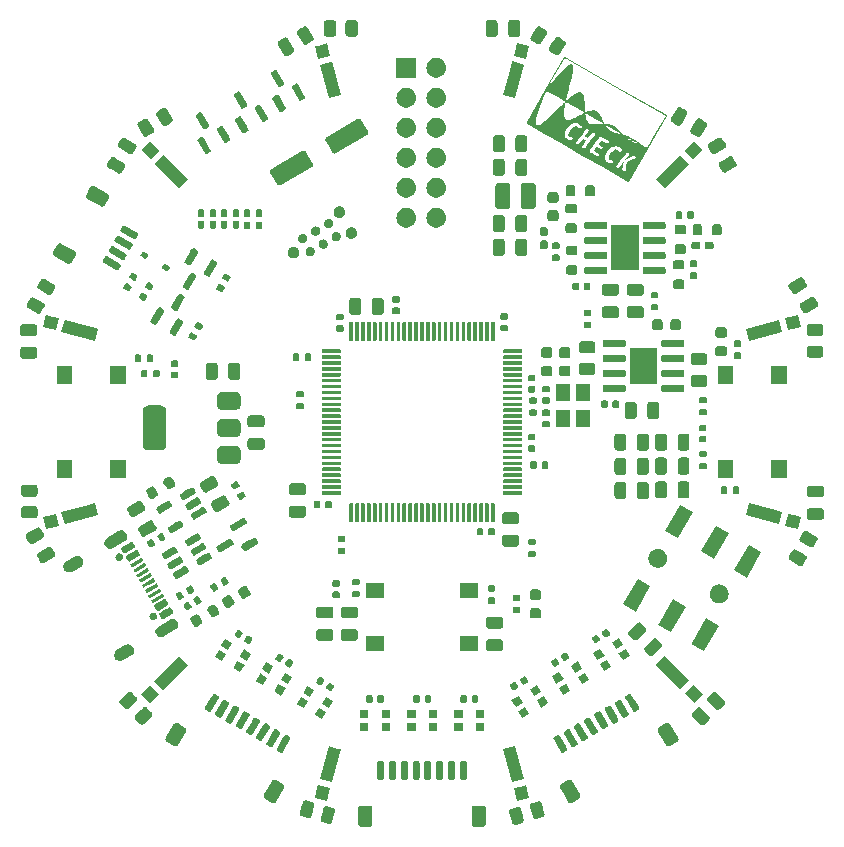
<source format=gbr>
%TF.GenerationSoftware,KiCad,Pcbnew,8.0.3*%
%TF.CreationDate,2024-08-28T16:51:52-04:00*%
%TF.ProjectId,vibrometer_h7,76696272-6f6d-4657-9465-725f68372e6b,rev?*%
%TF.SameCoordinates,Original*%
%TF.FileFunction,Soldermask,Top*%
%TF.FilePolarity,Negative*%
%FSLAX46Y46*%
G04 Gerber Fmt 4.6, Leading zero omitted, Abs format (unit mm)*
G04 Created by KiCad (PCBNEW 8.0.3) date 2024-08-28 16:51:52*
%MOMM*%
%LPD*%
G01*
G04 APERTURE LIST*
G04 APERTURE END LIST*
G36*
X155153231Y-132475642D02*
G01*
X155205772Y-132481738D01*
X155223723Y-132489664D01*
X155245671Y-132494030D01*
X155269166Y-132509729D01*
X155290890Y-132519321D01*
X155305726Y-132534157D01*
X155326777Y-132548223D01*
X155340842Y-132569273D01*
X155355678Y-132584109D01*
X155365269Y-132605830D01*
X155380970Y-132629329D01*
X155385335Y-132651277D01*
X155393260Y-132669224D01*
X155399352Y-132721747D01*
X155400000Y-132725000D01*
X155400000Y-134025000D01*
X155399354Y-134028243D01*
X155393261Y-134080772D01*
X155385336Y-134098719D01*
X155380970Y-134120671D01*
X155365267Y-134144171D01*
X155355678Y-134165890D01*
X155340844Y-134180723D01*
X155326777Y-134201777D01*
X155305723Y-134215844D01*
X155290890Y-134230678D01*
X155269170Y-134240267D01*
X155245671Y-134255970D01*
X155223720Y-134260336D01*
X155205775Y-134268260D01*
X155153254Y-134274352D01*
X155150000Y-134275000D01*
X154450000Y-134275000D01*
X154446758Y-134274355D01*
X154394227Y-134268261D01*
X154376278Y-134260335D01*
X154354329Y-134255970D01*
X154330830Y-134240268D01*
X154309109Y-134230678D01*
X154294273Y-134215842D01*
X154273223Y-134201777D01*
X154259157Y-134180726D01*
X154244321Y-134165890D01*
X154234729Y-134144166D01*
X154219030Y-134120671D01*
X154214664Y-134098724D01*
X154206739Y-134080775D01*
X154200644Y-134028242D01*
X154200000Y-134025000D01*
X154200000Y-132725000D01*
X154200642Y-132721770D01*
X154206738Y-132669227D01*
X154214664Y-132651274D01*
X154219030Y-132629329D01*
X154234728Y-132605835D01*
X154244321Y-132584109D01*
X154259159Y-132569270D01*
X154273223Y-132548223D01*
X154294270Y-132534159D01*
X154309109Y-132519321D01*
X154330835Y-132509727D01*
X154354329Y-132494030D01*
X154376273Y-132489665D01*
X154394224Y-132481739D01*
X154446759Y-132475644D01*
X154450000Y-132475000D01*
X155150000Y-132475000D01*
X155153231Y-132475642D01*
G37*
G36*
X145553231Y-132475641D02*
G01*
X145605772Y-132481737D01*
X145623723Y-132489663D01*
X145645671Y-132494029D01*
X145669166Y-132509728D01*
X145690890Y-132519320D01*
X145705726Y-132534156D01*
X145726777Y-132548222D01*
X145740842Y-132569272D01*
X145755678Y-132584108D01*
X145765269Y-132605829D01*
X145780970Y-132629328D01*
X145785335Y-132651276D01*
X145793260Y-132669223D01*
X145799352Y-132721746D01*
X145800000Y-132724999D01*
X145800000Y-134024999D01*
X145799354Y-134028242D01*
X145793261Y-134080771D01*
X145785336Y-134098718D01*
X145780970Y-134120670D01*
X145765267Y-134144170D01*
X145755678Y-134165889D01*
X145740844Y-134180722D01*
X145726777Y-134201776D01*
X145705723Y-134215843D01*
X145690890Y-134230677D01*
X145669170Y-134240266D01*
X145645671Y-134255969D01*
X145623720Y-134260335D01*
X145605775Y-134268259D01*
X145553254Y-134274351D01*
X145550000Y-134274999D01*
X144850000Y-134274999D01*
X144846758Y-134274354D01*
X144794227Y-134268260D01*
X144776278Y-134260334D01*
X144754329Y-134255969D01*
X144730830Y-134240267D01*
X144709109Y-134230677D01*
X144694273Y-134215841D01*
X144673223Y-134201776D01*
X144659157Y-134180725D01*
X144644321Y-134165889D01*
X144634729Y-134144165D01*
X144619030Y-134120670D01*
X144614664Y-134098723D01*
X144606739Y-134080774D01*
X144600644Y-134028241D01*
X144600000Y-134024999D01*
X144600000Y-132724999D01*
X144600642Y-132721769D01*
X144606738Y-132669226D01*
X144614664Y-132651273D01*
X144619030Y-132629328D01*
X144634728Y-132605834D01*
X144644321Y-132584108D01*
X144659159Y-132569269D01*
X144673223Y-132548222D01*
X144694270Y-132534158D01*
X144709109Y-132519320D01*
X144730835Y-132509726D01*
X144754329Y-132494029D01*
X144776273Y-132489664D01*
X144794224Y-132481738D01*
X144846759Y-132475643D01*
X144850000Y-132474999D01*
X145550000Y-132474999D01*
X145553231Y-132475641D01*
G37*
G36*
X158140980Y-132587167D02*
G01*
X158163312Y-132585704D01*
X158190073Y-132594788D01*
X158213539Y-132598431D01*
X158231711Y-132608922D01*
X158255680Y-132617059D01*
X158274709Y-132633747D01*
X158292883Y-132644240D01*
X158307772Y-132662743D01*
X158329018Y-132681375D01*
X158338914Y-132701442D01*
X158351216Y-132716730D01*
X158370700Y-132765899D01*
X158372161Y-132768861D01*
X158518074Y-133313414D01*
X158573060Y-133518625D01*
X158605099Y-133638194D01*
X158605315Y-133641490D01*
X158613023Y-133693811D01*
X158610014Y-133713194D01*
X158611478Y-133735530D01*
X158602393Y-133762294D01*
X158598751Y-133785758D01*
X158588261Y-133803927D01*
X158580124Y-133827899D01*
X158563431Y-133846932D01*
X158552943Y-133865100D01*
X158534446Y-133879983D01*
X158515808Y-133901237D01*
X158495730Y-133911138D01*
X158480450Y-133923434D01*
X158431302Y-133942910D01*
X158428322Y-133944380D01*
X157921211Y-134080260D01*
X157917902Y-134080476D01*
X157865593Y-134088185D01*
X157846209Y-134085176D01*
X157823874Y-134086640D01*
X157797107Y-134077553D01*
X157773646Y-134073912D01*
X157755476Y-134063422D01*
X157731506Y-134055285D01*
X157712474Y-134038595D01*
X157694302Y-134028103D01*
X157679412Y-134009600D01*
X157658168Y-133990969D01*
X157648272Y-133970902D01*
X157635969Y-133955613D01*
X157616482Y-133906438D01*
X157615025Y-133903483D01*
X157608897Y-133880613D01*
X157382685Y-133036385D01*
X157382683Y-133036377D01*
X157382087Y-133034150D01*
X157381871Y-133030864D01*
X157374162Y-132978532D01*
X157377171Y-132959143D01*
X157375708Y-132936814D01*
X157384790Y-132910055D01*
X157388434Y-132886585D01*
X157398927Y-132868410D01*
X157407062Y-132844445D01*
X157423749Y-132825416D01*
X157434242Y-132807243D01*
X157452744Y-132792354D01*
X157471378Y-132771107D01*
X157491449Y-132761208D01*
X157506735Y-132748909D01*
X157555897Y-132729426D01*
X157558864Y-132727964D01*
X158012640Y-132606375D01*
X158063739Y-132592683D01*
X158063740Y-132592682D01*
X158065975Y-132592084D01*
X158069269Y-132591868D01*
X158121592Y-132584158D01*
X158140980Y-132587167D01*
G37*
G36*
X141955724Y-132516867D02*
G01*
X141959025Y-132517084D01*
X142466136Y-132652964D01*
X142469101Y-132654426D01*
X142518265Y-132673909D01*
X142533549Y-132686208D01*
X142553622Y-132696107D01*
X142572257Y-132717356D01*
X142590757Y-132732243D01*
X142601247Y-132750413D01*
X142617938Y-132769445D01*
X142626074Y-132793414D01*
X142636565Y-132811585D01*
X142640207Y-132835050D01*
X142649292Y-132861814D01*
X142647828Y-132884147D01*
X142650837Y-132903530D01*
X142643130Y-132955824D01*
X142642913Y-132959150D01*
X142409975Y-133828483D01*
X142408509Y-133831454D01*
X142389030Y-133880613D01*
X142376729Y-133895898D01*
X142366832Y-133915969D01*
X142345583Y-133934603D01*
X142330697Y-133953103D01*
X142312527Y-133963593D01*
X142293494Y-133980285D01*
X142269520Y-133988422D01*
X142251353Y-133998912D01*
X142227892Y-134002553D01*
X142201126Y-134011640D01*
X142178790Y-134010176D01*
X142159407Y-134013185D01*
X142107100Y-134005477D01*
X142103789Y-134005260D01*
X141596678Y-133869380D01*
X141593705Y-133867914D01*
X141544548Y-133848434D01*
X141529264Y-133836135D01*
X141509192Y-133826237D01*
X141490556Y-133804987D01*
X141472056Y-133790100D01*
X141461565Y-133771929D01*
X141444876Y-133752899D01*
X141436740Y-133728931D01*
X141426248Y-133710758D01*
X141422604Y-133687288D01*
X141413522Y-133660530D01*
X141414985Y-133638200D01*
X141411976Y-133618813D01*
X141419684Y-133566505D01*
X141419901Y-133563194D01*
X141581755Y-132959150D01*
X141652239Y-132696098D01*
X141652240Y-132696093D01*
X141652839Y-132693861D01*
X141654297Y-132690904D01*
X141673783Y-132641730D01*
X141686087Y-132626439D01*
X141695982Y-132606375D01*
X141717224Y-132587746D01*
X141732116Y-132569240D01*
X141750292Y-132558746D01*
X141769320Y-132542059D01*
X141793286Y-132533923D01*
X141811460Y-132523431D01*
X141834927Y-132519788D01*
X141861688Y-132510704D01*
X141884018Y-132512167D01*
X141903406Y-132509158D01*
X141955724Y-132516867D01*
G37*
G36*
X159903794Y-132114823D02*
G01*
X159926126Y-132113360D01*
X159952887Y-132122444D01*
X159976353Y-132126087D01*
X159994525Y-132136578D01*
X160018494Y-132144715D01*
X160037523Y-132161403D01*
X160055697Y-132171896D01*
X160070586Y-132190399D01*
X160091832Y-132209031D01*
X160101728Y-132229098D01*
X160114030Y-132244386D01*
X160133514Y-132293555D01*
X160134975Y-132296517D01*
X160367913Y-133165850D01*
X160368129Y-133169146D01*
X160375837Y-133221467D01*
X160372828Y-133240850D01*
X160374292Y-133263186D01*
X160365207Y-133289950D01*
X160361565Y-133313414D01*
X160351075Y-133331583D01*
X160342938Y-133355555D01*
X160326245Y-133374588D01*
X160315757Y-133392756D01*
X160297260Y-133407639D01*
X160278622Y-133428893D01*
X160258544Y-133438794D01*
X160243264Y-133451090D01*
X160194116Y-133470566D01*
X160191136Y-133472036D01*
X159684025Y-133607916D01*
X159680716Y-133608132D01*
X159628407Y-133615841D01*
X159609023Y-133612832D01*
X159586688Y-133614296D01*
X159559921Y-133605209D01*
X159536460Y-133601568D01*
X159518290Y-133591078D01*
X159494320Y-133582941D01*
X159475288Y-133566251D01*
X159457116Y-133555759D01*
X159442226Y-133537256D01*
X159420982Y-133518625D01*
X159411086Y-133498558D01*
X159398783Y-133483269D01*
X159379296Y-133434094D01*
X159377839Y-133431139D01*
X159371711Y-133408269D01*
X159145499Y-132564041D01*
X159145497Y-132564033D01*
X159144901Y-132561806D01*
X159144685Y-132558520D01*
X159136976Y-132506188D01*
X159139985Y-132486799D01*
X159138522Y-132464470D01*
X159147604Y-132437711D01*
X159151248Y-132414241D01*
X159161741Y-132396066D01*
X159169876Y-132372101D01*
X159186563Y-132353072D01*
X159197056Y-132334899D01*
X159215558Y-132320010D01*
X159234192Y-132298763D01*
X159254263Y-132288864D01*
X159269549Y-132276565D01*
X159318711Y-132257082D01*
X159321678Y-132255620D01*
X159775454Y-132134031D01*
X159826553Y-132120339D01*
X159826554Y-132120338D01*
X159828789Y-132119740D01*
X159832083Y-132119524D01*
X159884406Y-132111814D01*
X159903794Y-132114823D01*
G37*
G36*
X140192910Y-132044523D02*
G01*
X140196211Y-132044740D01*
X140703322Y-132180620D01*
X140706287Y-132182082D01*
X140755451Y-132201565D01*
X140770735Y-132213864D01*
X140790808Y-132223763D01*
X140809443Y-132245012D01*
X140827943Y-132259899D01*
X140838433Y-132278069D01*
X140855124Y-132297101D01*
X140863260Y-132321070D01*
X140873751Y-132339241D01*
X140877393Y-132362706D01*
X140886478Y-132389470D01*
X140885014Y-132411803D01*
X140888023Y-132431186D01*
X140880316Y-132483480D01*
X140880099Y-132486806D01*
X140647161Y-133356139D01*
X140645695Y-133359110D01*
X140626216Y-133408269D01*
X140613915Y-133423554D01*
X140604018Y-133443625D01*
X140582769Y-133462259D01*
X140567883Y-133480759D01*
X140549713Y-133491249D01*
X140530680Y-133507941D01*
X140506706Y-133516078D01*
X140488539Y-133526568D01*
X140465078Y-133530209D01*
X140438312Y-133539296D01*
X140415976Y-133537832D01*
X140396593Y-133540841D01*
X140344286Y-133533133D01*
X140340975Y-133532916D01*
X139833864Y-133397036D01*
X139830891Y-133395570D01*
X139781734Y-133376090D01*
X139766450Y-133363791D01*
X139746378Y-133353893D01*
X139727742Y-133332643D01*
X139709242Y-133317756D01*
X139698751Y-133299585D01*
X139682062Y-133280555D01*
X139673926Y-133256587D01*
X139663434Y-133238414D01*
X139659790Y-133214944D01*
X139650708Y-133188186D01*
X139652171Y-133165856D01*
X139649162Y-133146469D01*
X139656870Y-133094161D01*
X139657087Y-133090850D01*
X139792869Y-132584108D01*
X139889425Y-132223754D01*
X139889426Y-132223749D01*
X139890025Y-132221517D01*
X139891483Y-132218560D01*
X139910969Y-132169386D01*
X139923273Y-132154095D01*
X139933168Y-132134031D01*
X139954410Y-132115402D01*
X139969302Y-132096896D01*
X139987478Y-132086402D01*
X140006506Y-132069715D01*
X140030472Y-132061579D01*
X140048646Y-132051087D01*
X140072113Y-132047444D01*
X140098874Y-132038360D01*
X140121204Y-132039823D01*
X140140592Y-132036814D01*
X140192910Y-132044523D01*
G37*
G36*
X137495747Y-130289868D02*
G01*
X137523945Y-130288020D01*
X137545131Y-130295212D01*
X137564640Y-130297323D01*
X137613179Y-130318311D01*
X137616313Y-130319375D01*
X138222531Y-130669375D01*
X138225019Y-130671557D01*
X138267465Y-130703099D01*
X138279048Y-130718940D01*
X138295869Y-130733691D01*
X138308365Y-130759030D01*
X138322386Y-130778204D01*
X138327817Y-130798474D01*
X138339013Y-130821177D01*
X138340668Y-130846438D01*
X138346098Y-130866702D01*
X138343543Y-130890308D01*
X138345392Y-130918513D01*
X138338198Y-130939703D01*
X138336088Y-130959209D01*
X138315104Y-131007737D01*
X138314037Y-131010881D01*
X137664037Y-132136715D01*
X137661847Y-132139211D01*
X137630312Y-132181648D01*
X137614475Y-132193228D01*
X137599721Y-132210053D01*
X137574375Y-132222551D01*
X137555206Y-132236570D01*
X137534937Y-132242000D01*
X137512236Y-132253196D01*
X137486975Y-132254851D01*
X137466709Y-132260282D01*
X137443101Y-132257727D01*
X137414899Y-132259576D01*
X137393708Y-132252382D01*
X137374203Y-132250272D01*
X137325670Y-132229286D01*
X137322531Y-132228221D01*
X136716313Y-131878221D01*
X136713822Y-131876036D01*
X136671378Y-131844496D01*
X136659794Y-131828655D01*
X136642975Y-131813905D01*
X136630479Y-131788566D01*
X136616457Y-131769391D01*
X136611025Y-131749118D01*
X136599831Y-131726419D01*
X136598175Y-131701161D01*
X136592745Y-131680893D01*
X136595299Y-131657281D01*
X136593452Y-131629083D01*
X136600643Y-131607896D01*
X136602755Y-131588386D01*
X136623745Y-131539842D01*
X136624807Y-131536715D01*
X136923688Y-131019038D01*
X137273648Y-130412888D01*
X137273650Y-130412885D01*
X137274807Y-130410881D01*
X137276985Y-130408397D01*
X137308531Y-130365947D01*
X137324372Y-130354362D01*
X137339123Y-130337543D01*
X137364461Y-130325047D01*
X137383637Y-130311025D01*
X137403911Y-130305592D01*
X137426608Y-130294400D01*
X137451861Y-130292744D01*
X137472134Y-130287313D01*
X137495747Y-130289868D01*
G37*
G36*
X162548136Y-130292744D02*
G01*
X162573392Y-130294400D01*
X162596089Y-130305593D01*
X162616362Y-130311025D01*
X162635535Y-130325046D01*
X162660877Y-130337543D01*
X162675629Y-130354364D01*
X162691468Y-130365947D01*
X162723009Y-130408391D01*
X162725193Y-130410881D01*
X163375193Y-131536715D01*
X163376251Y-131539834D01*
X163397243Y-131588384D01*
X163399353Y-131607889D01*
X163406548Y-131629083D01*
X163404699Y-131657288D01*
X163407254Y-131680893D01*
X163401824Y-131701156D01*
X163400169Y-131726419D01*
X163388972Y-131749122D01*
X163383542Y-131769391D01*
X163369522Y-131788562D01*
X163357025Y-131813905D01*
X163340202Y-131828657D01*
X163328621Y-131844496D01*
X163286181Y-131876033D01*
X163283687Y-131878221D01*
X162677469Y-132228221D01*
X162674344Y-132229281D01*
X162625798Y-132250271D01*
X162606294Y-132252381D01*
X162585101Y-132259576D01*
X162556896Y-132257727D01*
X162533290Y-132260282D01*
X162513022Y-132254851D01*
X162487764Y-132253196D01*
X162465063Y-132242001D01*
X162444793Y-132236570D01*
X162425621Y-132222550D01*
X162400279Y-132210053D01*
X162385525Y-132193230D01*
X162369687Y-132181648D01*
X162338144Y-132139202D01*
X162335963Y-132136715D01*
X161988394Y-131534707D01*
X161687117Y-131012881D01*
X161687114Y-131012876D01*
X161685963Y-131010881D01*
X161684906Y-131007767D01*
X161663912Y-130959211D01*
X161661800Y-130939702D01*
X161654608Y-130918513D01*
X161656456Y-130890313D01*
X161653901Y-130866702D01*
X161659331Y-130846433D01*
X161660987Y-130821177D01*
X161672180Y-130798479D01*
X161677613Y-130778204D01*
X161691636Y-130759026D01*
X161704131Y-130733691D01*
X161720948Y-130718942D01*
X161732534Y-130703099D01*
X161774987Y-130671551D01*
X161777469Y-130669375D01*
X161783929Y-130665644D01*
X162381686Y-130320529D01*
X162381694Y-130320525D01*
X162383687Y-130319375D01*
X162386796Y-130318319D01*
X162435357Y-130297324D01*
X162454865Y-130295212D01*
X162476055Y-130288020D01*
X162504252Y-130289868D01*
X162527865Y-130287313D01*
X162548136Y-130292744D01*
G37*
G36*
X142227837Y-131015236D02*
G01*
X141943136Y-132077754D01*
X140938573Y-131808582D01*
X141150130Y-131019041D01*
X141222253Y-130749872D01*
X141222254Y-130749869D01*
X141223274Y-130746064D01*
X142227837Y-131015236D01*
G37*
G36*
X159061427Y-131808582D02*
G01*
X158056864Y-132077754D01*
X157772163Y-131015236D01*
X158326499Y-130866702D01*
X158772922Y-130747083D01*
X158772923Y-130747082D01*
X158776726Y-130746064D01*
X159061427Y-131808582D01*
G37*
G36*
X142904665Y-127645592D02*
G01*
X143111777Y-127701088D01*
X143111778Y-127701088D01*
X143115586Y-127702109D01*
X142359835Y-130522613D01*
X141355272Y-130253441D01*
X141950463Y-128032154D01*
X142110002Y-127436746D01*
X142110002Y-127436744D01*
X142111023Y-127432937D01*
X142904665Y-127645592D01*
G37*
G36*
X158644728Y-130253441D02*
G01*
X157640165Y-130522613D01*
X156884414Y-127702109D01*
X157532902Y-127528347D01*
X157885173Y-127433956D01*
X157885174Y-127433955D01*
X157888977Y-127432937D01*
X158644728Y-130253441D01*
G37*
G36*
X153707403Y-128736419D02*
G01*
X153756066Y-128768935D01*
X153788582Y-128817598D01*
X153800000Y-128875001D01*
X153800000Y-130125001D01*
X153788582Y-130182404D01*
X153756066Y-130231067D01*
X153707403Y-130263583D01*
X153650000Y-130275001D01*
X153350000Y-130275001D01*
X153292597Y-130263583D01*
X153243934Y-130231067D01*
X153211418Y-130182404D01*
X153200000Y-130125001D01*
X153200000Y-128875001D01*
X153211418Y-128817598D01*
X153243934Y-128768935D01*
X153292597Y-128736419D01*
X153350000Y-128725001D01*
X153650000Y-128725001D01*
X153707403Y-128736419D01*
G37*
G36*
X146707404Y-128736418D02*
G01*
X146756067Y-128768934D01*
X146788583Y-128817597D01*
X146800001Y-128875000D01*
X146800001Y-130125000D01*
X146788583Y-130182403D01*
X146756067Y-130231066D01*
X146707404Y-130263582D01*
X146650001Y-130275000D01*
X146350001Y-130275000D01*
X146292598Y-130263582D01*
X146243935Y-130231066D01*
X146211419Y-130182403D01*
X146200001Y-130125000D01*
X146200001Y-128875000D01*
X146211419Y-128817597D01*
X146243935Y-128768934D01*
X146292598Y-128736418D01*
X146350001Y-128725000D01*
X146650001Y-128725000D01*
X146707404Y-128736418D01*
G37*
G36*
X147707403Y-128736418D02*
G01*
X147756066Y-128768934D01*
X147788582Y-128817597D01*
X147800000Y-128875000D01*
X147800000Y-130125000D01*
X147788582Y-130182403D01*
X147756066Y-130231066D01*
X147707403Y-130263582D01*
X147650000Y-130275000D01*
X147350000Y-130275000D01*
X147292597Y-130263582D01*
X147243934Y-130231066D01*
X147211418Y-130182403D01*
X147200000Y-130125000D01*
X147200000Y-128875000D01*
X147211418Y-128817597D01*
X147243934Y-128768934D01*
X147292597Y-128736418D01*
X147350000Y-128725000D01*
X147650000Y-128725000D01*
X147707403Y-128736418D01*
G37*
G36*
X148707403Y-128736418D02*
G01*
X148756066Y-128768934D01*
X148788582Y-128817597D01*
X148800000Y-128875000D01*
X148800000Y-130125000D01*
X148788582Y-130182403D01*
X148756066Y-130231066D01*
X148707403Y-130263582D01*
X148650000Y-130275000D01*
X148350000Y-130275000D01*
X148292597Y-130263582D01*
X148243934Y-130231066D01*
X148211418Y-130182403D01*
X148200000Y-130125000D01*
X148200000Y-128875000D01*
X148211418Y-128817597D01*
X148243934Y-128768934D01*
X148292597Y-128736418D01*
X148350000Y-128725000D01*
X148650000Y-128725000D01*
X148707403Y-128736418D01*
G37*
G36*
X149707403Y-128736418D02*
G01*
X149756066Y-128768934D01*
X149788582Y-128817597D01*
X149800000Y-128875000D01*
X149800000Y-130125000D01*
X149788582Y-130182403D01*
X149756066Y-130231066D01*
X149707403Y-130263582D01*
X149650000Y-130275000D01*
X149350000Y-130275000D01*
X149292597Y-130263582D01*
X149243934Y-130231066D01*
X149211418Y-130182403D01*
X149200000Y-130125000D01*
X149200000Y-128875000D01*
X149211418Y-128817597D01*
X149243934Y-128768934D01*
X149292597Y-128736418D01*
X149350000Y-128725000D01*
X149650000Y-128725000D01*
X149707403Y-128736418D01*
G37*
G36*
X150707403Y-128736418D02*
G01*
X150756066Y-128768934D01*
X150788582Y-128817597D01*
X150800000Y-128875000D01*
X150800000Y-130125000D01*
X150788582Y-130182403D01*
X150756066Y-130231066D01*
X150707403Y-130263582D01*
X150650000Y-130275000D01*
X150350000Y-130275000D01*
X150292597Y-130263582D01*
X150243934Y-130231066D01*
X150211418Y-130182403D01*
X150200000Y-130125000D01*
X150200000Y-128875000D01*
X150211418Y-128817597D01*
X150243934Y-128768934D01*
X150292597Y-128736418D01*
X150350000Y-128725000D01*
X150650000Y-128725000D01*
X150707403Y-128736418D01*
G37*
G36*
X151707404Y-128736418D02*
G01*
X151756067Y-128768934D01*
X151788583Y-128817597D01*
X151800001Y-128875000D01*
X151800001Y-130125000D01*
X151788583Y-130182403D01*
X151756067Y-130231066D01*
X151707404Y-130263582D01*
X151650001Y-130275000D01*
X151350001Y-130275000D01*
X151292598Y-130263582D01*
X151243935Y-130231066D01*
X151211419Y-130182403D01*
X151200001Y-130125000D01*
X151200001Y-128875000D01*
X151211419Y-128817597D01*
X151243935Y-128768934D01*
X151292598Y-128736418D01*
X151350001Y-128725000D01*
X151650001Y-128725000D01*
X151707404Y-128736418D01*
G37*
G36*
X152707402Y-128736418D02*
G01*
X152756065Y-128768934D01*
X152788581Y-128817597D01*
X152799999Y-128875000D01*
X152799999Y-130125000D01*
X152788581Y-130182403D01*
X152756065Y-130231066D01*
X152707402Y-130263582D01*
X152649999Y-130275000D01*
X152349999Y-130275000D01*
X152292596Y-130263582D01*
X152243933Y-130231066D01*
X152211417Y-130182403D01*
X152199999Y-130125000D01*
X152199999Y-128875000D01*
X152211417Y-128817597D01*
X152243933Y-128768934D01*
X152292596Y-128736418D01*
X152349999Y-128725000D01*
X152649999Y-128725000D01*
X152707402Y-128736418D01*
G37*
G36*
X138538685Y-126521779D02*
G01*
X138798493Y-126671779D01*
X138842496Y-126710369D01*
X138868382Y-126762860D01*
X138872210Y-126821262D01*
X138853397Y-126876683D01*
X138228397Y-127959215D01*
X138189807Y-128003218D01*
X138137316Y-128029104D01*
X138078914Y-128032932D01*
X138023493Y-128014119D01*
X137763685Y-127864119D01*
X137719682Y-127825529D01*
X137693796Y-127773038D01*
X137689968Y-127714636D01*
X137708781Y-127659215D01*
X138166692Y-126866089D01*
X138331810Y-126580096D01*
X138331811Y-126580094D01*
X138333781Y-126576683D01*
X138372371Y-126532680D01*
X138424862Y-126506794D01*
X138483264Y-126502966D01*
X138538685Y-126521779D01*
G37*
G36*
X161575138Y-126506794D02*
G01*
X161627629Y-126532680D01*
X161666219Y-126576683D01*
X162160577Y-127432937D01*
X162218309Y-127532932D01*
X162291219Y-127659215D01*
X162310032Y-127714636D01*
X162306204Y-127773038D01*
X162280318Y-127825529D01*
X162236315Y-127864119D01*
X161976507Y-128014119D01*
X161921086Y-128032932D01*
X161862684Y-128029104D01*
X161810193Y-128003218D01*
X161771603Y-127959215D01*
X161309723Y-127159215D01*
X161148571Y-126880093D01*
X161148569Y-126880089D01*
X161146603Y-126876683D01*
X161127790Y-126821262D01*
X161131618Y-126762860D01*
X161157504Y-126710369D01*
X161201507Y-126671779D01*
X161307704Y-126610465D01*
X161457904Y-126523747D01*
X161457909Y-126523745D01*
X161461315Y-126521779D01*
X161516736Y-126502966D01*
X161575138Y-126506794D01*
G37*
G36*
X137672660Y-126021779D02*
G01*
X137932468Y-126171779D01*
X137976471Y-126210369D01*
X138002357Y-126262860D01*
X138006185Y-126321262D01*
X137987372Y-126376683D01*
X137362372Y-127459215D01*
X137323782Y-127503218D01*
X137271291Y-127529104D01*
X137212889Y-127532932D01*
X137157468Y-127514119D01*
X136897660Y-127364119D01*
X136853657Y-127325529D01*
X136827771Y-127273038D01*
X136823943Y-127214636D01*
X136842756Y-127159215D01*
X137300667Y-126366089D01*
X137465785Y-126080096D01*
X137465786Y-126080094D01*
X137467756Y-126076683D01*
X137506346Y-126032680D01*
X137558837Y-126006794D01*
X137617239Y-126002966D01*
X137672660Y-126021779D01*
G37*
G36*
X162441163Y-126006794D02*
G01*
X162493654Y-126032680D01*
X162532244Y-126076683D01*
X162996555Y-126880893D01*
X163084334Y-127032932D01*
X163157244Y-127159215D01*
X163176057Y-127214636D01*
X163172229Y-127273038D01*
X163146343Y-127325529D01*
X163102340Y-127364119D01*
X162842532Y-127514119D01*
X162787111Y-127532932D01*
X162728709Y-127529104D01*
X162676218Y-127503218D01*
X162637628Y-127459215D01*
X162175748Y-126659215D01*
X162014596Y-126380093D01*
X162014594Y-126380089D01*
X162012628Y-126376683D01*
X161993815Y-126321262D01*
X161997643Y-126262860D01*
X162023529Y-126210369D01*
X162067532Y-126171779D01*
X162173729Y-126110465D01*
X162323929Y-126023747D01*
X162323934Y-126023745D01*
X162327340Y-126021779D01*
X162382761Y-126002966D01*
X162441163Y-126006794D01*
G37*
G36*
X129181903Y-125489868D02*
G01*
X129210101Y-125488020D01*
X129231287Y-125495212D01*
X129250796Y-125497323D01*
X129299335Y-125518311D01*
X129302469Y-125519375D01*
X129908687Y-125869375D01*
X129911175Y-125871557D01*
X129953621Y-125903099D01*
X129965204Y-125918940D01*
X129982025Y-125933691D01*
X129994521Y-125959030D01*
X130008542Y-125978204D01*
X130013973Y-125998474D01*
X130025169Y-126021177D01*
X130026824Y-126046438D01*
X130032254Y-126066702D01*
X130029699Y-126090308D01*
X130031548Y-126118513D01*
X130024354Y-126139703D01*
X130022244Y-126159209D01*
X130001260Y-126207737D01*
X130000193Y-126210881D01*
X129350193Y-127336715D01*
X129348003Y-127339211D01*
X129316468Y-127381648D01*
X129300631Y-127393228D01*
X129285877Y-127410053D01*
X129260531Y-127422551D01*
X129241362Y-127436570D01*
X129221093Y-127442000D01*
X129198392Y-127453196D01*
X129173131Y-127454851D01*
X129152865Y-127460282D01*
X129129257Y-127457727D01*
X129101055Y-127459576D01*
X129079864Y-127452382D01*
X129060359Y-127450272D01*
X129011826Y-127429286D01*
X129008687Y-127428221D01*
X128402469Y-127078221D01*
X128399978Y-127076036D01*
X128357534Y-127044496D01*
X128345950Y-127028655D01*
X128329131Y-127013905D01*
X128316635Y-126988566D01*
X128302613Y-126969391D01*
X128297181Y-126949118D01*
X128285987Y-126926419D01*
X128284331Y-126901161D01*
X128278901Y-126880893D01*
X128281455Y-126857281D01*
X128279608Y-126829083D01*
X128286799Y-126807896D01*
X128288911Y-126788386D01*
X128309901Y-126739842D01*
X128310963Y-126736715D01*
X128348454Y-126671779D01*
X128959804Y-125612888D01*
X128959806Y-125612885D01*
X128960963Y-125610881D01*
X128963141Y-125608397D01*
X128994687Y-125565947D01*
X129010528Y-125554362D01*
X129025279Y-125537543D01*
X129050617Y-125525047D01*
X129069793Y-125511025D01*
X129090067Y-125505592D01*
X129112764Y-125494400D01*
X129138017Y-125492744D01*
X129158290Y-125487313D01*
X129181903Y-125489868D01*
G37*
G36*
X170861980Y-125492744D02*
G01*
X170887236Y-125494400D01*
X170909933Y-125505593D01*
X170930206Y-125511025D01*
X170949379Y-125525046D01*
X170974721Y-125537543D01*
X170989473Y-125554364D01*
X171005312Y-125565947D01*
X171036853Y-125608391D01*
X171039037Y-125610881D01*
X171483141Y-126380093D01*
X171650409Y-126669810D01*
X171689037Y-126736715D01*
X171690095Y-126739834D01*
X171711087Y-126788384D01*
X171713197Y-126807889D01*
X171720392Y-126829083D01*
X171718543Y-126857288D01*
X171721098Y-126880893D01*
X171715668Y-126901156D01*
X171714013Y-126926419D01*
X171702816Y-126949122D01*
X171697386Y-126969391D01*
X171683366Y-126988562D01*
X171670869Y-127013905D01*
X171654046Y-127028657D01*
X171642465Y-127044496D01*
X171600025Y-127076033D01*
X171597531Y-127078221D01*
X170991313Y-127428221D01*
X170988188Y-127429281D01*
X170939642Y-127450271D01*
X170920138Y-127452381D01*
X170898945Y-127459576D01*
X170870740Y-127457727D01*
X170847134Y-127460282D01*
X170826866Y-127454851D01*
X170801608Y-127453196D01*
X170778907Y-127442001D01*
X170758637Y-127436570D01*
X170739465Y-127422550D01*
X170714123Y-127410053D01*
X170699369Y-127393230D01*
X170683531Y-127381648D01*
X170651988Y-127339202D01*
X170649807Y-127336715D01*
X170265906Y-126671779D01*
X170000961Y-126212881D01*
X170000958Y-126212876D01*
X169999807Y-126210881D01*
X169998750Y-126207767D01*
X169977756Y-126159211D01*
X169975644Y-126139702D01*
X169968452Y-126118513D01*
X169970300Y-126090313D01*
X169967745Y-126066702D01*
X169973175Y-126046433D01*
X169974831Y-126021177D01*
X169986024Y-125998479D01*
X169991457Y-125978204D01*
X170005480Y-125959026D01*
X170017975Y-125933691D01*
X170034792Y-125918942D01*
X170046378Y-125903099D01*
X170088831Y-125871551D01*
X170091313Y-125869375D01*
X170100417Y-125864119D01*
X170695530Y-125520529D01*
X170695538Y-125520525D01*
X170697531Y-125519375D01*
X170700640Y-125518319D01*
X170749201Y-125497324D01*
X170768709Y-125495212D01*
X170789899Y-125488020D01*
X170818096Y-125489868D01*
X170841709Y-125487313D01*
X170861980Y-125492744D01*
G37*
G36*
X136806634Y-125521779D02*
G01*
X137066442Y-125671779D01*
X137110445Y-125710369D01*
X137136331Y-125762860D01*
X137140159Y-125821262D01*
X137121346Y-125876683D01*
X136496346Y-126959215D01*
X136457756Y-127003218D01*
X136405265Y-127029104D01*
X136346863Y-127032932D01*
X136291442Y-127014119D01*
X136031634Y-126864119D01*
X135987631Y-126825529D01*
X135961745Y-126773038D01*
X135957917Y-126714636D01*
X135976730Y-126659215D01*
X136434641Y-125866089D01*
X136599759Y-125580096D01*
X136599760Y-125580094D01*
X136601730Y-125576683D01*
X136640320Y-125532680D01*
X136692811Y-125506794D01*
X136751213Y-125502966D01*
X136806634Y-125521779D01*
G37*
G36*
X163307189Y-125506794D02*
G01*
X163359680Y-125532680D01*
X163398270Y-125576683D01*
X163905829Y-126455801D01*
X163950360Y-126532932D01*
X164023270Y-126659215D01*
X164042083Y-126714636D01*
X164038255Y-126773038D01*
X164012369Y-126825529D01*
X163968366Y-126864119D01*
X163708558Y-127014119D01*
X163653137Y-127032932D01*
X163594735Y-127029104D01*
X163542244Y-127003218D01*
X163503654Y-126959215D01*
X163041774Y-126159215D01*
X162880622Y-125880093D01*
X162880620Y-125880089D01*
X162878654Y-125876683D01*
X162859841Y-125821262D01*
X162863669Y-125762860D01*
X162889555Y-125710369D01*
X162933558Y-125671779D01*
X163049190Y-125605019D01*
X163189955Y-125523747D01*
X163189960Y-125523745D01*
X163193366Y-125521779D01*
X163248787Y-125502966D01*
X163307189Y-125506794D01*
G37*
G36*
X135940609Y-125021779D02*
G01*
X136200417Y-125171779D01*
X136244420Y-125210369D01*
X136270306Y-125262860D01*
X136274134Y-125321262D01*
X136255321Y-125376683D01*
X135630321Y-126459215D01*
X135591731Y-126503218D01*
X135539240Y-126529104D01*
X135480838Y-126532932D01*
X135425417Y-126514119D01*
X135165609Y-126364119D01*
X135121606Y-126325529D01*
X135095720Y-126273038D01*
X135091892Y-126214636D01*
X135110705Y-126159215D01*
X135568616Y-125366089D01*
X135733734Y-125080096D01*
X135733735Y-125080094D01*
X135735705Y-125076683D01*
X135774295Y-125032680D01*
X135826786Y-125006794D01*
X135885188Y-125002966D01*
X135940609Y-125021779D01*
G37*
G36*
X164173214Y-125006794D02*
G01*
X164225705Y-125032680D01*
X164264295Y-125076683D01*
X164741426Y-125903099D01*
X164816385Y-126032932D01*
X164889295Y-126159215D01*
X164908108Y-126214636D01*
X164904280Y-126273038D01*
X164878394Y-126325529D01*
X164834391Y-126364119D01*
X164574583Y-126514119D01*
X164519162Y-126532932D01*
X164460760Y-126529104D01*
X164408269Y-126503218D01*
X164369679Y-126459215D01*
X163907703Y-125659049D01*
X163746647Y-125380093D01*
X163746645Y-125380089D01*
X163744679Y-125376683D01*
X163725866Y-125321262D01*
X163729694Y-125262860D01*
X163755580Y-125210369D01*
X163799583Y-125171779D01*
X163926527Y-125098488D01*
X164055980Y-125023747D01*
X164055985Y-125023745D01*
X164059391Y-125021779D01*
X164114812Y-125002966D01*
X164173214Y-125006794D01*
G37*
G36*
X145452500Y-126150000D02*
G01*
X144752500Y-126150000D01*
X144752500Y-125450000D01*
X145452500Y-125450000D01*
X145452500Y-126150000D01*
G37*
G36*
X147282500Y-126150000D02*
G01*
X146582500Y-126150000D01*
X146582500Y-125450000D01*
X147282500Y-125450000D01*
X147282500Y-126150000D01*
G37*
G36*
X149452500Y-126150000D02*
G01*
X148752500Y-126150000D01*
X148752500Y-125450000D01*
X149452500Y-125450000D01*
X149452500Y-126150000D01*
G37*
G36*
X151282500Y-126150000D02*
G01*
X150582500Y-126150000D01*
X150582500Y-125450000D01*
X151282500Y-125450000D01*
X151282500Y-126150000D01*
G37*
G36*
X153452500Y-126150000D02*
G01*
X152752500Y-126150000D01*
X152752500Y-125450000D01*
X153452500Y-125450000D01*
X153452500Y-126150000D01*
G37*
G36*
X155282500Y-126150000D02*
G01*
X154582500Y-126150000D01*
X154582500Y-125450000D01*
X155282500Y-125450000D01*
X155282500Y-126150000D01*
G37*
G36*
X135074583Y-124521779D02*
G01*
X135334391Y-124671779D01*
X135378394Y-124710369D01*
X135404280Y-124762860D01*
X135408108Y-124821262D01*
X135389295Y-124876683D01*
X134764295Y-125959215D01*
X134725705Y-126003218D01*
X134673214Y-126029104D01*
X134614812Y-126032932D01*
X134559391Y-126014119D01*
X134299583Y-125864119D01*
X134255580Y-125825529D01*
X134229694Y-125773038D01*
X134225866Y-125714636D01*
X134244679Y-125659215D01*
X134674681Y-124914429D01*
X134867708Y-124580096D01*
X134867709Y-124580094D01*
X134869679Y-124576683D01*
X134908269Y-124532680D01*
X134960760Y-124506794D01*
X135019162Y-124502966D01*
X135074583Y-124521779D01*
G37*
G36*
X165039240Y-124506794D02*
G01*
X165091731Y-124532680D01*
X165130321Y-124576683D01*
X165634531Y-125450000D01*
X165732166Y-125619110D01*
X165755321Y-125659215D01*
X165774134Y-125714636D01*
X165770306Y-125773038D01*
X165744420Y-125825529D01*
X165700417Y-125864119D01*
X165440609Y-126014119D01*
X165385188Y-126032932D01*
X165326786Y-126029104D01*
X165274295Y-126003218D01*
X165235705Y-125959215D01*
X164773417Y-125158509D01*
X164612673Y-124880093D01*
X164612671Y-124880089D01*
X164610705Y-124876683D01*
X164591892Y-124821262D01*
X164595720Y-124762860D01*
X164621606Y-124710369D01*
X164665609Y-124671779D01*
X164799909Y-124594241D01*
X164922006Y-124523747D01*
X164922011Y-124523745D01*
X164925417Y-124521779D01*
X164980838Y-124502966D01*
X165039240Y-124506794D01*
G37*
G36*
X173507012Y-124156360D02*
G01*
X173527992Y-124156360D01*
X173550132Y-124164937D01*
X173577853Y-124170451D01*
X173596460Y-124182884D01*
X173614756Y-124189972D01*
X173656210Y-124222808D01*
X173658959Y-124224645D01*
X174295355Y-124861041D01*
X174297184Y-124863778D01*
X174330027Y-124905243D01*
X174337114Y-124923537D01*
X174349549Y-124942147D01*
X174355062Y-124969867D01*
X174363640Y-124992007D01*
X174363640Y-125012987D01*
X174368579Y-125037818D01*
X174363640Y-125062647D01*
X174363640Y-125083627D01*
X174355063Y-125105765D01*
X174349549Y-125133488D01*
X174337113Y-125152098D01*
X174330027Y-125170391D01*
X174297197Y-125211836D01*
X174295355Y-125214594D01*
X173924124Y-125585825D01*
X173921379Y-125587658D01*
X173879921Y-125620497D01*
X173861628Y-125627583D01*
X173843018Y-125640019D01*
X173815295Y-125645533D01*
X173793157Y-125654110D01*
X173772178Y-125654110D01*
X173747348Y-125659049D01*
X173722518Y-125654110D01*
X173701538Y-125654110D01*
X173679398Y-125645533D01*
X173651677Y-125640019D01*
X173633067Y-125627584D01*
X173614773Y-125620497D01*
X173573321Y-125587662D01*
X173570571Y-125585825D01*
X172934175Y-124949429D01*
X172932346Y-124946693D01*
X172899502Y-124905226D01*
X172892414Y-124886930D01*
X172879981Y-124868323D01*
X172874467Y-124840602D01*
X172865890Y-124818462D01*
X172865890Y-124797482D01*
X172860951Y-124772652D01*
X172865890Y-124747822D01*
X172865890Y-124726842D01*
X172874467Y-124704700D01*
X172879981Y-124676982D01*
X172892413Y-124658375D01*
X172899502Y-124640078D01*
X172932342Y-124598618D01*
X172934175Y-124595876D01*
X173027455Y-124502596D01*
X173303770Y-124226279D01*
X173303779Y-124226271D01*
X173305406Y-124224645D01*
X173308135Y-124222821D01*
X173349608Y-124189972D01*
X173367905Y-124182883D01*
X173386512Y-124170451D01*
X173414232Y-124164937D01*
X173436373Y-124156360D01*
X173457352Y-124156360D01*
X173482182Y-124151421D01*
X173507012Y-124156360D01*
G37*
G36*
X126577647Y-124121360D02*
G01*
X126598626Y-124121360D01*
X126620765Y-124129936D01*
X126648487Y-124135451D01*
X126667094Y-124147884D01*
X126685390Y-124154972D01*
X126726843Y-124187808D01*
X126729593Y-124189645D01*
X126833668Y-124293720D01*
X127099189Y-124559240D01*
X127099192Y-124559244D01*
X127100824Y-124560876D01*
X127102653Y-124563613D01*
X127135496Y-124605078D01*
X127142583Y-124623372D01*
X127155018Y-124641982D01*
X127160531Y-124669702D01*
X127169109Y-124691842D01*
X127169109Y-124712822D01*
X127174048Y-124737652D01*
X127169109Y-124762482D01*
X127169109Y-124783462D01*
X127160532Y-124805600D01*
X127155018Y-124833323D01*
X127142582Y-124851933D01*
X127135496Y-124870226D01*
X127102666Y-124911672D01*
X127100824Y-124914429D01*
X126464428Y-125550825D01*
X126461684Y-125552658D01*
X126420225Y-125585497D01*
X126401932Y-125592583D01*
X126383322Y-125605019D01*
X126355599Y-125610533D01*
X126333461Y-125619110D01*
X126312481Y-125619110D01*
X126287651Y-125624049D01*
X126262821Y-125619110D01*
X126241842Y-125619110D01*
X126219702Y-125610533D01*
X126191981Y-125605019D01*
X126173371Y-125592584D01*
X126155077Y-125585497D01*
X126113625Y-125552663D01*
X126110875Y-125550825D01*
X125881208Y-125321158D01*
X125741278Y-125181229D01*
X125741274Y-125181224D01*
X125739644Y-125179594D01*
X125737815Y-125176857D01*
X125704971Y-125135391D01*
X125697883Y-125117095D01*
X125685450Y-125098488D01*
X125679935Y-125070766D01*
X125671359Y-125048627D01*
X125671359Y-125027647D01*
X125666420Y-125002818D01*
X125671359Y-124977987D01*
X125671359Y-124957007D01*
X125679936Y-124934865D01*
X125685450Y-124907147D01*
X125697882Y-124888540D01*
X125704971Y-124870243D01*
X125737811Y-124828783D01*
X125739644Y-124826041D01*
X126215685Y-124350000D01*
X126374409Y-124191275D01*
X126374413Y-124191271D01*
X126376040Y-124189645D01*
X126378769Y-124187821D01*
X126420242Y-124154972D01*
X126438539Y-124147883D01*
X126457146Y-124135451D01*
X126484866Y-124129937D01*
X126507007Y-124121360D01*
X126527987Y-124121360D01*
X126552817Y-124116421D01*
X126577647Y-124121360D01*
G37*
G36*
X134208558Y-124021779D02*
G01*
X134468366Y-124171779D01*
X134512369Y-124210369D01*
X134538255Y-124262860D01*
X134542083Y-124321262D01*
X134523270Y-124376683D01*
X133898270Y-125459215D01*
X133859680Y-125503218D01*
X133807189Y-125529104D01*
X133748787Y-125532932D01*
X133693366Y-125514119D01*
X133433558Y-125364119D01*
X133389555Y-125325529D01*
X133363669Y-125273038D01*
X133359841Y-125214636D01*
X133378654Y-125159215D01*
X133836565Y-124366089D01*
X134001683Y-124080096D01*
X134001684Y-124080094D01*
X134003654Y-124076683D01*
X134042244Y-124032680D01*
X134094735Y-124006794D01*
X134153137Y-124002966D01*
X134208558Y-124021779D01*
G37*
G36*
X165905265Y-124006794D02*
G01*
X165957756Y-124032680D01*
X165996346Y-124076683D01*
X166480019Y-124914429D01*
X166607591Y-125135391D01*
X166621346Y-125159215D01*
X166640159Y-125214636D01*
X166636331Y-125273038D01*
X166610445Y-125325529D01*
X166566442Y-125364119D01*
X166306634Y-125514119D01*
X166251213Y-125532932D01*
X166192811Y-125529104D01*
X166140320Y-125503218D01*
X166101730Y-125459215D01*
X165687833Y-124742324D01*
X165478698Y-124380093D01*
X165478696Y-124380089D01*
X165476730Y-124376683D01*
X165457917Y-124321262D01*
X165461745Y-124262860D01*
X165487631Y-124210369D01*
X165531634Y-124171779D01*
X165637831Y-124110465D01*
X165788031Y-124023747D01*
X165788036Y-124023745D01*
X165791442Y-124021779D01*
X165846863Y-124002966D01*
X165905265Y-124006794D01*
G37*
G36*
X141909624Y-124555705D02*
G01*
X141559624Y-125161923D01*
X140953406Y-124811923D01*
X140981615Y-124763063D01*
X141301435Y-124209118D01*
X141301436Y-124209116D01*
X141303406Y-124205705D01*
X141909624Y-124555705D01*
G37*
G36*
X159079182Y-124745737D02*
G01*
X158472964Y-125095737D01*
X158122964Y-124489519D01*
X158175452Y-124459215D01*
X158725769Y-124141489D01*
X158725771Y-124141488D01*
X158729182Y-124139519D01*
X159079182Y-124745737D01*
G37*
G36*
X145452500Y-125050000D02*
G01*
X144752500Y-125050000D01*
X144752500Y-124350000D01*
X145452500Y-124350000D01*
X145452500Y-125050000D01*
G37*
G36*
X147282500Y-125050000D02*
G01*
X146582500Y-125050000D01*
X146582500Y-124350000D01*
X147282500Y-124350000D01*
X147282500Y-125050000D01*
G37*
G36*
X149452500Y-125050000D02*
G01*
X148752500Y-125050000D01*
X148752500Y-124350000D01*
X149452500Y-124350000D01*
X149452500Y-125050000D01*
G37*
G36*
X151282500Y-125050000D02*
G01*
X150582500Y-125050000D01*
X150582500Y-124350000D01*
X151282500Y-124350000D01*
X151282500Y-125050000D01*
G37*
G36*
X153452500Y-125050000D02*
G01*
X152752500Y-125050000D01*
X152752500Y-124350000D01*
X153452500Y-124350000D01*
X153452500Y-125050000D01*
G37*
G36*
X155282500Y-125050000D02*
G01*
X154582500Y-125050000D01*
X154582500Y-124350000D01*
X155282500Y-124350000D01*
X155282500Y-125050000D01*
G37*
G36*
X133342532Y-123521779D02*
G01*
X133602340Y-123671779D01*
X133646343Y-123710369D01*
X133672229Y-123762860D01*
X133676057Y-123821262D01*
X133657244Y-123876683D01*
X133032244Y-124959215D01*
X132993654Y-125003218D01*
X132941163Y-125029104D01*
X132882761Y-125032932D01*
X132827340Y-125014119D01*
X132567532Y-124864119D01*
X132523529Y-124825529D01*
X132497643Y-124773038D01*
X132493815Y-124714636D01*
X132512628Y-124659215D01*
X132916869Y-123959048D01*
X133135657Y-123580096D01*
X133135658Y-123580094D01*
X133137628Y-123576683D01*
X133176218Y-123532680D01*
X133228709Y-123506794D01*
X133287111Y-123502966D01*
X133342532Y-123521779D01*
G37*
G36*
X166771291Y-123506794D02*
G01*
X166823782Y-123532680D01*
X166862372Y-123576683D01*
X167369931Y-124455801D01*
X167476323Y-124640078D01*
X167487372Y-124659215D01*
X167506185Y-124714636D01*
X167502357Y-124773038D01*
X167476471Y-124825529D01*
X167432468Y-124864119D01*
X167172660Y-125014119D01*
X167117239Y-125032932D01*
X167058837Y-125029104D01*
X167006346Y-125003218D01*
X166967756Y-124959215D01*
X166533232Y-124206598D01*
X166344724Y-123880093D01*
X166344722Y-123880089D01*
X166342756Y-123876683D01*
X166323943Y-123821262D01*
X166327771Y-123762860D01*
X166353657Y-123710369D01*
X166397660Y-123671779D01*
X166510744Y-123606490D01*
X166654057Y-123523747D01*
X166654062Y-123523745D01*
X166657468Y-123521779D01*
X166712889Y-123502966D01*
X166771291Y-123506794D01*
G37*
G36*
X132476507Y-123021779D02*
G01*
X132736315Y-123171779D01*
X132780318Y-123210369D01*
X132806204Y-123262860D01*
X132810032Y-123321262D01*
X132791219Y-123376683D01*
X132166219Y-124459215D01*
X132127629Y-124503218D01*
X132075138Y-124529104D01*
X132016736Y-124532932D01*
X131961315Y-124514119D01*
X131701507Y-124364119D01*
X131657504Y-124325529D01*
X131631618Y-124273038D01*
X131627790Y-124214636D01*
X131646603Y-124159215D01*
X132057695Y-123447182D01*
X132269632Y-123080096D01*
X132269633Y-123080094D01*
X132271603Y-123076683D01*
X132310193Y-123032680D01*
X132362684Y-123006794D01*
X132421086Y-123002966D01*
X132476507Y-123021779D01*
G37*
G36*
X167637316Y-123006794D02*
G01*
X167689807Y-123032680D01*
X167728397Y-123076683D01*
X168257630Y-123993342D01*
X168350947Y-124154972D01*
X168353397Y-124159215D01*
X168372210Y-124214636D01*
X168368382Y-124273038D01*
X168342496Y-124325529D01*
X168298493Y-124364119D01*
X168038685Y-124514119D01*
X167983264Y-124532932D01*
X167924862Y-124529104D01*
X167872371Y-124503218D01*
X167833781Y-124459215D01*
X167401435Y-123710369D01*
X167210749Y-123380093D01*
X167210747Y-123380089D01*
X167208781Y-123376683D01*
X167189968Y-123321262D01*
X167193796Y-123262860D01*
X167219682Y-123210369D01*
X167263685Y-123171779D01*
X167369882Y-123110465D01*
X167520082Y-123023747D01*
X167520087Y-123023745D01*
X167523493Y-123021779D01*
X167578914Y-123002966D01*
X167637316Y-123006794D01*
G37*
G36*
X174797482Y-122865890D02*
G01*
X174818462Y-122865890D01*
X174840602Y-122874467D01*
X174868323Y-122879981D01*
X174886930Y-122892414D01*
X174905226Y-122899502D01*
X174946680Y-122932338D01*
X174949429Y-122934175D01*
X175585825Y-123570571D01*
X175587654Y-123573308D01*
X175620497Y-123614773D01*
X175627584Y-123633067D01*
X175640019Y-123651677D01*
X175645532Y-123679397D01*
X175654110Y-123701537D01*
X175654110Y-123722517D01*
X175659049Y-123747348D01*
X175654110Y-123772177D01*
X175654110Y-123793157D01*
X175645533Y-123815295D01*
X175640019Y-123843018D01*
X175627583Y-123861628D01*
X175620497Y-123879921D01*
X175587667Y-123921366D01*
X175585825Y-123924124D01*
X175214594Y-124295355D01*
X175211849Y-124297188D01*
X175170391Y-124330027D01*
X175152098Y-124337113D01*
X175133488Y-124349549D01*
X175105765Y-124355063D01*
X175083627Y-124363640D01*
X175062648Y-124363640D01*
X175037818Y-124368579D01*
X175012988Y-124363640D01*
X174992008Y-124363640D01*
X174969868Y-124355063D01*
X174942147Y-124349549D01*
X174923537Y-124337114D01*
X174905243Y-124330027D01*
X174863791Y-124297192D01*
X174861041Y-124295355D01*
X174224645Y-123658959D01*
X174222816Y-123656223D01*
X174189972Y-123614756D01*
X174182884Y-123596460D01*
X174170451Y-123577853D01*
X174164937Y-123550132D01*
X174156360Y-123527992D01*
X174156360Y-123507012D01*
X174151421Y-123482182D01*
X174156360Y-123457352D01*
X174156360Y-123436372D01*
X174164937Y-123414230D01*
X174170451Y-123386512D01*
X174182883Y-123367905D01*
X174189972Y-123349608D01*
X174222812Y-123308148D01*
X174224645Y-123305406D01*
X174305532Y-123224519D01*
X174594240Y-122935809D01*
X174594249Y-122935801D01*
X174595876Y-122934175D01*
X174598605Y-122932351D01*
X174640078Y-122899502D01*
X174658375Y-122892413D01*
X174676982Y-122879981D01*
X174704702Y-122874467D01*
X174726843Y-122865890D01*
X174747822Y-122865890D01*
X174772652Y-122860951D01*
X174797482Y-122865890D01*
G37*
G36*
X125287179Y-122830890D02*
G01*
X125308158Y-122830890D01*
X125330297Y-122839466D01*
X125358019Y-122844981D01*
X125376626Y-122857414D01*
X125394922Y-122864502D01*
X125436375Y-122897338D01*
X125439125Y-122899175D01*
X125542916Y-123002966D01*
X125808721Y-123268770D01*
X125808724Y-123268774D01*
X125810356Y-123270406D01*
X125812185Y-123273143D01*
X125845028Y-123314608D01*
X125852115Y-123332902D01*
X125864550Y-123351512D01*
X125870063Y-123379232D01*
X125878641Y-123401372D01*
X125878641Y-123422352D01*
X125883580Y-123447182D01*
X125878641Y-123472012D01*
X125878641Y-123492992D01*
X125870064Y-123515130D01*
X125864550Y-123542853D01*
X125852114Y-123561463D01*
X125845028Y-123579756D01*
X125812198Y-123621202D01*
X125810356Y-123623959D01*
X125173960Y-124260355D01*
X125171216Y-124262188D01*
X125129757Y-124295027D01*
X125111464Y-124302113D01*
X125092854Y-124314549D01*
X125065131Y-124320063D01*
X125042993Y-124328640D01*
X125022013Y-124328640D01*
X124997183Y-124333579D01*
X124972353Y-124328640D01*
X124951374Y-124328640D01*
X124929234Y-124320063D01*
X124901513Y-124314549D01*
X124882903Y-124302114D01*
X124864609Y-124295027D01*
X124823157Y-124262193D01*
X124820407Y-124260355D01*
X124563018Y-124002966D01*
X124450810Y-123890759D01*
X124450806Y-123890754D01*
X124449176Y-123889124D01*
X124447347Y-123886387D01*
X124414503Y-123844921D01*
X124407415Y-123826625D01*
X124394982Y-123808018D01*
X124389467Y-123780296D01*
X124380891Y-123758157D01*
X124380891Y-123737177D01*
X124375952Y-123712348D01*
X124380891Y-123687517D01*
X124380891Y-123666537D01*
X124389468Y-123644395D01*
X124394982Y-123616677D01*
X124407414Y-123598070D01*
X124414503Y-123579773D01*
X124447343Y-123538313D01*
X124449176Y-123535571D01*
X124908064Y-123076683D01*
X125083941Y-122900805D01*
X125083945Y-122900801D01*
X125085572Y-122899175D01*
X125088301Y-122897351D01*
X125129774Y-122864502D01*
X125148071Y-122857413D01*
X125166678Y-122844981D01*
X125194398Y-122839467D01*
X125216539Y-122830890D01*
X125237519Y-122830890D01*
X125262349Y-122825951D01*
X125287179Y-122830890D01*
G37*
G36*
X140324798Y-123640705D02*
G01*
X139974798Y-124246923D01*
X139368580Y-123896923D01*
X139378396Y-123879921D01*
X139716609Y-123294118D01*
X139716610Y-123294116D01*
X139718580Y-123290705D01*
X140324798Y-123640705D01*
G37*
G36*
X142459624Y-123603077D02*
G01*
X142109624Y-124209295D01*
X141503406Y-123859295D01*
X141511705Y-123844921D01*
X141851435Y-123256490D01*
X141851436Y-123256488D01*
X141853406Y-123253077D01*
X142459624Y-123603077D01*
G37*
G36*
X160664008Y-123830737D02*
G01*
X160057790Y-124180737D01*
X159707790Y-123574519D01*
X159772548Y-123537131D01*
X160310595Y-123226489D01*
X160310597Y-123226488D01*
X160314008Y-123224519D01*
X160664008Y-123830737D01*
G37*
G36*
X158529182Y-123793109D02*
G01*
X157922964Y-124143109D01*
X157572964Y-123536891D01*
X157576376Y-123534921D01*
X158175769Y-123188861D01*
X158175771Y-123188860D01*
X158179182Y-123186891D01*
X158529182Y-123793109D01*
G37*
G36*
X127724694Y-123010697D02*
G01*
X126946877Y-123788514D01*
X126211486Y-123053123D01*
X126989303Y-122275306D01*
X127724694Y-123010697D01*
G37*
G36*
X145731076Y-123150657D02*
G01*
X145776495Y-123181005D01*
X145806843Y-123226424D01*
X145817500Y-123280000D01*
X145817500Y-123620000D01*
X145806843Y-123673576D01*
X145776495Y-123718995D01*
X145731076Y-123749343D01*
X145677500Y-123760000D01*
X145397500Y-123760000D01*
X145343924Y-123749343D01*
X145298505Y-123718995D01*
X145268157Y-123673576D01*
X145257500Y-123620000D01*
X145257500Y-123280000D01*
X145268157Y-123226424D01*
X145298505Y-123181005D01*
X145343924Y-123150657D01*
X145397500Y-123140000D01*
X145677500Y-123140000D01*
X145731076Y-123150657D01*
G37*
G36*
X146691076Y-123150657D02*
G01*
X146736495Y-123181005D01*
X146766843Y-123226424D01*
X146777500Y-123280000D01*
X146777500Y-123620000D01*
X146766843Y-123673576D01*
X146736495Y-123718995D01*
X146691076Y-123749343D01*
X146637500Y-123760000D01*
X146357500Y-123760000D01*
X146303924Y-123749343D01*
X146258505Y-123718995D01*
X146228157Y-123673576D01*
X146217500Y-123620000D01*
X146217500Y-123280000D01*
X146228157Y-123226424D01*
X146258505Y-123181005D01*
X146303924Y-123150657D01*
X146357500Y-123140000D01*
X146637500Y-123140000D01*
X146691076Y-123150657D01*
G37*
G36*
X149731076Y-123150657D02*
G01*
X149776495Y-123181005D01*
X149806843Y-123226424D01*
X149817500Y-123280000D01*
X149817500Y-123620000D01*
X149806843Y-123673576D01*
X149776495Y-123718995D01*
X149731076Y-123749343D01*
X149677500Y-123760000D01*
X149397500Y-123760000D01*
X149343924Y-123749343D01*
X149298505Y-123718995D01*
X149268157Y-123673576D01*
X149257500Y-123620000D01*
X149257500Y-123280000D01*
X149268157Y-123226424D01*
X149298505Y-123181005D01*
X149343924Y-123150657D01*
X149397500Y-123140000D01*
X149677500Y-123140000D01*
X149731076Y-123150657D01*
G37*
G36*
X150691076Y-123150657D02*
G01*
X150736495Y-123181005D01*
X150766843Y-123226424D01*
X150777500Y-123280000D01*
X150777500Y-123620000D01*
X150766843Y-123673576D01*
X150736495Y-123718995D01*
X150691076Y-123749343D01*
X150637500Y-123760000D01*
X150357500Y-123760000D01*
X150303924Y-123749343D01*
X150258505Y-123718995D01*
X150228157Y-123673576D01*
X150217500Y-123620000D01*
X150217500Y-123280000D01*
X150228157Y-123226424D01*
X150258505Y-123181005D01*
X150303924Y-123150657D01*
X150357500Y-123140000D01*
X150637500Y-123140000D01*
X150691076Y-123150657D01*
G37*
G36*
X153731076Y-123150657D02*
G01*
X153776495Y-123181005D01*
X153806843Y-123226424D01*
X153817500Y-123280000D01*
X153817500Y-123620000D01*
X153806843Y-123673576D01*
X153776495Y-123718995D01*
X153731076Y-123749343D01*
X153677500Y-123760000D01*
X153397500Y-123760000D01*
X153343924Y-123749343D01*
X153298505Y-123718995D01*
X153268157Y-123673576D01*
X153257500Y-123620000D01*
X153257500Y-123280000D01*
X153268157Y-123226424D01*
X153298505Y-123181005D01*
X153343924Y-123150657D01*
X153397500Y-123140000D01*
X153677500Y-123140000D01*
X153731076Y-123150657D01*
G37*
G36*
X154691076Y-123150657D02*
G01*
X154736495Y-123181005D01*
X154766843Y-123226424D01*
X154777500Y-123280000D01*
X154777500Y-123620000D01*
X154766843Y-123673576D01*
X154736495Y-123718995D01*
X154691076Y-123749343D01*
X154637500Y-123760000D01*
X154357500Y-123760000D01*
X154303924Y-123749343D01*
X154258505Y-123718995D01*
X154228157Y-123673576D01*
X154217500Y-123620000D01*
X154217500Y-123280000D01*
X154228157Y-123226424D01*
X154258505Y-123181005D01*
X154303924Y-123150657D01*
X154357500Y-123140000D01*
X154637500Y-123140000D01*
X154691076Y-123150657D01*
G37*
G36*
X173751717Y-123016326D02*
G01*
X173016326Y-123751717D01*
X172238509Y-122973900D01*
X172788490Y-122423919D01*
X172971115Y-122241293D01*
X172971118Y-122241290D01*
X172973900Y-122238509D01*
X173751717Y-123016326D01*
G37*
G36*
X140874798Y-122688077D02*
G01*
X140524798Y-123294295D01*
X139918580Y-122944295D01*
X139986906Y-122825951D01*
X140266609Y-122341490D01*
X140266610Y-122341488D01*
X140268580Y-122338077D01*
X140874798Y-122688077D01*
G37*
G36*
X160114008Y-122878109D02*
G01*
X159507790Y-123228109D01*
X159157790Y-122621891D01*
X159207611Y-122593127D01*
X159760595Y-122273861D01*
X159760597Y-122273860D01*
X159764008Y-122271891D01*
X160114008Y-122878109D01*
G37*
G36*
X138445522Y-122555705D02*
G01*
X138095522Y-123161923D01*
X137489304Y-122811923D01*
X137543864Y-122717422D01*
X137837333Y-122209118D01*
X137837334Y-122209116D01*
X137839304Y-122205705D01*
X138445522Y-122555705D01*
G37*
G36*
X162543283Y-122745737D02*
G01*
X161937065Y-123095737D01*
X161587065Y-122489519D01*
X161681555Y-122434965D01*
X162189870Y-122141489D01*
X162189872Y-122141488D01*
X162193283Y-122139519D01*
X162543283Y-122745737D01*
G37*
G36*
X142263550Y-122092686D02*
G01*
X142506038Y-122232686D01*
X142547107Y-122268703D01*
X142571267Y-122317695D01*
X142574840Y-122372203D01*
X142557281Y-122423930D01*
X142479230Y-122559118D01*
X142402142Y-122692639D01*
X142387281Y-122718378D01*
X142351264Y-122759448D01*
X142302272Y-122783608D01*
X142247764Y-122787181D01*
X142196038Y-122769622D01*
X141953550Y-122629622D01*
X141912481Y-122593605D01*
X141888321Y-122544613D01*
X141884748Y-122490105D01*
X141902307Y-122438378D01*
X141904276Y-122434967D01*
X141904277Y-122434965D01*
X142070335Y-122147342D01*
X142070341Y-122147335D01*
X142072307Y-122143930D01*
X142108324Y-122102860D01*
X142157316Y-122078700D01*
X142211824Y-122075127D01*
X142263550Y-122092686D01*
G37*
G36*
X157875272Y-122012514D02*
G01*
X157924264Y-122036674D01*
X157960281Y-122077744D01*
X158130281Y-122372192D01*
X158147840Y-122423919D01*
X158144267Y-122478427D01*
X158120107Y-122527419D01*
X158079038Y-122563436D01*
X157836550Y-122703436D01*
X157784824Y-122720995D01*
X157730316Y-122717422D01*
X157681324Y-122693262D01*
X157645307Y-122652192D01*
X157519891Y-122434965D01*
X157477275Y-122361153D01*
X157477274Y-122361152D01*
X157475307Y-122357744D01*
X157457748Y-122306017D01*
X157461321Y-122251509D01*
X157485481Y-122202517D01*
X157526550Y-122166500D01*
X157529962Y-122164530D01*
X157765627Y-122028468D01*
X157765632Y-122028466D01*
X157769038Y-122026500D01*
X157820764Y-122008941D01*
X157875272Y-122012514D01*
G37*
G36*
X130150071Y-120585320D02*
G01*
X128085320Y-122650071D01*
X127349929Y-121914680D01*
X129414680Y-119849929D01*
X130150071Y-120585320D01*
G37*
G36*
X172613274Y-121877883D02*
G01*
X171877883Y-122613274D01*
X169813132Y-120548523D01*
X170171648Y-120190007D01*
X170545739Y-119815915D01*
X170545742Y-119815912D01*
X170548523Y-119813132D01*
X172613274Y-121877883D01*
G37*
G36*
X141432166Y-121612686D02*
G01*
X141674654Y-121752686D01*
X141715723Y-121788703D01*
X141739883Y-121837695D01*
X141743456Y-121892203D01*
X141725897Y-121943930D01*
X141633779Y-122103482D01*
X141559184Y-122232686D01*
X141555897Y-122238378D01*
X141519880Y-122279448D01*
X141470888Y-122303608D01*
X141416380Y-122307181D01*
X141364654Y-122289622D01*
X141122166Y-122149622D01*
X141081097Y-122113605D01*
X141056937Y-122064613D01*
X141053364Y-122010105D01*
X141070923Y-121958378D01*
X141072892Y-121954967D01*
X141072893Y-121954965D01*
X141238951Y-121667342D01*
X141238957Y-121667335D01*
X141240923Y-121663930D01*
X141276940Y-121622860D01*
X141325932Y-121598700D01*
X141380440Y-121595127D01*
X141432166Y-121612686D01*
G37*
G36*
X136860696Y-121640705D02*
G01*
X136510696Y-122246923D01*
X135904478Y-121896923D01*
X135907209Y-121892192D01*
X136252507Y-121294118D01*
X136252508Y-121294116D01*
X136254478Y-121290705D01*
X136860696Y-121640705D01*
G37*
G36*
X158706656Y-121532514D02*
G01*
X158755648Y-121556674D01*
X158791665Y-121597744D01*
X158961665Y-121892192D01*
X158979224Y-121943919D01*
X158975651Y-121998427D01*
X158951491Y-122047419D01*
X158910422Y-122083436D01*
X158667934Y-122223436D01*
X158616208Y-122240995D01*
X158561700Y-122237422D01*
X158512708Y-122213262D01*
X158476691Y-122172192D01*
X158351275Y-121954965D01*
X158308659Y-121881153D01*
X158308658Y-121881152D01*
X158306691Y-121877744D01*
X158289132Y-121826017D01*
X158292705Y-121771509D01*
X158316865Y-121722517D01*
X158357934Y-121686500D01*
X158361346Y-121684530D01*
X158597011Y-121548468D01*
X158597016Y-121548466D01*
X158600422Y-121546500D01*
X158652148Y-121528941D01*
X158706656Y-121532514D01*
G37*
G36*
X138995522Y-121603077D02*
G01*
X138645522Y-122209295D01*
X138039304Y-121859295D01*
X138058517Y-121826017D01*
X138387333Y-121256490D01*
X138387334Y-121256488D01*
X138389304Y-121253077D01*
X138995522Y-121603077D01*
G37*
G36*
X164128109Y-121830737D02*
G01*
X163521891Y-122180737D01*
X163171891Y-121574519D01*
X163202799Y-121556674D01*
X163774696Y-121226489D01*
X163774698Y-121226488D01*
X163778109Y-121224519D01*
X164128109Y-121830737D01*
G37*
G36*
X161993283Y-121793109D02*
G01*
X161387065Y-122143109D01*
X161037065Y-121536891D01*
X161050835Y-121528941D01*
X161639870Y-121188861D01*
X161639872Y-121188860D01*
X161643283Y-121186891D01*
X161993283Y-121793109D01*
G37*
G36*
X137410696Y-120688077D02*
G01*
X137060696Y-121294295D01*
X136454478Y-120944295D01*
X136494661Y-120874696D01*
X136802507Y-120341490D01*
X136802508Y-120341488D01*
X136804478Y-120338077D01*
X137410696Y-120688077D01*
G37*
G36*
X163578109Y-120878109D02*
G01*
X162971891Y-121228109D01*
X162621891Y-120621891D01*
X162690056Y-120582536D01*
X163224696Y-120273861D01*
X163224698Y-120273860D01*
X163228109Y-120271891D01*
X163578109Y-120878109D01*
G37*
G36*
X134981420Y-120555705D02*
G01*
X134631420Y-121161923D01*
X134025202Y-120811923D01*
X134079762Y-120717422D01*
X134373231Y-120209118D01*
X134373232Y-120209116D01*
X134375202Y-120205705D01*
X134981420Y-120555705D01*
G37*
G36*
X166007385Y-120745737D02*
G01*
X165401167Y-121095737D01*
X165051167Y-120489519D01*
X165145657Y-120434965D01*
X165653972Y-120141489D01*
X165653974Y-120141488D01*
X165657385Y-120139519D01*
X166007385Y-120745737D01*
G37*
G36*
X138799448Y-120092686D02*
G01*
X139041936Y-120232686D01*
X139083005Y-120268703D01*
X139107165Y-120317695D01*
X139110738Y-120372203D01*
X139093179Y-120423930D01*
X139000001Y-120585318D01*
X138938040Y-120692639D01*
X138923179Y-120718378D01*
X138887162Y-120759448D01*
X138838170Y-120783608D01*
X138783662Y-120787181D01*
X138731936Y-120769622D01*
X138489448Y-120629622D01*
X138448379Y-120593605D01*
X138424219Y-120544613D01*
X138420646Y-120490105D01*
X138438205Y-120438378D01*
X138440174Y-120434967D01*
X138440175Y-120434965D01*
X138606233Y-120147342D01*
X138606239Y-120147335D01*
X138608205Y-120143930D01*
X138644222Y-120102860D01*
X138693214Y-120078700D01*
X138747722Y-120075127D01*
X138799448Y-120092686D01*
G37*
G36*
X161339373Y-120012514D02*
G01*
X161388365Y-120036674D01*
X161424382Y-120077744D01*
X161594382Y-120372192D01*
X161611941Y-120423919D01*
X161608368Y-120478427D01*
X161584208Y-120527419D01*
X161543139Y-120563436D01*
X161300651Y-120703436D01*
X161248925Y-120720995D01*
X161194417Y-120717422D01*
X161145425Y-120693262D01*
X161109408Y-120652192D01*
X160983992Y-120434965D01*
X160941376Y-120361153D01*
X160941375Y-120361152D01*
X160939408Y-120357744D01*
X160921849Y-120306017D01*
X160925422Y-120251509D01*
X160949582Y-120202517D01*
X160990651Y-120166500D01*
X160999940Y-120161137D01*
X161229728Y-120028468D01*
X161229733Y-120028466D01*
X161233139Y-120026500D01*
X161284865Y-120008941D01*
X161339373Y-120012514D01*
G37*
G36*
X137968064Y-119612686D02*
G01*
X138210552Y-119752686D01*
X138251621Y-119788703D01*
X138275781Y-119837695D01*
X138279354Y-119892203D01*
X138261795Y-119943930D01*
X138169677Y-120103482D01*
X138095082Y-120232686D01*
X138091795Y-120238378D01*
X138055778Y-120279448D01*
X138006786Y-120303608D01*
X137952278Y-120307181D01*
X137900552Y-120289622D01*
X137658064Y-120149622D01*
X137616995Y-120113605D01*
X137592835Y-120064613D01*
X137589262Y-120010105D01*
X137606821Y-119958378D01*
X137608790Y-119954967D01*
X137608791Y-119954965D01*
X137774849Y-119667342D01*
X137774855Y-119667335D01*
X137776821Y-119663930D01*
X137812838Y-119622860D01*
X137861830Y-119598700D01*
X137916338Y-119595127D01*
X137968064Y-119612686D01*
G37*
G36*
X133396594Y-119640705D02*
G01*
X133046594Y-120246923D01*
X132440376Y-119896923D01*
X132443107Y-119892192D01*
X132788405Y-119294118D01*
X132788406Y-119294116D01*
X132790376Y-119290705D01*
X133396594Y-119640705D01*
G37*
G36*
X162170757Y-119532514D02*
G01*
X162219749Y-119556674D01*
X162255766Y-119597744D01*
X162425766Y-119892192D01*
X162443325Y-119943919D01*
X162439752Y-119998427D01*
X162415592Y-120047419D01*
X162374523Y-120083436D01*
X162132035Y-120223436D01*
X162080309Y-120240995D01*
X162025801Y-120237422D01*
X161976809Y-120213262D01*
X161940792Y-120172192D01*
X161815376Y-119954965D01*
X161772760Y-119881153D01*
X161772759Y-119881152D01*
X161770792Y-119877744D01*
X161753233Y-119826017D01*
X161756806Y-119771509D01*
X161780966Y-119722517D01*
X161822035Y-119686500D01*
X161825447Y-119684530D01*
X162061112Y-119548468D01*
X162061117Y-119548466D01*
X162064523Y-119546500D01*
X162116249Y-119528941D01*
X162170757Y-119532514D01*
G37*
G36*
X125316775Y-118866790D02*
G01*
X125429814Y-118932053D01*
X125522110Y-119024349D01*
X125587373Y-119137388D01*
X125621156Y-119263467D01*
X125621156Y-119393993D01*
X125587373Y-119520072D01*
X125522110Y-119633111D01*
X125429814Y-119725406D01*
X124682613Y-120161743D01*
X124623955Y-120190669D01*
X124497876Y-120224453D01*
X124367350Y-120224453D01*
X124241271Y-120190670D01*
X124128232Y-120125407D01*
X124035937Y-120033110D01*
X123970674Y-119920072D01*
X123936890Y-119793993D01*
X123936890Y-119663467D01*
X123970673Y-119537388D01*
X124035936Y-119424349D01*
X124128233Y-119332054D01*
X124875433Y-118895717D01*
X124934092Y-118866791D01*
X125060170Y-118833007D01*
X125190696Y-118833007D01*
X125316775Y-118866790D01*
G37*
G36*
X135531420Y-119603077D02*
G01*
X135181420Y-120209295D01*
X134575202Y-119859295D01*
X134594415Y-119826017D01*
X134923231Y-119256490D01*
X134923232Y-119256488D01*
X134925202Y-119253077D01*
X135531420Y-119603077D01*
G37*
G36*
X167592211Y-119830737D02*
G01*
X166985993Y-120180737D01*
X166635993Y-119574519D01*
X166666901Y-119556674D01*
X167238798Y-119226489D01*
X167238800Y-119226488D01*
X167242211Y-119224519D01*
X167592211Y-119830737D01*
G37*
G36*
X165457385Y-119793109D02*
G01*
X164851167Y-120143109D01*
X164501167Y-119536891D01*
X164695730Y-119424560D01*
X165103972Y-119188861D01*
X165103974Y-119188860D01*
X165107385Y-119186891D01*
X165457385Y-119793109D01*
G37*
G36*
X169755679Y-118314037D02*
G01*
X169776660Y-118314037D01*
X169798804Y-118322615D01*
X169826521Y-118328129D01*
X169845124Y-118340559D01*
X169863423Y-118347648D01*
X169904872Y-118380481D01*
X169907627Y-118382322D01*
X170261180Y-118735875D01*
X170263012Y-118738618D01*
X170295853Y-118780078D01*
X170302941Y-118798376D01*
X170315373Y-118816981D01*
X170320886Y-118844696D01*
X170329465Y-118866841D01*
X170329465Y-118887823D01*
X170334404Y-118912652D01*
X170329465Y-118937480D01*
X170329465Y-118958462D01*
X170320886Y-118980605D01*
X170315373Y-119008323D01*
X170302940Y-119026929D01*
X170295853Y-119045225D01*
X170263025Y-119086666D01*
X170261180Y-119089429D01*
X169589429Y-119761180D01*
X169586679Y-119763016D01*
X169545225Y-119795853D01*
X169526929Y-119802940D01*
X169508323Y-119815373D01*
X169480605Y-119820886D01*
X169458462Y-119829465D01*
X169437481Y-119829465D01*
X169412652Y-119834404D01*
X169387823Y-119829465D01*
X169366842Y-119829465D01*
X169344697Y-119820886D01*
X169316981Y-119815373D01*
X169298375Y-119802941D01*
X169280078Y-119795853D01*
X169238631Y-119763021D01*
X169235875Y-119761180D01*
X168882322Y-119407627D01*
X168880490Y-119404885D01*
X168847648Y-119363423D01*
X168840559Y-119345124D01*
X168828129Y-119326521D01*
X168822615Y-119298804D01*
X168814037Y-119276660D01*
X168814037Y-119255678D01*
X168809098Y-119230850D01*
X168814037Y-119206021D01*
X168814037Y-119185039D01*
X168822616Y-119162893D01*
X168828129Y-119135179D01*
X168840558Y-119116576D01*
X168847648Y-119098276D01*
X168880485Y-119056820D01*
X168882322Y-119054073D01*
X169554073Y-118382322D01*
X169556807Y-118380494D01*
X169598276Y-118347648D01*
X169616576Y-118340558D01*
X169635179Y-118328129D01*
X169662894Y-118322615D01*
X169685040Y-118314037D01*
X169706021Y-118314037D01*
X169730850Y-118309098D01*
X169755679Y-118314037D01*
G37*
G36*
X175146208Y-117252660D02*
G01*
X173896208Y-119417724D01*
X172813676Y-118792724D01*
X172875232Y-118686106D01*
X174061705Y-116631073D01*
X174061706Y-116631071D01*
X174063676Y-116627660D01*
X175146208Y-117252660D01*
G37*
G36*
X146795000Y-119400000D02*
G01*
X145245000Y-119400000D01*
X145245000Y-118100000D01*
X146795000Y-118100000D01*
X146795000Y-119400000D01*
G37*
G36*
X154755000Y-119400000D02*
G01*
X153205000Y-119400000D01*
X153205000Y-118100000D01*
X154755000Y-118100000D01*
X154755000Y-119400000D01*
G37*
G36*
X156628231Y-118400642D02*
G01*
X156680772Y-118406738D01*
X156698723Y-118414664D01*
X156720671Y-118419030D01*
X156744166Y-118434729D01*
X156765890Y-118444321D01*
X156780726Y-118459157D01*
X156801777Y-118473223D01*
X156815842Y-118494273D01*
X156830678Y-118509109D01*
X156840269Y-118530830D01*
X156855970Y-118554329D01*
X156860335Y-118576277D01*
X156868260Y-118594224D01*
X156874352Y-118646747D01*
X156875000Y-118650000D01*
X156875000Y-119150000D01*
X156874354Y-119153243D01*
X156868261Y-119205772D01*
X156860336Y-119223719D01*
X156855970Y-119245671D01*
X156840267Y-119269171D01*
X156830678Y-119290890D01*
X156815844Y-119305723D01*
X156801777Y-119326777D01*
X156780723Y-119340844D01*
X156765890Y-119355678D01*
X156744170Y-119365267D01*
X156720671Y-119380970D01*
X156698720Y-119385336D01*
X156680775Y-119393260D01*
X156628254Y-119399352D01*
X156625000Y-119400000D01*
X155675000Y-119400000D01*
X155671758Y-119399355D01*
X155619227Y-119393261D01*
X155601278Y-119385335D01*
X155579329Y-119380970D01*
X155555830Y-119365268D01*
X155534109Y-119355678D01*
X155519273Y-119340842D01*
X155498223Y-119326777D01*
X155484157Y-119305726D01*
X155469321Y-119290890D01*
X155459729Y-119269166D01*
X155444030Y-119245671D01*
X155439664Y-119223724D01*
X155431739Y-119205775D01*
X155425644Y-119153242D01*
X155425000Y-119150000D01*
X155425000Y-118650000D01*
X155425642Y-118646770D01*
X155431738Y-118594227D01*
X155439664Y-118576274D01*
X155444030Y-118554329D01*
X155459728Y-118530835D01*
X155469321Y-118509109D01*
X155484159Y-118494270D01*
X155498223Y-118473223D01*
X155519270Y-118459159D01*
X155534109Y-118444321D01*
X155555835Y-118434727D01*
X155579329Y-118419030D01*
X155601273Y-118414665D01*
X155619224Y-118406739D01*
X155671759Y-118400644D01*
X155675000Y-118400000D01*
X156625000Y-118400000D01*
X156628231Y-118400642D01*
G37*
G36*
X133946594Y-118688077D02*
G01*
X133596594Y-119294295D01*
X132990376Y-118944295D01*
X133018073Y-118896322D01*
X133338405Y-118341490D01*
X133338406Y-118341488D01*
X133340376Y-118338077D01*
X133946594Y-118688077D01*
G37*
G36*
X167042211Y-118878109D02*
G01*
X166435993Y-119228109D01*
X166085993Y-118621891D01*
X166133908Y-118594227D01*
X166688798Y-118273861D01*
X166688800Y-118273860D01*
X166692211Y-118271891D01*
X167042211Y-118878109D01*
G37*
G36*
X135335346Y-118092686D02*
G01*
X135577834Y-118232686D01*
X135618903Y-118268703D01*
X135643063Y-118317695D01*
X135646636Y-118372203D01*
X135629077Y-118423930D01*
X135530756Y-118594227D01*
X135473938Y-118692639D01*
X135459077Y-118718378D01*
X135423060Y-118759448D01*
X135374068Y-118783608D01*
X135319560Y-118787181D01*
X135267834Y-118769622D01*
X135025346Y-118629622D01*
X134984277Y-118593605D01*
X134960117Y-118544613D01*
X134956544Y-118490105D01*
X134974103Y-118438378D01*
X134976072Y-118434967D01*
X134976073Y-118434965D01*
X135142131Y-118147342D01*
X135142137Y-118147335D01*
X135144103Y-118143930D01*
X135180120Y-118102860D01*
X135229112Y-118078700D01*
X135283620Y-118075127D01*
X135335346Y-118092686D01*
G37*
G36*
X164803475Y-118012514D02*
G01*
X164852467Y-118036674D01*
X164888484Y-118077744D01*
X165058484Y-118372192D01*
X165076043Y-118423919D01*
X165072470Y-118478427D01*
X165048310Y-118527419D01*
X165007241Y-118563436D01*
X164764753Y-118703436D01*
X164713027Y-118720995D01*
X164658519Y-118717422D01*
X164609527Y-118693262D01*
X164573510Y-118652192D01*
X164448094Y-118434965D01*
X164405478Y-118361153D01*
X164405477Y-118361152D01*
X164403510Y-118357744D01*
X164385951Y-118306017D01*
X164389524Y-118251509D01*
X164413684Y-118202517D01*
X164454753Y-118166500D01*
X164458165Y-118164530D01*
X164693830Y-118028468D01*
X164693835Y-118028466D01*
X164697241Y-118026500D01*
X164748967Y-118008941D01*
X164803475Y-118012514D01*
G37*
G36*
X142253231Y-117525642D02*
G01*
X142305772Y-117531738D01*
X142323723Y-117539664D01*
X142345671Y-117544030D01*
X142369166Y-117559729D01*
X142390890Y-117569321D01*
X142405726Y-117584157D01*
X142426777Y-117598223D01*
X142440842Y-117619273D01*
X142455678Y-117634109D01*
X142465269Y-117655830D01*
X142480970Y-117679329D01*
X142485335Y-117701277D01*
X142493260Y-117719224D01*
X142499352Y-117771747D01*
X142500000Y-117775000D01*
X142500000Y-118275000D01*
X142499354Y-118278243D01*
X142493261Y-118330772D01*
X142485336Y-118348719D01*
X142480970Y-118370671D01*
X142465267Y-118394171D01*
X142455678Y-118415890D01*
X142440844Y-118430723D01*
X142426777Y-118451777D01*
X142405723Y-118465844D01*
X142390890Y-118480678D01*
X142369170Y-118490267D01*
X142345671Y-118505970D01*
X142323720Y-118510336D01*
X142305775Y-118518260D01*
X142253254Y-118524352D01*
X142250000Y-118525000D01*
X141300000Y-118525000D01*
X141296758Y-118524355D01*
X141244227Y-118518261D01*
X141226278Y-118510335D01*
X141204329Y-118505970D01*
X141180830Y-118490268D01*
X141159109Y-118480678D01*
X141144273Y-118465842D01*
X141123223Y-118451777D01*
X141109157Y-118430726D01*
X141094321Y-118415890D01*
X141084729Y-118394166D01*
X141069030Y-118370671D01*
X141064664Y-118348724D01*
X141056739Y-118330775D01*
X141050644Y-118278242D01*
X141050000Y-118275000D01*
X141050000Y-117775000D01*
X141050642Y-117771770D01*
X141056738Y-117719227D01*
X141064664Y-117701274D01*
X141069030Y-117679329D01*
X141084728Y-117655835D01*
X141094321Y-117634109D01*
X141109159Y-117619270D01*
X141123223Y-117598223D01*
X141144270Y-117584159D01*
X141159109Y-117569321D01*
X141180835Y-117559727D01*
X141204329Y-117544030D01*
X141226273Y-117539665D01*
X141244224Y-117531739D01*
X141296759Y-117525644D01*
X141300000Y-117525000D01*
X142250000Y-117525000D01*
X142253231Y-117525642D01*
G37*
G36*
X144328231Y-117525642D02*
G01*
X144380772Y-117531738D01*
X144398723Y-117539664D01*
X144420671Y-117544030D01*
X144444166Y-117559729D01*
X144465890Y-117569321D01*
X144480726Y-117584157D01*
X144501777Y-117598223D01*
X144515842Y-117619273D01*
X144530678Y-117634109D01*
X144540269Y-117655830D01*
X144555970Y-117679329D01*
X144560335Y-117701277D01*
X144568260Y-117719224D01*
X144574352Y-117771747D01*
X144575000Y-117775000D01*
X144575000Y-118275000D01*
X144574354Y-118278243D01*
X144568261Y-118330772D01*
X144560336Y-118348719D01*
X144555970Y-118370671D01*
X144540267Y-118394171D01*
X144530678Y-118415890D01*
X144515844Y-118430723D01*
X144501777Y-118451777D01*
X144480723Y-118465844D01*
X144465890Y-118480678D01*
X144444170Y-118490267D01*
X144420671Y-118505970D01*
X144398720Y-118510336D01*
X144380775Y-118518260D01*
X144328254Y-118524352D01*
X144325000Y-118525000D01*
X143375000Y-118525000D01*
X143371758Y-118524355D01*
X143319227Y-118518261D01*
X143301278Y-118510335D01*
X143279329Y-118505970D01*
X143255830Y-118490268D01*
X143234109Y-118480678D01*
X143219273Y-118465842D01*
X143198223Y-118451777D01*
X143184157Y-118430726D01*
X143169321Y-118415890D01*
X143159729Y-118394166D01*
X143144030Y-118370671D01*
X143139664Y-118348724D01*
X143131739Y-118330775D01*
X143125644Y-118278242D01*
X143125000Y-118275000D01*
X143125000Y-117775000D01*
X143125642Y-117771770D01*
X143131738Y-117719227D01*
X143139664Y-117701274D01*
X143144030Y-117679329D01*
X143159728Y-117655835D01*
X143169321Y-117634109D01*
X143184159Y-117619270D01*
X143198223Y-117598223D01*
X143219270Y-117584159D01*
X143234109Y-117569321D01*
X143255835Y-117559727D01*
X143279329Y-117544030D01*
X143301273Y-117539665D01*
X143319224Y-117531739D01*
X143371759Y-117525644D01*
X143375000Y-117525000D01*
X144325000Y-117525000D01*
X144328231Y-117525642D01*
G37*
G36*
X168412177Y-116970535D02*
G01*
X168433158Y-116970535D01*
X168455302Y-116979113D01*
X168483019Y-116984627D01*
X168501622Y-116997057D01*
X168519921Y-117004146D01*
X168561370Y-117036979D01*
X168564125Y-117038820D01*
X168917678Y-117392373D01*
X168919510Y-117395116D01*
X168952351Y-117436576D01*
X168959439Y-117454874D01*
X168971871Y-117473479D01*
X168977384Y-117501194D01*
X168985963Y-117523339D01*
X168985963Y-117544321D01*
X168990902Y-117569150D01*
X168985963Y-117593978D01*
X168985963Y-117614960D01*
X168977384Y-117637103D01*
X168971871Y-117664821D01*
X168959438Y-117683427D01*
X168952351Y-117701723D01*
X168919523Y-117743164D01*
X168917678Y-117745927D01*
X168245927Y-118417678D01*
X168243177Y-118419514D01*
X168201723Y-118452351D01*
X168183427Y-118459438D01*
X168164821Y-118471871D01*
X168137103Y-118477384D01*
X168114960Y-118485963D01*
X168093979Y-118485963D01*
X168069150Y-118490902D01*
X168044321Y-118485963D01*
X168023340Y-118485963D01*
X168001195Y-118477384D01*
X167973479Y-118471871D01*
X167954873Y-118459439D01*
X167936576Y-118452351D01*
X167895129Y-118419519D01*
X167892373Y-118417678D01*
X167538820Y-118064125D01*
X167536988Y-118061383D01*
X167504146Y-118019921D01*
X167497057Y-118001622D01*
X167484627Y-117983019D01*
X167479113Y-117955302D01*
X167470535Y-117933158D01*
X167470535Y-117912176D01*
X167465596Y-117887348D01*
X167470535Y-117862519D01*
X167470535Y-117841537D01*
X167479114Y-117819391D01*
X167484627Y-117791677D01*
X167497056Y-117773074D01*
X167504146Y-117754774D01*
X167536983Y-117713318D01*
X167538820Y-117710571D01*
X168210571Y-117038820D01*
X168213305Y-117036992D01*
X168254774Y-117004146D01*
X168273074Y-116997056D01*
X168291677Y-116984627D01*
X168319392Y-116979113D01*
X168341538Y-116970535D01*
X168362519Y-116970535D01*
X168387348Y-116965596D01*
X168412177Y-116970535D01*
G37*
G36*
X134503962Y-117612686D02*
G01*
X134746450Y-117752686D01*
X134787519Y-117788703D01*
X134811679Y-117837695D01*
X134815252Y-117892203D01*
X134797693Y-117943930D01*
X134701734Y-118110135D01*
X134630980Y-118232686D01*
X134627693Y-118238378D01*
X134591676Y-118279448D01*
X134542684Y-118303608D01*
X134488176Y-118307181D01*
X134436450Y-118289622D01*
X134193962Y-118149622D01*
X134152893Y-118113605D01*
X134128733Y-118064613D01*
X134125160Y-118010105D01*
X134142719Y-117958378D01*
X134144688Y-117954967D01*
X134144689Y-117954965D01*
X134310747Y-117667342D01*
X134310753Y-117667335D01*
X134312719Y-117663930D01*
X134348736Y-117622860D01*
X134397728Y-117598700D01*
X134452236Y-117595127D01*
X134503962Y-117612686D01*
G37*
G36*
X165634859Y-117532514D02*
G01*
X165683851Y-117556674D01*
X165719868Y-117597744D01*
X165889868Y-117892192D01*
X165907427Y-117943919D01*
X165903854Y-117998427D01*
X165879694Y-118047419D01*
X165838625Y-118083436D01*
X165596137Y-118223436D01*
X165544411Y-118240995D01*
X165489903Y-118237422D01*
X165440911Y-118213262D01*
X165404894Y-118172192D01*
X165279478Y-117954965D01*
X165236862Y-117881153D01*
X165236861Y-117881152D01*
X165234894Y-117877744D01*
X165217335Y-117826017D01*
X165220908Y-117771509D01*
X165245068Y-117722517D01*
X165286137Y-117686500D01*
X165289549Y-117684530D01*
X165525214Y-117548468D01*
X165525219Y-117548466D01*
X165528625Y-117546500D01*
X165580351Y-117528941D01*
X165634859Y-117532514D01*
G37*
G36*
X129066665Y-116701790D02*
G01*
X129179704Y-116767053D01*
X129271999Y-116859350D01*
X129337262Y-116972388D01*
X129371046Y-117098467D01*
X129371046Y-117228993D01*
X129337263Y-117355072D01*
X129272000Y-117468111D01*
X129179703Y-117560406D01*
X128172695Y-118146743D01*
X128114037Y-118175669D01*
X127987958Y-118209453D01*
X127857432Y-118209453D01*
X127731353Y-118175670D01*
X127618314Y-118110407D01*
X127526019Y-118018110D01*
X127460756Y-117905072D01*
X127426972Y-117778993D01*
X127426972Y-117648467D01*
X127460755Y-117522388D01*
X127526018Y-117409349D01*
X127618315Y-117317054D01*
X128625323Y-116730717D01*
X128683981Y-116701791D01*
X128810060Y-116668007D01*
X128940586Y-116668007D01*
X129066665Y-116701790D01*
G37*
G36*
X172357606Y-115642659D02*
G01*
X171107606Y-117807723D01*
X170025074Y-117182723D01*
X170174129Y-116924552D01*
X171273103Y-115021072D01*
X171273104Y-115021070D01*
X171275074Y-115017659D01*
X172357606Y-115642659D01*
G37*
G36*
X156628231Y-116500642D02*
G01*
X156680772Y-116506738D01*
X156698723Y-116514664D01*
X156720671Y-116519030D01*
X156744166Y-116534729D01*
X156765890Y-116544321D01*
X156780726Y-116559157D01*
X156801777Y-116573223D01*
X156815842Y-116594273D01*
X156830678Y-116609109D01*
X156840269Y-116630830D01*
X156855970Y-116654329D01*
X156860335Y-116676277D01*
X156868260Y-116694224D01*
X156874352Y-116746747D01*
X156875000Y-116750000D01*
X156875000Y-117250000D01*
X156874354Y-117253243D01*
X156868261Y-117305772D01*
X156860336Y-117323719D01*
X156855970Y-117345671D01*
X156840267Y-117369171D01*
X156830678Y-117390890D01*
X156815844Y-117405723D01*
X156801777Y-117426777D01*
X156780723Y-117440844D01*
X156765890Y-117455678D01*
X156744170Y-117465267D01*
X156720671Y-117480970D01*
X156698720Y-117485336D01*
X156680775Y-117493260D01*
X156628254Y-117499352D01*
X156625000Y-117500000D01*
X155675000Y-117500000D01*
X155671758Y-117499355D01*
X155619227Y-117493261D01*
X155601278Y-117485335D01*
X155579329Y-117480970D01*
X155555830Y-117465268D01*
X155534109Y-117455678D01*
X155519273Y-117440842D01*
X155498223Y-117426777D01*
X155484157Y-117405726D01*
X155469321Y-117390890D01*
X155459729Y-117369166D01*
X155444030Y-117345671D01*
X155439664Y-117323724D01*
X155431739Y-117305775D01*
X155425644Y-117253242D01*
X155425000Y-117250000D01*
X155425000Y-116750000D01*
X155425642Y-116746770D01*
X155431738Y-116694227D01*
X155439664Y-116676274D01*
X155444030Y-116654329D01*
X155459728Y-116630835D01*
X155469321Y-116609109D01*
X155484159Y-116594270D01*
X155498223Y-116573223D01*
X155519270Y-116559159D01*
X155534109Y-116544321D01*
X155555835Y-116534727D01*
X155579329Y-116519030D01*
X155601273Y-116514665D01*
X155619224Y-116506739D01*
X155671759Y-116500644D01*
X155675000Y-116500000D01*
X156625000Y-116500000D01*
X156628231Y-116500642D01*
G37*
G36*
X130972998Y-116281158D02*
G01*
X131042986Y-116315672D01*
X131094439Y-116374343D01*
X131369439Y-116850657D01*
X131394523Y-116924552D01*
X131389419Y-117002421D01*
X131354905Y-117072409D01*
X131296234Y-117123862D01*
X130949824Y-117323862D01*
X130875929Y-117348946D01*
X130798060Y-117343842D01*
X130728072Y-117309328D01*
X130676619Y-117250657D01*
X130533300Y-117002421D01*
X130403587Y-116777753D01*
X130403585Y-116777749D01*
X130401619Y-116774343D01*
X130376535Y-116700448D01*
X130381639Y-116622579D01*
X130416153Y-116552591D01*
X130474824Y-116501138D01*
X130478766Y-116498862D01*
X130817824Y-116303106D01*
X130817827Y-116303104D01*
X130821234Y-116301138D01*
X130895129Y-116276054D01*
X130972998Y-116281158D01*
G37*
G36*
X127279022Y-116130250D02*
G01*
X127307432Y-116130250D01*
X127329319Y-116138216D01*
X127351274Y-116141694D01*
X127382283Y-116157494D01*
X127413496Y-116168855D01*
X127427280Y-116180421D01*
X127441730Y-116187784D01*
X127471327Y-116217381D01*
X127499960Y-116241407D01*
X127506253Y-116252307D01*
X127513524Y-116259578D01*
X127536607Y-116304882D01*
X127556396Y-116339156D01*
X127557626Y-116346132D01*
X127559614Y-116350034D01*
X127571091Y-116422496D01*
X127575996Y-116450313D01*
X127571090Y-116478131D01*
X127559614Y-116550591D01*
X127557626Y-116554491D01*
X127556396Y-116561470D01*
X127536603Y-116595751D01*
X127513524Y-116641047D01*
X127506254Y-116648316D01*
X127499960Y-116659219D01*
X127471320Y-116683250D01*
X127441730Y-116712841D01*
X127427283Y-116720201D01*
X127413496Y-116731771D01*
X127382277Y-116743133D01*
X127351274Y-116758931D01*
X127329324Y-116762407D01*
X127307432Y-116770376D01*
X127279016Y-116770376D01*
X127250996Y-116774814D01*
X127222976Y-116770376D01*
X127194560Y-116770376D01*
X127172667Y-116762407D01*
X127150717Y-116758931D01*
X127119711Y-116743132D01*
X127088496Y-116731771D01*
X127074710Y-116720203D01*
X127060261Y-116712841D01*
X127030664Y-116683244D01*
X127002032Y-116659219D01*
X126995738Y-116648318D01*
X126988467Y-116641047D01*
X126965379Y-116595736D01*
X126945596Y-116561470D01*
X126944366Y-116554494D01*
X126942377Y-116550591D01*
X126930891Y-116478076D01*
X126925996Y-116450313D01*
X126930890Y-116422552D01*
X126942377Y-116350034D01*
X126944366Y-116346129D01*
X126945596Y-116339156D01*
X126965375Y-116304897D01*
X126988467Y-116259578D01*
X126995739Y-116252305D01*
X127002032Y-116241407D01*
X127030658Y-116217386D01*
X127060261Y-116187784D01*
X127074713Y-116180420D01*
X127088496Y-116168855D01*
X127119704Y-116157495D01*
X127150717Y-116141694D01*
X127172672Y-116138216D01*
X127194560Y-116130250D01*
X127222970Y-116130250D01*
X127250996Y-116125811D01*
X127279022Y-116130250D01*
G37*
G36*
X128668857Y-115693988D02*
G01*
X128721348Y-115719874D01*
X128759938Y-115763877D01*
X128909938Y-116023685D01*
X128928751Y-116079106D01*
X128924923Y-116137508D01*
X128899037Y-116189999D01*
X128855034Y-116228589D01*
X128118912Y-116653589D01*
X128063491Y-116672402D01*
X128005089Y-116668574D01*
X127952598Y-116642688D01*
X127914008Y-116598685D01*
X127786454Y-116377755D01*
X127765976Y-116342287D01*
X127765974Y-116342283D01*
X127764008Y-116338877D01*
X127745195Y-116283456D01*
X127749023Y-116225054D01*
X127774909Y-116172563D01*
X127818912Y-116133973D01*
X128174857Y-115928468D01*
X128551623Y-115710941D01*
X128551628Y-115710939D01*
X128555034Y-115708973D01*
X128610455Y-115690160D01*
X128668857Y-115693988D01*
G37*
G36*
X142253231Y-115625642D02*
G01*
X142305772Y-115631738D01*
X142323723Y-115639664D01*
X142345671Y-115644030D01*
X142369166Y-115659729D01*
X142390890Y-115669321D01*
X142405726Y-115684157D01*
X142426777Y-115698223D01*
X142440842Y-115719273D01*
X142455678Y-115734109D01*
X142465269Y-115755830D01*
X142480970Y-115779329D01*
X142485335Y-115801277D01*
X142493260Y-115819224D01*
X142499352Y-115871747D01*
X142500000Y-115875000D01*
X142500000Y-116375000D01*
X142499354Y-116378243D01*
X142493261Y-116430772D01*
X142485336Y-116448719D01*
X142480970Y-116470671D01*
X142465267Y-116494171D01*
X142455678Y-116515890D01*
X142440844Y-116530723D01*
X142426777Y-116551777D01*
X142405723Y-116565844D01*
X142390890Y-116580678D01*
X142369170Y-116590267D01*
X142345671Y-116605970D01*
X142323720Y-116610336D01*
X142305775Y-116618260D01*
X142253254Y-116624352D01*
X142250000Y-116625000D01*
X141300000Y-116625000D01*
X141296758Y-116624355D01*
X141244227Y-116618261D01*
X141226278Y-116610335D01*
X141204329Y-116605970D01*
X141180830Y-116590268D01*
X141159109Y-116580678D01*
X141144273Y-116565842D01*
X141123223Y-116551777D01*
X141109157Y-116530726D01*
X141094321Y-116515890D01*
X141084729Y-116494166D01*
X141069030Y-116470671D01*
X141064664Y-116448724D01*
X141056739Y-116430775D01*
X141050644Y-116378242D01*
X141050000Y-116375000D01*
X141050000Y-115875000D01*
X141050642Y-115871770D01*
X141056738Y-115819227D01*
X141064664Y-115801274D01*
X141069030Y-115779329D01*
X141084728Y-115755835D01*
X141094321Y-115734109D01*
X141109159Y-115719270D01*
X141123223Y-115698223D01*
X141144270Y-115684159D01*
X141159109Y-115669321D01*
X141180835Y-115659727D01*
X141204329Y-115644030D01*
X141226273Y-115639665D01*
X141244224Y-115631739D01*
X141296759Y-115625644D01*
X141300000Y-115625000D01*
X142250000Y-115625000D01*
X142253231Y-115625642D01*
G37*
G36*
X144328231Y-115625642D02*
G01*
X144380772Y-115631738D01*
X144398723Y-115639664D01*
X144420671Y-115644030D01*
X144444166Y-115659729D01*
X144465890Y-115669321D01*
X144480726Y-115684157D01*
X144501777Y-115698223D01*
X144515842Y-115719273D01*
X144530678Y-115734109D01*
X144540269Y-115755830D01*
X144555970Y-115779329D01*
X144560335Y-115801277D01*
X144568260Y-115819224D01*
X144574352Y-115871747D01*
X144575000Y-115875000D01*
X144575000Y-116375000D01*
X144574354Y-116378243D01*
X144568261Y-116430772D01*
X144560336Y-116448719D01*
X144555970Y-116470671D01*
X144540267Y-116494171D01*
X144530678Y-116515890D01*
X144515844Y-116530723D01*
X144501777Y-116551777D01*
X144480723Y-116565844D01*
X144465890Y-116580678D01*
X144444170Y-116590267D01*
X144420671Y-116605970D01*
X144398720Y-116610336D01*
X144380775Y-116618260D01*
X144328254Y-116624352D01*
X144325000Y-116625000D01*
X143375000Y-116625000D01*
X143371758Y-116624355D01*
X143319227Y-116618261D01*
X143301278Y-116610335D01*
X143279329Y-116605970D01*
X143255830Y-116590268D01*
X143234109Y-116580678D01*
X143219273Y-116565842D01*
X143198223Y-116551777D01*
X143184157Y-116530726D01*
X143169321Y-116515890D01*
X143159729Y-116494166D01*
X143144030Y-116470671D01*
X143139664Y-116448724D01*
X143131739Y-116430775D01*
X143125644Y-116378242D01*
X143125000Y-116375000D01*
X143125000Y-115875000D01*
X143125642Y-115871770D01*
X143131738Y-115819227D01*
X143139664Y-115801274D01*
X143144030Y-115779329D01*
X143159728Y-115755835D01*
X143169321Y-115734109D01*
X143184159Y-115719270D01*
X143198223Y-115698223D01*
X143219270Y-115684159D01*
X143234109Y-115669321D01*
X143255835Y-115659727D01*
X143279329Y-115644030D01*
X143301273Y-115639665D01*
X143319224Y-115631739D01*
X143371759Y-115625644D01*
X143375000Y-115625000D01*
X144325000Y-115625000D01*
X144328231Y-115625642D01*
G37*
G36*
X159939962Y-115766651D02*
G01*
X160010930Y-115814070D01*
X160058349Y-115885038D01*
X160075000Y-115968750D01*
X160075000Y-116406250D01*
X160058349Y-116489962D01*
X160010930Y-116560930D01*
X159939962Y-116608349D01*
X159856250Y-116625000D01*
X159343750Y-116625000D01*
X159260038Y-116608349D01*
X159189070Y-116560930D01*
X159141651Y-116489962D01*
X159125000Y-116406250D01*
X159125000Y-115968750D01*
X159141651Y-115885038D01*
X159189070Y-115814070D01*
X159260038Y-115766651D01*
X159343750Y-115750000D01*
X159856250Y-115750000D01*
X159939962Y-115766651D01*
G37*
G36*
X132401940Y-115456158D02*
G01*
X132471928Y-115490672D01*
X132523381Y-115549343D01*
X132710713Y-115873811D01*
X132771330Y-115978804D01*
X132798381Y-116025657D01*
X132823465Y-116099552D01*
X132818361Y-116177421D01*
X132783847Y-116247409D01*
X132725176Y-116298862D01*
X132378766Y-116498862D01*
X132304871Y-116523946D01*
X132227002Y-116518842D01*
X132157014Y-116484328D01*
X132105561Y-116425657D01*
X131962242Y-116177421D01*
X131832529Y-115952753D01*
X131832527Y-115952749D01*
X131830561Y-115949343D01*
X131805477Y-115875448D01*
X131810581Y-115797579D01*
X131845095Y-115727591D01*
X131903766Y-115676138D01*
X131915573Y-115669321D01*
X132246766Y-115478106D01*
X132246769Y-115478104D01*
X132250176Y-115476138D01*
X132324071Y-115451054D01*
X132401940Y-115456158D01*
G37*
G36*
X158236662Y-115650276D02*
G01*
X158280459Y-115679541D01*
X158309724Y-115723338D01*
X158320000Y-115775000D01*
X158320000Y-116045000D01*
X158309724Y-116096662D01*
X158280459Y-116140459D01*
X158236662Y-116169724D01*
X158185000Y-116180000D01*
X157815000Y-116180000D01*
X157763338Y-116169724D01*
X157719541Y-116140459D01*
X157690276Y-116096662D01*
X157680000Y-116045000D01*
X157680000Y-115775000D01*
X157690276Y-115723338D01*
X157719541Y-115679541D01*
X157763338Y-115650276D01*
X157815000Y-115640000D01*
X158185000Y-115640000D01*
X158236662Y-115650276D01*
G37*
G36*
X169335178Y-113897659D02*
G01*
X168085178Y-116062723D01*
X167002646Y-115437723D01*
X167004617Y-115434309D01*
X168250675Y-113276072D01*
X168250676Y-113276070D01*
X168252646Y-113272659D01*
X169335178Y-113897659D01*
G37*
G36*
X128268857Y-115001168D02*
G01*
X128321348Y-115027054D01*
X128359938Y-115071057D01*
X128479267Y-115277741D01*
X128500245Y-115314077D01*
X128509938Y-115330865D01*
X128528751Y-115386286D01*
X128524923Y-115444688D01*
X128499037Y-115497179D01*
X128455034Y-115535769D01*
X127718912Y-115960769D01*
X127663491Y-115979582D01*
X127605089Y-115975754D01*
X127552598Y-115949868D01*
X127514008Y-115905865D01*
X127401469Y-115710941D01*
X127365976Y-115649467D01*
X127365974Y-115649463D01*
X127364008Y-115646057D01*
X127345195Y-115590636D01*
X127349023Y-115532234D01*
X127374909Y-115479743D01*
X127418912Y-115441153D01*
X127765478Y-115241063D01*
X128151623Y-115018121D01*
X128151628Y-115018119D01*
X128155034Y-115016153D01*
X128210455Y-114997340D01*
X128268857Y-115001168D01*
G37*
G36*
X130231786Y-115237546D02*
G01*
X130280778Y-115261706D01*
X130316795Y-115302776D01*
X130486795Y-115597224D01*
X130504354Y-115648951D01*
X130500781Y-115703459D01*
X130476621Y-115752451D01*
X130435552Y-115788468D01*
X130193064Y-115928468D01*
X130141338Y-115946027D01*
X130086830Y-115942454D01*
X130037838Y-115918294D01*
X130001821Y-115877224D01*
X129867186Y-115644030D01*
X129833789Y-115586185D01*
X129833788Y-115586184D01*
X129831821Y-115582776D01*
X129814262Y-115531049D01*
X129817835Y-115476541D01*
X129841995Y-115427549D01*
X129883064Y-115391532D01*
X129886476Y-115389562D01*
X130122141Y-115253500D01*
X130122146Y-115253498D01*
X130125552Y-115251532D01*
X130177278Y-115233973D01*
X130231786Y-115237546D01*
G37*
G36*
X133710940Y-114651159D02*
G01*
X133787490Y-114688910D01*
X133843766Y-114753081D01*
X134100016Y-115196919D01*
X134127452Y-115277741D01*
X134121870Y-115362911D01*
X134084119Y-115439461D01*
X134019948Y-115495737D01*
X133641062Y-115714487D01*
X133560240Y-115741923D01*
X133475070Y-115736341D01*
X133398520Y-115698590D01*
X133342244Y-115634419D01*
X133085994Y-115190581D01*
X133058558Y-115109759D01*
X133064140Y-115024589D01*
X133101891Y-114948039D01*
X133166062Y-114891763D01*
X133169474Y-114889793D01*
X133541538Y-114674981D01*
X133541541Y-114674979D01*
X133544948Y-114673013D01*
X133625770Y-114645577D01*
X133710940Y-114651159D01*
G37*
G36*
X131063170Y-114757546D02*
G01*
X131112162Y-114781706D01*
X131148179Y-114822776D01*
X131318179Y-115117224D01*
X131335738Y-115168951D01*
X131332165Y-115223459D01*
X131308005Y-115272451D01*
X131266936Y-115308468D01*
X131024448Y-115448468D01*
X130972722Y-115466027D01*
X130918214Y-115462454D01*
X130869222Y-115438294D01*
X130833205Y-115397224D01*
X130673094Y-115119905D01*
X130665173Y-115106185D01*
X130665172Y-115106184D01*
X130663205Y-115102776D01*
X130645646Y-115051049D01*
X130649219Y-114996541D01*
X130673379Y-114947549D01*
X130714448Y-114911532D01*
X130735555Y-114899346D01*
X130953525Y-114773500D01*
X130953530Y-114773498D01*
X130956936Y-114771532D01*
X131008662Y-114753973D01*
X131063170Y-114757546D01*
G37*
G36*
X156136662Y-114850276D02*
G01*
X156180459Y-114879541D01*
X156209724Y-114923338D01*
X156220000Y-114975000D01*
X156220000Y-115245000D01*
X156209724Y-115296662D01*
X156180459Y-115340459D01*
X156136662Y-115369724D01*
X156085000Y-115380000D01*
X155715000Y-115380000D01*
X155663338Y-115369724D01*
X155619541Y-115340459D01*
X155590276Y-115296662D01*
X155580000Y-115245000D01*
X155580000Y-114975000D01*
X155590276Y-114923338D01*
X155619541Y-114879541D01*
X155663338Y-114850276D01*
X155715000Y-114840000D01*
X156085000Y-114840000D01*
X156136662Y-114850276D01*
G37*
G36*
X175205907Y-113754602D02*
G01*
X175248664Y-113754602D01*
X175296901Y-113764854D01*
X175343081Y-113770058D01*
X175376655Y-113781806D01*
X175412209Y-113789363D01*
X175463445Y-113812175D01*
X175512171Y-113829225D01*
X175537536Y-113845163D01*
X175564953Y-113857370D01*
X175616075Y-113894512D01*
X175663856Y-113924535D01*
X175681013Y-113941692D01*
X175700223Y-113955649D01*
X175747712Y-114008391D01*
X175790529Y-114051208D01*
X175800377Y-114066882D01*
X175812099Y-114079900D01*
X175852197Y-114149352D01*
X175885839Y-114202893D01*
X175890039Y-114214897D01*
X175895699Y-114224700D01*
X175924684Y-114313908D01*
X175945006Y-114371983D01*
X175945776Y-114378820D01*
X175947366Y-114383713D01*
X175961775Y-114520818D01*
X175965064Y-114550000D01*
X175961775Y-114579184D01*
X175947366Y-114716286D01*
X175945776Y-114721177D01*
X175945006Y-114728017D01*
X175924680Y-114786104D01*
X175895699Y-114875299D01*
X175890040Y-114885099D01*
X175885839Y-114897107D01*
X175852190Y-114950658D01*
X175812099Y-115020099D01*
X175800379Y-115033114D01*
X175790529Y-115048792D01*
X175747703Y-115091617D01*
X175700223Y-115144350D01*
X175681017Y-115158303D01*
X175663856Y-115175465D01*
X175616065Y-115205493D01*
X175564953Y-115242629D01*
X175537542Y-115254833D01*
X175512171Y-115270775D01*
X175463434Y-115287828D01*
X175412209Y-115310636D01*
X175376661Y-115318191D01*
X175343081Y-115329942D01*
X175296898Y-115335145D01*
X175248664Y-115345398D01*
X175205907Y-115345398D01*
X175165064Y-115350000D01*
X175124221Y-115345398D01*
X175081464Y-115345398D01*
X175033228Y-115335145D01*
X174987047Y-115329942D01*
X174953467Y-115318192D01*
X174917918Y-115310636D01*
X174866688Y-115287826D01*
X174817957Y-115270775D01*
X174792588Y-115254834D01*
X174765174Y-115242629D01*
X174714055Y-115205489D01*
X174666272Y-115175465D01*
X174649113Y-115158306D01*
X174629904Y-115144350D01*
X174582414Y-115091607D01*
X174539599Y-115048792D01*
X174529750Y-115033118D01*
X174518028Y-115020099D01*
X174477925Y-114950639D01*
X174444289Y-114897107D01*
X174440089Y-114885104D01*
X174434428Y-114875299D01*
X174405433Y-114786064D01*
X174385122Y-114728017D01*
X174384351Y-114721182D01*
X174382761Y-114716286D01*
X174368337Y-114579052D01*
X174365064Y-114550000D01*
X174368337Y-114520950D01*
X174382761Y-114383713D01*
X174384352Y-114378816D01*
X174385122Y-114371983D01*
X174405429Y-114313948D01*
X174434428Y-114224700D01*
X174440089Y-114214893D01*
X174444289Y-114202893D01*
X174477918Y-114149371D01*
X174518028Y-114079900D01*
X174529752Y-114066878D01*
X174539599Y-114051208D01*
X174582405Y-114008401D01*
X174629904Y-113955649D01*
X174649116Y-113941690D01*
X174666272Y-113924535D01*
X174714049Y-113894514D01*
X174765175Y-113857370D01*
X174792591Y-113845162D01*
X174817957Y-113829225D01*
X174866679Y-113812176D01*
X174917918Y-113789363D01*
X174953473Y-113781805D01*
X174987047Y-113770058D01*
X175033225Y-113764854D01*
X175081464Y-113754602D01*
X175124221Y-113754602D01*
X175165064Y-113750000D01*
X175205907Y-113754602D01*
G37*
G36*
X128026897Y-114538148D02*
G01*
X128053143Y-114551091D01*
X128072438Y-114573092D01*
X128134037Y-114679785D01*
X128140548Y-114691063D01*
X128147438Y-114702996D01*
X128156844Y-114730706D01*
X128154930Y-114759907D01*
X128141987Y-114786153D01*
X128119986Y-114805448D01*
X127253960Y-115305448D01*
X127226250Y-115314854D01*
X127197049Y-115312940D01*
X127170803Y-115299997D01*
X127151508Y-115277996D01*
X127101039Y-115190581D01*
X127078476Y-115151502D01*
X127078474Y-115151498D01*
X127076508Y-115148092D01*
X127067102Y-115120382D01*
X127069016Y-115091181D01*
X127081959Y-115064935D01*
X127103960Y-115045640D01*
X127115121Y-115039196D01*
X127966575Y-114547608D01*
X127966580Y-114547606D01*
X127969986Y-114545640D01*
X127997696Y-114536234D01*
X128026897Y-114538148D01*
G37*
G36*
X158236662Y-114630276D02*
G01*
X158280459Y-114659541D01*
X158309724Y-114703338D01*
X158320000Y-114755000D01*
X158320000Y-115025000D01*
X158309724Y-115076662D01*
X158280459Y-115120459D01*
X158236662Y-115149724D01*
X158185000Y-115160000D01*
X157815000Y-115160000D01*
X157763338Y-115149724D01*
X157719541Y-115120459D01*
X157690276Y-115076662D01*
X157680000Y-115025000D01*
X157680000Y-114755000D01*
X157690276Y-114703338D01*
X157719541Y-114659541D01*
X157763338Y-114630276D01*
X157815000Y-114620000D01*
X158185000Y-114620000D01*
X158236662Y-114630276D01*
G37*
G36*
X129542681Y-114346886D02*
G01*
X129589924Y-114370183D01*
X129624654Y-114409785D01*
X129721512Y-114577549D01*
X129784917Y-114687370D01*
X129809654Y-114730215D01*
X129826586Y-114780093D01*
X129823140Y-114832655D01*
X129799843Y-114879898D01*
X129760240Y-114914628D01*
X129526414Y-115049628D01*
X129476535Y-115066560D01*
X129423973Y-115063114D01*
X129376730Y-115039817D01*
X129342000Y-115000215D01*
X129253495Y-114846919D01*
X129158968Y-114683195D01*
X129158966Y-114683191D01*
X129157000Y-114679785D01*
X129140068Y-114629907D01*
X129143514Y-114577345D01*
X129166811Y-114530102D01*
X129206414Y-114495372D01*
X129209822Y-114493403D01*
X129209825Y-114493402D01*
X129436830Y-114362340D01*
X129436833Y-114362338D01*
X129440240Y-114360372D01*
X129490119Y-114343440D01*
X129542681Y-114346886D01*
G37*
G36*
X159939962Y-114191651D02*
G01*
X160010930Y-114239070D01*
X160058349Y-114310038D01*
X160075000Y-114393750D01*
X160075000Y-114831250D01*
X160058349Y-114914962D01*
X160010930Y-114985930D01*
X159939962Y-115033349D01*
X159856250Y-115050000D01*
X159343750Y-115050000D01*
X159260038Y-115033349D01*
X159189070Y-114985930D01*
X159141651Y-114914962D01*
X159125000Y-114831250D01*
X159125000Y-114393750D01*
X159141651Y-114310038D01*
X159189070Y-114239070D01*
X159260038Y-114191651D01*
X159343750Y-114175000D01*
X159856250Y-114175000D01*
X159939962Y-114191651D01*
G37*
G36*
X135074930Y-113863659D02*
G01*
X135151480Y-113901410D01*
X135207756Y-113965581D01*
X135464006Y-114409419D01*
X135491442Y-114490241D01*
X135485860Y-114575411D01*
X135448109Y-114651961D01*
X135383938Y-114708237D01*
X135005052Y-114926987D01*
X134924230Y-114954423D01*
X134839060Y-114948841D01*
X134762510Y-114911090D01*
X134706234Y-114846919D01*
X134449984Y-114403081D01*
X134422548Y-114322259D01*
X134428130Y-114237089D01*
X134465881Y-114160539D01*
X134530052Y-114104263D01*
X134571737Y-114080196D01*
X134905528Y-113887481D01*
X134905531Y-113887479D01*
X134908938Y-113885513D01*
X134989760Y-113858077D01*
X135074930Y-113863659D01*
G37*
G36*
X142948576Y-114360657D02*
G01*
X142993995Y-114391005D01*
X143024343Y-114436424D01*
X143035000Y-114490000D01*
X143035000Y-114770000D01*
X143024343Y-114823576D01*
X142993995Y-114868995D01*
X142948576Y-114899343D01*
X142895000Y-114910000D01*
X142555000Y-114910000D01*
X142501424Y-114899343D01*
X142456005Y-114868995D01*
X142425657Y-114823576D01*
X142415000Y-114770000D01*
X142415000Y-114490000D01*
X142425657Y-114436424D01*
X142456005Y-114391005D01*
X142501424Y-114360657D01*
X142555000Y-114350000D01*
X142895000Y-114350000D01*
X142948576Y-114360657D01*
G37*
G36*
X146795000Y-114900000D02*
G01*
X145245000Y-114900000D01*
X145245000Y-113600000D01*
X146795000Y-113600000D01*
X146795000Y-114900000D01*
G37*
G36*
X154755000Y-114900000D02*
G01*
X153205000Y-114900000D01*
X153205000Y-113600000D01*
X154755000Y-113600000D01*
X154755000Y-114900000D01*
G37*
G36*
X127776897Y-114105136D02*
G01*
X127803143Y-114118079D01*
X127822438Y-114140080D01*
X127897438Y-114269984D01*
X127906844Y-114297694D01*
X127904930Y-114326895D01*
X127891987Y-114353141D01*
X127869986Y-114372436D01*
X127003960Y-114872436D01*
X126976250Y-114881842D01*
X126947049Y-114879928D01*
X126920803Y-114866985D01*
X126901508Y-114844984D01*
X126844568Y-114746361D01*
X126828476Y-114718490D01*
X126828474Y-114718486D01*
X126826508Y-114715080D01*
X126817102Y-114687370D01*
X126819016Y-114658169D01*
X126831959Y-114631923D01*
X126853960Y-114612628D01*
X126857372Y-114610658D01*
X127716575Y-114114596D01*
X127716580Y-114114594D01*
X127719986Y-114112628D01*
X127747696Y-114103222D01*
X127776897Y-114105136D01*
G37*
G36*
X144636662Y-114300276D02*
G01*
X144680459Y-114329541D01*
X144709724Y-114373338D01*
X144720000Y-114425000D01*
X144720000Y-114695000D01*
X144709724Y-114746662D01*
X144680459Y-114790459D01*
X144636662Y-114819724D01*
X144585000Y-114830000D01*
X144215000Y-114830000D01*
X144163338Y-114819724D01*
X144119541Y-114790459D01*
X144090276Y-114746662D01*
X144080000Y-114695000D01*
X144080000Y-114425000D01*
X144090276Y-114373338D01*
X144119541Y-114329541D01*
X144163338Y-114300276D01*
X144215000Y-114290000D01*
X144585000Y-114290000D01*
X144636662Y-114300276D01*
G37*
G36*
X130426027Y-113836886D02*
G01*
X130473270Y-113860183D01*
X130508000Y-113899785D01*
X130612160Y-114080196D01*
X130689774Y-114214628D01*
X130693000Y-114220215D01*
X130709932Y-114270093D01*
X130706486Y-114322655D01*
X130683189Y-114369898D01*
X130643586Y-114404628D01*
X130409760Y-114539628D01*
X130359881Y-114556560D01*
X130307319Y-114553114D01*
X130260076Y-114529817D01*
X130225346Y-114490215D01*
X130141054Y-114344217D01*
X130042314Y-114173195D01*
X130042312Y-114173191D01*
X130040346Y-114169785D01*
X130023414Y-114119907D01*
X130026860Y-114067345D01*
X130050157Y-114020102D01*
X130089760Y-113985372D01*
X130093168Y-113983403D01*
X130093171Y-113983402D01*
X130320176Y-113852340D01*
X130320179Y-113852338D01*
X130323586Y-113850372D01*
X130373465Y-113833440D01*
X130426027Y-113836886D01*
G37*
G36*
X127526897Y-113672123D02*
G01*
X127553143Y-113685066D01*
X127572438Y-113707067D01*
X127625514Y-113798998D01*
X127645399Y-113833440D01*
X127647438Y-113836971D01*
X127656844Y-113864681D01*
X127654930Y-113893882D01*
X127641987Y-113920128D01*
X127619986Y-113939423D01*
X126753960Y-114439423D01*
X126726250Y-114448829D01*
X126697049Y-114446915D01*
X126670803Y-114433972D01*
X126651508Y-114411971D01*
X126599653Y-114322155D01*
X126578476Y-114285477D01*
X126578474Y-114285473D01*
X126576508Y-114282067D01*
X126567102Y-114254357D01*
X126569016Y-114225156D01*
X126581959Y-114198910D01*
X126603960Y-114179615D01*
X126620986Y-114169785D01*
X127466575Y-113681583D01*
X127466580Y-113681581D01*
X127469986Y-113679615D01*
X127497696Y-113670209D01*
X127526897Y-113672123D01*
G37*
G36*
X132467681Y-113646886D02*
G01*
X132514924Y-113670183D01*
X132549654Y-113709785D01*
X132660647Y-113902031D01*
X132728815Y-114020102D01*
X132734654Y-114030215D01*
X132751586Y-114080093D01*
X132748140Y-114132655D01*
X132724843Y-114179898D01*
X132685240Y-114214628D01*
X132451414Y-114349628D01*
X132401535Y-114366560D01*
X132348973Y-114363114D01*
X132301730Y-114339817D01*
X132267000Y-114300215D01*
X132139972Y-114080196D01*
X132083968Y-113983195D01*
X132083966Y-113983191D01*
X132082000Y-113979785D01*
X132065068Y-113929907D01*
X132068514Y-113877345D01*
X132091811Y-113830102D01*
X132131414Y-113795372D01*
X132134822Y-113793403D01*
X132134825Y-113793402D01*
X132361830Y-113662340D01*
X132361833Y-113662338D01*
X132365240Y-113660372D01*
X132415119Y-113643440D01*
X132467681Y-113646886D01*
G37*
G36*
X156136662Y-113830276D02*
G01*
X156180459Y-113859541D01*
X156209724Y-113903338D01*
X156220000Y-113955000D01*
X156220000Y-114225000D01*
X156209724Y-114276662D01*
X156180459Y-114320459D01*
X156136662Y-114349724D01*
X156085000Y-114360000D01*
X155715000Y-114360000D01*
X155663338Y-114349724D01*
X155619541Y-114320459D01*
X155590276Y-114276662D01*
X155580000Y-114225000D01*
X155580000Y-113955000D01*
X155590276Y-113903338D01*
X155619541Y-113859541D01*
X155663338Y-113830276D01*
X155715000Y-113820000D01*
X156085000Y-113820000D01*
X156136662Y-113830276D01*
G37*
G36*
X127276897Y-113239109D02*
G01*
X127303143Y-113252052D01*
X127322438Y-113274053D01*
X127376300Y-113367345D01*
X127388357Y-113388229D01*
X127397438Y-113403957D01*
X127406844Y-113431667D01*
X127404930Y-113460868D01*
X127391987Y-113487114D01*
X127369986Y-113506409D01*
X126503960Y-114006409D01*
X126476250Y-114015815D01*
X126447049Y-114013901D01*
X126420803Y-114000958D01*
X126401508Y-113978957D01*
X126342842Y-113877345D01*
X126328476Y-113852463D01*
X126328474Y-113852459D01*
X126326508Y-113849053D01*
X126317102Y-113821343D01*
X126319016Y-113792142D01*
X126331959Y-113765896D01*
X126353960Y-113746601D01*
X126459466Y-113685687D01*
X127216575Y-113248569D01*
X127216580Y-113248567D01*
X127219986Y-113246601D01*
X127247696Y-113237195D01*
X127276897Y-113239109D01*
G37*
G36*
X142948576Y-113400657D02*
G01*
X142993995Y-113431005D01*
X143024343Y-113476424D01*
X143035000Y-113530000D01*
X143035000Y-113810000D01*
X143024343Y-113863576D01*
X142993995Y-113908995D01*
X142948576Y-113939343D01*
X142895000Y-113950000D01*
X142555000Y-113950000D01*
X142501424Y-113939343D01*
X142456005Y-113908995D01*
X142425657Y-113863576D01*
X142415000Y-113810000D01*
X142415000Y-113530000D01*
X142425657Y-113476424D01*
X142456005Y-113431005D01*
X142501424Y-113400657D01*
X142555000Y-113390000D01*
X142895000Y-113390000D01*
X142948576Y-113400657D01*
G37*
G36*
X133351027Y-113136886D02*
G01*
X133398270Y-113160183D01*
X133433000Y-113199785D01*
X133551481Y-113405000D01*
X133592889Y-113476722D01*
X133618000Y-113520215D01*
X133634932Y-113570093D01*
X133631486Y-113622655D01*
X133608189Y-113669898D01*
X133568586Y-113704628D01*
X133334760Y-113839628D01*
X133284881Y-113856560D01*
X133232319Y-113853114D01*
X133185076Y-113829817D01*
X133150346Y-113790215D01*
X133066054Y-113644217D01*
X132967314Y-113473195D01*
X132967312Y-113473191D01*
X132965346Y-113469785D01*
X132948414Y-113419907D01*
X132951860Y-113367345D01*
X132975157Y-113320102D01*
X133014760Y-113285372D01*
X133018168Y-113283403D01*
X133018171Y-113283402D01*
X133245176Y-113152340D01*
X133245179Y-113152338D01*
X133248586Y-113150372D01*
X133298465Y-113133440D01*
X133351027Y-113136886D01*
G37*
G36*
X144636662Y-113280276D02*
G01*
X144680459Y-113309541D01*
X144709724Y-113353338D01*
X144720000Y-113405000D01*
X144720000Y-113675000D01*
X144709724Y-113726662D01*
X144680459Y-113770459D01*
X144636662Y-113799724D01*
X144585000Y-113810000D01*
X144215000Y-113810000D01*
X144163338Y-113799724D01*
X144119541Y-113770459D01*
X144090276Y-113726662D01*
X144080000Y-113675000D01*
X144080000Y-113405000D01*
X144090276Y-113353338D01*
X144119541Y-113309541D01*
X144163338Y-113280276D01*
X144215000Y-113270000D01*
X144585000Y-113270000D01*
X144636662Y-113280276D01*
G37*
G36*
X127026897Y-112806098D02*
G01*
X127053143Y-112819041D01*
X127072438Y-112841042D01*
X127147438Y-112970946D01*
X127156844Y-112998656D01*
X127154930Y-113027857D01*
X127141987Y-113054103D01*
X127119986Y-113073398D01*
X126253960Y-113573398D01*
X126226250Y-113582804D01*
X126197049Y-113580890D01*
X126170803Y-113567947D01*
X126151508Y-113545946D01*
X126102270Y-113460663D01*
X126078476Y-113419452D01*
X126078474Y-113419448D01*
X126076508Y-113416042D01*
X126067102Y-113388332D01*
X126069016Y-113359131D01*
X126081959Y-113332885D01*
X126103960Y-113313590D01*
X126160409Y-113280999D01*
X126966575Y-112815558D01*
X126966580Y-112815556D01*
X126969986Y-112813590D01*
X126997696Y-112804184D01*
X127026897Y-112806098D01*
G37*
G36*
X129997557Y-112210431D02*
G01*
X130050048Y-112236317D01*
X130088638Y-112280320D01*
X130179374Y-112437480D01*
X130235401Y-112534522D01*
X130238638Y-112540128D01*
X130257451Y-112595549D01*
X130253623Y-112653951D01*
X130227737Y-112706442D01*
X130183734Y-112745032D01*
X129296058Y-113257532D01*
X129240637Y-113276345D01*
X129182235Y-113272517D01*
X129129744Y-113246631D01*
X129091154Y-113202628D01*
X128990250Y-113027857D01*
X128943122Y-112946230D01*
X128943120Y-112946226D01*
X128941154Y-112942820D01*
X128922341Y-112887399D01*
X128926169Y-112828997D01*
X128952055Y-112776506D01*
X128996058Y-112737916D01*
X129498962Y-112447564D01*
X129880324Y-112227384D01*
X129880327Y-112227382D01*
X129883734Y-112225416D01*
X129939155Y-112206603D01*
X129997557Y-112210431D01*
G37*
G36*
X178746207Y-111017277D02*
G01*
X177496207Y-113182341D01*
X176413675Y-112557341D01*
X176425582Y-112536717D01*
X177661704Y-110395690D01*
X177661705Y-110395688D01*
X177663675Y-110392277D01*
X178746207Y-111017277D01*
G37*
G36*
X126776897Y-112373085D02*
G01*
X126803143Y-112386028D01*
X126822438Y-112408029D01*
X126897438Y-112537933D01*
X126906844Y-112565643D01*
X126904930Y-112594844D01*
X126891987Y-112621090D01*
X126869986Y-112640385D01*
X126003960Y-113140385D01*
X125976250Y-113149791D01*
X125947049Y-113147877D01*
X125920803Y-113134934D01*
X125901508Y-113112933D01*
X125835530Y-112998656D01*
X125828476Y-112986439D01*
X125828474Y-112986435D01*
X125826508Y-112983029D01*
X125817102Y-112955319D01*
X125819016Y-112926118D01*
X125831959Y-112899872D01*
X125853960Y-112880577D01*
X125916527Y-112844454D01*
X126716575Y-112382545D01*
X126716580Y-112382543D01*
X126719986Y-112380577D01*
X126747696Y-112371171D01*
X126776897Y-112373085D01*
G37*
G36*
X120996775Y-111384330D02*
G01*
X121109814Y-111449593D01*
X121202110Y-111541889D01*
X121267373Y-111654928D01*
X121301156Y-111781007D01*
X121301156Y-111911533D01*
X121267373Y-112037612D01*
X121202110Y-112150651D01*
X121109814Y-112242946D01*
X120362613Y-112679283D01*
X120303955Y-112708209D01*
X120177876Y-112741993D01*
X120047350Y-112741993D01*
X119921271Y-112708210D01*
X119808232Y-112642947D01*
X119715937Y-112550650D01*
X119650674Y-112437612D01*
X119616890Y-112311533D01*
X119616890Y-112181007D01*
X119650673Y-112054928D01*
X119715936Y-111941889D01*
X119808233Y-111849594D01*
X120555433Y-111413257D01*
X120614092Y-111384331D01*
X120740170Y-111350547D01*
X120870696Y-111350547D01*
X120996775Y-111384330D01*
G37*
G36*
X126526897Y-111940072D02*
G01*
X126553143Y-111953015D01*
X126572438Y-111975016D01*
X126647438Y-112104920D01*
X126656844Y-112132630D01*
X126654930Y-112161831D01*
X126641987Y-112188077D01*
X126619986Y-112207372D01*
X125753960Y-112707372D01*
X125726250Y-112716778D01*
X125697049Y-112714864D01*
X125670803Y-112701921D01*
X125651508Y-112679920D01*
X125581874Y-112559311D01*
X125578476Y-112553426D01*
X125578474Y-112553422D01*
X125576508Y-112550016D01*
X125567102Y-112522306D01*
X125569016Y-112493105D01*
X125581959Y-112466859D01*
X125603960Y-112447564D01*
X125666527Y-112411441D01*
X126466575Y-111949532D01*
X126466580Y-111949530D01*
X126469986Y-111947564D01*
X126497696Y-111938158D01*
X126526897Y-111940072D01*
G37*
G36*
X129522557Y-111387707D02*
G01*
X129575048Y-111413593D01*
X129613638Y-111457596D01*
X129703312Y-111612916D01*
X129757755Y-111707215D01*
X129763638Y-111717404D01*
X129782451Y-111772825D01*
X129778623Y-111831227D01*
X129752737Y-111883718D01*
X129708734Y-111922308D01*
X128821058Y-112434808D01*
X128765637Y-112453621D01*
X128707235Y-112449793D01*
X128654744Y-112423907D01*
X128616154Y-112379904D01*
X128537081Y-112242946D01*
X128468122Y-112123506D01*
X128468120Y-112123502D01*
X128466154Y-112120096D01*
X128447341Y-112064675D01*
X128451169Y-112006273D01*
X128477055Y-111953782D01*
X128521058Y-111915192D01*
X129053941Y-111607532D01*
X129405324Y-111404660D01*
X129405327Y-111404658D01*
X129408734Y-111402692D01*
X129464155Y-111383879D01*
X129522557Y-111387707D01*
G37*
G36*
X170006094Y-110740942D02*
G01*
X170048851Y-110740942D01*
X170097088Y-110751194D01*
X170143268Y-110756398D01*
X170176842Y-110768146D01*
X170212396Y-110775703D01*
X170263632Y-110798515D01*
X170312358Y-110815565D01*
X170337723Y-110831503D01*
X170365140Y-110843710D01*
X170416262Y-110880852D01*
X170464043Y-110910875D01*
X170481200Y-110928032D01*
X170500410Y-110941989D01*
X170547899Y-110994731D01*
X170590716Y-111037548D01*
X170600564Y-111053222D01*
X170612286Y-111066240D01*
X170652384Y-111135692D01*
X170686026Y-111189233D01*
X170690226Y-111201237D01*
X170695886Y-111211040D01*
X170724871Y-111300248D01*
X170745193Y-111358323D01*
X170745963Y-111365160D01*
X170747553Y-111370053D01*
X170761962Y-111507158D01*
X170765251Y-111536340D01*
X170761962Y-111565524D01*
X170747553Y-111702626D01*
X170745963Y-111707517D01*
X170745193Y-111714357D01*
X170724867Y-111772444D01*
X170695886Y-111861639D01*
X170690227Y-111871439D01*
X170686026Y-111883447D01*
X170652377Y-111936998D01*
X170612286Y-112006439D01*
X170600566Y-112019454D01*
X170590716Y-112035132D01*
X170547890Y-112077957D01*
X170500410Y-112130690D01*
X170481204Y-112144643D01*
X170464043Y-112161805D01*
X170416252Y-112191833D01*
X170365140Y-112228969D01*
X170337729Y-112241173D01*
X170312358Y-112257115D01*
X170263621Y-112274168D01*
X170212396Y-112296976D01*
X170176848Y-112304531D01*
X170143268Y-112316282D01*
X170097085Y-112321485D01*
X170048851Y-112331738D01*
X170006094Y-112331738D01*
X169965251Y-112336340D01*
X169924408Y-112331738D01*
X169881651Y-112331738D01*
X169833415Y-112321485D01*
X169787234Y-112316282D01*
X169753654Y-112304532D01*
X169718105Y-112296976D01*
X169666875Y-112274166D01*
X169618144Y-112257115D01*
X169592775Y-112241174D01*
X169565361Y-112228969D01*
X169514242Y-112191829D01*
X169466459Y-112161805D01*
X169449300Y-112144646D01*
X169430091Y-112130690D01*
X169382601Y-112077947D01*
X169339786Y-112035132D01*
X169329937Y-112019458D01*
X169318215Y-112006439D01*
X169278112Y-111936979D01*
X169244476Y-111883447D01*
X169240276Y-111871444D01*
X169234615Y-111861639D01*
X169205620Y-111772404D01*
X169185309Y-111714357D01*
X169184538Y-111707522D01*
X169182948Y-111702626D01*
X169168524Y-111565392D01*
X169165251Y-111536340D01*
X169168524Y-111507290D01*
X169182948Y-111370053D01*
X169184539Y-111365156D01*
X169185309Y-111358323D01*
X169205616Y-111300288D01*
X169234615Y-111211040D01*
X169240276Y-111201233D01*
X169244476Y-111189233D01*
X169278105Y-111135711D01*
X169318215Y-111066240D01*
X169329939Y-111053218D01*
X169339786Y-111037548D01*
X169382592Y-110994741D01*
X169430091Y-110941989D01*
X169449303Y-110928030D01*
X169466459Y-110910875D01*
X169514236Y-110880854D01*
X169565362Y-110843710D01*
X169592778Y-110831502D01*
X169618144Y-110815565D01*
X169666866Y-110798516D01*
X169718105Y-110775703D01*
X169753660Y-110768145D01*
X169787234Y-110756398D01*
X169833412Y-110751194D01*
X169881651Y-110740942D01*
X169924408Y-110740942D01*
X169965251Y-110736340D01*
X170006094Y-110740942D01*
G37*
G36*
X126276897Y-111507060D02*
G01*
X126303143Y-111520003D01*
X126322438Y-111542004D01*
X126397438Y-111671908D01*
X126406844Y-111699618D01*
X126404930Y-111728819D01*
X126391987Y-111755065D01*
X126369986Y-111774360D01*
X125503960Y-112274360D01*
X125476250Y-112283766D01*
X125447049Y-112281852D01*
X125420803Y-112268909D01*
X125401508Y-112246908D01*
X125345810Y-112150436D01*
X125328476Y-112120414D01*
X125328474Y-112120410D01*
X125326508Y-112117004D01*
X125317102Y-112089294D01*
X125319016Y-112060093D01*
X125331959Y-112033847D01*
X125353960Y-112014552D01*
X125357372Y-112012582D01*
X126216575Y-111516520D01*
X126216580Y-111516518D01*
X126219986Y-111514552D01*
X126247696Y-111505146D01*
X126276897Y-111507060D01*
G37*
G36*
X181564721Y-110791903D02*
G01*
X181592920Y-110790055D01*
X181614106Y-110797246D01*
X181633616Y-110799358D01*
X181682151Y-110820345D01*
X181685289Y-110821410D01*
X182214118Y-111126730D01*
X182414471Y-111242404D01*
X182464711Y-111271410D01*
X182467194Y-111273588D01*
X182509645Y-111305134D01*
X182521226Y-111320972D01*
X182538050Y-111335726D01*
X182550549Y-111361072D01*
X182564565Y-111380239D01*
X182569995Y-111400504D01*
X182581193Y-111423211D01*
X182582848Y-111448471D01*
X182588279Y-111468737D01*
X182585724Y-111492342D01*
X182587573Y-111520548D01*
X182580377Y-111541744D01*
X182578267Y-111561246D01*
X182557283Y-111609778D01*
X182556218Y-111612916D01*
X182293718Y-112067580D01*
X182291536Y-112070066D01*
X182259994Y-112112511D01*
X182244159Y-112124090D01*
X182229402Y-112140918D01*
X182204052Y-112153419D01*
X182184886Y-112167435D01*
X182164621Y-112172864D01*
X182141916Y-112184062D01*
X182116652Y-112185717D01*
X182096389Y-112191147D01*
X182072783Y-112188592D01*
X182044580Y-112190441D01*
X182023389Y-112183247D01*
X182003883Y-112181137D01*
X181955354Y-112160152D01*
X181952211Y-112159086D01*
X181172789Y-111709086D01*
X181170303Y-111706906D01*
X181127854Y-111675361D01*
X181116272Y-111659522D01*
X181099450Y-111644770D01*
X181086951Y-111619424D01*
X181072934Y-111600256D01*
X181067503Y-111579988D01*
X181056307Y-111557285D01*
X181054651Y-111532027D01*
X181049220Y-111511758D01*
X181051775Y-111488147D01*
X181049927Y-111459948D01*
X181057120Y-111438755D01*
X181059232Y-111419249D01*
X181080222Y-111370702D01*
X181081282Y-111367580D01*
X181082437Y-111365579D01*
X181082439Y-111365575D01*
X181342623Y-110914921D01*
X181342629Y-110914912D01*
X181343782Y-110912916D01*
X181345951Y-110910442D01*
X181377505Y-110867984D01*
X181393344Y-110856401D01*
X181408098Y-110839578D01*
X181433440Y-110827080D01*
X181452613Y-110813060D01*
X181472884Y-110807628D01*
X181495584Y-110796434D01*
X181520841Y-110794778D01*
X181541110Y-110789348D01*
X181564721Y-110791903D01*
G37*
G36*
X131967765Y-111072931D02*
G01*
X132020256Y-111098817D01*
X132058846Y-111142820D01*
X132162769Y-111322821D01*
X132201820Y-111390459D01*
X132208846Y-111402628D01*
X132227659Y-111458049D01*
X132223831Y-111516451D01*
X132197945Y-111568942D01*
X132153942Y-111607532D01*
X131266266Y-112120032D01*
X131210845Y-112138845D01*
X131152443Y-112135017D01*
X131099952Y-112109131D01*
X131061362Y-112065128D01*
X130978905Y-111922308D01*
X130913330Y-111808730D01*
X130913328Y-111808726D01*
X130911362Y-111805320D01*
X130892549Y-111749899D01*
X130896377Y-111691497D01*
X130922263Y-111639006D01*
X130966266Y-111600416D01*
X131485247Y-111300782D01*
X131850532Y-111089884D01*
X131850535Y-111089882D01*
X131853942Y-111087916D01*
X131909363Y-111069103D01*
X131967765Y-111072931D01*
G37*
G36*
X118500809Y-110575580D02*
G01*
X118526067Y-110577236D01*
X118548770Y-110588432D01*
X118569038Y-110593863D01*
X118588206Y-110607880D01*
X118613552Y-110620379D01*
X118628304Y-110637201D01*
X118644143Y-110648783D01*
X118675685Y-110691228D01*
X118677868Y-110693718D01*
X118927868Y-111126730D01*
X118928928Y-111129854D01*
X118949918Y-111178400D01*
X118952028Y-111197905D01*
X118959223Y-111219099D01*
X118957374Y-111247303D01*
X118959929Y-111270908D01*
X118954499Y-111291171D01*
X118952844Y-111316435D01*
X118941647Y-111339139D01*
X118936217Y-111359407D01*
X118922200Y-111378574D01*
X118909701Y-111403921D01*
X118892874Y-111418676D01*
X118881296Y-111434511D01*
X118838864Y-111466042D01*
X118836362Y-111468237D01*
X118013638Y-111943237D01*
X118010498Y-111944302D01*
X117961967Y-111965286D01*
X117942466Y-111967396D01*
X117921269Y-111974592D01*
X117893063Y-111972743D01*
X117869459Y-111975298D01*
X117849193Y-111969867D01*
X117823933Y-111968212D01*
X117801226Y-111957014D01*
X117780961Y-111951584D01*
X117761794Y-111937568D01*
X117736448Y-111925069D01*
X117721694Y-111908245D01*
X117705856Y-111896664D01*
X117674313Y-111854217D01*
X117672132Y-111851730D01*
X117451389Y-111469392D01*
X117423286Y-111420717D01*
X117423285Y-111420716D01*
X117422132Y-111418718D01*
X117421073Y-111415599D01*
X117400081Y-111367047D01*
X117397969Y-111347538D01*
X117390777Y-111326349D01*
X117392625Y-111298149D01*
X117390070Y-111274539D01*
X117395500Y-111254270D01*
X117397156Y-111229013D01*
X117408349Y-111206313D01*
X117413782Y-111186040D01*
X117427803Y-111166866D01*
X117440299Y-111141527D01*
X117457120Y-111126775D01*
X117468703Y-111110936D01*
X117511148Y-111079393D01*
X117513638Y-111077211D01*
X118336362Y-110602211D01*
X118339486Y-110601150D01*
X118388032Y-110580161D01*
X118407538Y-110578049D01*
X118428731Y-110570856D01*
X118456929Y-110572704D01*
X118480540Y-110570149D01*
X118500809Y-110575580D01*
G37*
G36*
X125868857Y-110844246D02*
G01*
X125921348Y-110870132D01*
X125959938Y-110914135D01*
X126073561Y-111110936D01*
X126103752Y-111163229D01*
X126109938Y-111173943D01*
X126128751Y-111229364D01*
X126124923Y-111287766D01*
X126099037Y-111340257D01*
X126055034Y-111378847D01*
X125318912Y-111803847D01*
X125263491Y-111822660D01*
X125205089Y-111818832D01*
X125152598Y-111792946D01*
X125114008Y-111748943D01*
X125010908Y-111570369D01*
X124965976Y-111492545D01*
X124965974Y-111492541D01*
X124964008Y-111489135D01*
X124945195Y-111433714D01*
X124949023Y-111375312D01*
X124974909Y-111322821D01*
X125018912Y-111284231D01*
X125344309Y-111096363D01*
X125751623Y-110861199D01*
X125751628Y-110861197D01*
X125755034Y-110859231D01*
X125810455Y-110840418D01*
X125868857Y-110844246D01*
G37*
G36*
X124389022Y-111124624D02*
G01*
X124417432Y-111124624D01*
X124439319Y-111132590D01*
X124461274Y-111136068D01*
X124492283Y-111151868D01*
X124523496Y-111163229D01*
X124537280Y-111174795D01*
X124551730Y-111182158D01*
X124581327Y-111211755D01*
X124609960Y-111235781D01*
X124616253Y-111246681D01*
X124623524Y-111253952D01*
X124646607Y-111299256D01*
X124666396Y-111333530D01*
X124667626Y-111340506D01*
X124669614Y-111344408D01*
X124681091Y-111416870D01*
X124685996Y-111444687D01*
X124681090Y-111472505D01*
X124669614Y-111544965D01*
X124667626Y-111548865D01*
X124666396Y-111555844D01*
X124646603Y-111590125D01*
X124623524Y-111635421D01*
X124616254Y-111642690D01*
X124609960Y-111653593D01*
X124581320Y-111677624D01*
X124551730Y-111707215D01*
X124537283Y-111714575D01*
X124523496Y-111726145D01*
X124492277Y-111737507D01*
X124461274Y-111753305D01*
X124439324Y-111756781D01*
X124417432Y-111764750D01*
X124389016Y-111764750D01*
X124360996Y-111769188D01*
X124332976Y-111764750D01*
X124304560Y-111764750D01*
X124282667Y-111756781D01*
X124260717Y-111753305D01*
X124229711Y-111737506D01*
X124198496Y-111726145D01*
X124184710Y-111714577D01*
X124170261Y-111707215D01*
X124140664Y-111677618D01*
X124112032Y-111653593D01*
X124105738Y-111642692D01*
X124098467Y-111635421D01*
X124075379Y-111590110D01*
X124055596Y-111555844D01*
X124054366Y-111548868D01*
X124052377Y-111544965D01*
X124040891Y-111472450D01*
X124035996Y-111444687D01*
X124040890Y-111416926D01*
X124052377Y-111344408D01*
X124054366Y-111340503D01*
X124055596Y-111333530D01*
X124075375Y-111299271D01*
X124098467Y-111253952D01*
X124105739Y-111246679D01*
X124112032Y-111235781D01*
X124140658Y-111211760D01*
X124170261Y-111182158D01*
X124184713Y-111174794D01*
X124198496Y-111163229D01*
X124229704Y-111151869D01*
X124260717Y-111136068D01*
X124282672Y-111132590D01*
X124304560Y-111124624D01*
X124332970Y-111124624D01*
X124360996Y-111120185D01*
X124389022Y-111124624D01*
G37*
G36*
X129047557Y-110564983D02*
G01*
X129100048Y-110590869D01*
X129138638Y-110634872D01*
X129228233Y-110790055D01*
X129259956Y-110845002D01*
X129288638Y-110894680D01*
X129307451Y-110950101D01*
X129303623Y-111008503D01*
X129277737Y-111060994D01*
X129233734Y-111099584D01*
X128346058Y-111612084D01*
X128290637Y-111630897D01*
X128232235Y-111627069D01*
X128179744Y-111601183D01*
X128141154Y-111557180D01*
X128069871Y-111433714D01*
X127993122Y-111300782D01*
X127993120Y-111300778D01*
X127991154Y-111297372D01*
X127972341Y-111241951D01*
X127976169Y-111183549D01*
X128002055Y-111131058D01*
X128046058Y-111092468D01*
X128594711Y-110775703D01*
X128930324Y-110581936D01*
X128930327Y-110581934D01*
X128933734Y-110579968D01*
X128989155Y-110561155D01*
X129047557Y-110564983D01*
G37*
G36*
X175957605Y-109407277D02*
G01*
X174707605Y-111572341D01*
X173625073Y-110947341D01*
X173628163Y-110941989D01*
X174873102Y-108785690D01*
X174873103Y-108785688D01*
X174875073Y-108782277D01*
X175957605Y-109407277D01*
G37*
G36*
X159536662Y-110900276D02*
G01*
X159580459Y-110929541D01*
X159609724Y-110973338D01*
X159620000Y-111025000D01*
X159620000Y-111295000D01*
X159609724Y-111346662D01*
X159580459Y-111390459D01*
X159536662Y-111419724D01*
X159485000Y-111430000D01*
X159115000Y-111430000D01*
X159063338Y-111419724D01*
X159019541Y-111390459D01*
X158990276Y-111346662D01*
X158980000Y-111295000D01*
X158980000Y-111025000D01*
X158990276Y-110973338D01*
X159019541Y-110929541D01*
X159063338Y-110900276D01*
X159115000Y-110890000D01*
X159485000Y-110890000D01*
X159536662Y-110900276D01*
G37*
G36*
X131492765Y-110250207D02*
G01*
X131545256Y-110276093D01*
X131583846Y-110320096D01*
X131678442Y-110483942D01*
X131725231Y-110564983D01*
X131733846Y-110579904D01*
X131752659Y-110635325D01*
X131748831Y-110693727D01*
X131722945Y-110746218D01*
X131678942Y-110784808D01*
X130791266Y-111297308D01*
X130735845Y-111316121D01*
X130677443Y-111312293D01*
X130624952Y-111286407D01*
X130586362Y-111242404D01*
X130515799Y-111120185D01*
X130438330Y-110986006D01*
X130438328Y-110986002D01*
X130436362Y-110982596D01*
X130417549Y-110927175D01*
X130421377Y-110868773D01*
X130447263Y-110816282D01*
X130491266Y-110777692D01*
X131003466Y-110481973D01*
X131375532Y-110267160D01*
X131375535Y-110267158D01*
X131378942Y-110265192D01*
X131434363Y-110246379D01*
X131492765Y-110250207D01*
G37*
G36*
X143411662Y-110650276D02*
G01*
X143455459Y-110679541D01*
X143484724Y-110723338D01*
X143495000Y-110775000D01*
X143495000Y-111045000D01*
X143484724Y-111096662D01*
X143455459Y-111140459D01*
X143411662Y-111169724D01*
X143360000Y-111180000D01*
X142990000Y-111180000D01*
X142938338Y-111169724D01*
X142894541Y-111140459D01*
X142865276Y-111096662D01*
X142855000Y-111045000D01*
X142855000Y-110775000D01*
X142865276Y-110723338D01*
X142894541Y-110679541D01*
X142938338Y-110650276D01*
X142990000Y-110640000D01*
X143360000Y-110640000D01*
X143411662Y-110650276D01*
G37*
G36*
X125468857Y-110151426D02*
G01*
X125521348Y-110177312D01*
X125559938Y-110221315D01*
X125668875Y-110410000D01*
X125701551Y-110466597D01*
X125709938Y-110481123D01*
X125728751Y-110536544D01*
X125724923Y-110594946D01*
X125699037Y-110647437D01*
X125655034Y-110686027D01*
X124918912Y-111111027D01*
X124863491Y-111129840D01*
X124805089Y-111126012D01*
X124752598Y-111100126D01*
X124714008Y-111056123D01*
X124605960Y-110868978D01*
X124565976Y-110799725D01*
X124565974Y-110799721D01*
X124564008Y-110796315D01*
X124545195Y-110740894D01*
X124549023Y-110682492D01*
X124574909Y-110630001D01*
X124618912Y-110591411D01*
X124957944Y-110395671D01*
X125351623Y-110168379D01*
X125351628Y-110168377D01*
X125355034Y-110166411D01*
X125410455Y-110147598D01*
X125468857Y-110151426D01*
G37*
G36*
X133797613Y-109881457D02*
G01*
X133850104Y-109907343D01*
X133888694Y-109951346D01*
X133978307Y-110106560D01*
X134019155Y-110177312D01*
X134038694Y-110211154D01*
X134057507Y-110266575D01*
X134053679Y-110324977D01*
X134027793Y-110377468D01*
X133983790Y-110416058D01*
X132966210Y-111003558D01*
X132910789Y-111022371D01*
X132852387Y-111018543D01*
X132799896Y-110992657D01*
X132761306Y-110948654D01*
X132669739Y-110790055D01*
X132613274Y-110692256D01*
X132613272Y-110692252D01*
X132611306Y-110688846D01*
X132592493Y-110633425D01*
X132596321Y-110575023D01*
X132622207Y-110522532D01*
X132666210Y-110483942D01*
X133106423Y-110229785D01*
X133680379Y-109898410D01*
X133680384Y-109898408D01*
X133683790Y-109896442D01*
X133739211Y-109877629D01*
X133797613Y-109881457D01*
G37*
G36*
X135896411Y-109766681D02*
G01*
X135948902Y-109792567D01*
X135987492Y-109836570D01*
X136068447Y-109976789D01*
X136128370Y-110080579D01*
X136137492Y-110096378D01*
X136156305Y-110151799D01*
X136152477Y-110210201D01*
X136126591Y-110262692D01*
X136082588Y-110301282D01*
X135065008Y-110888782D01*
X135009587Y-110907595D01*
X134951185Y-110903767D01*
X134898694Y-110877881D01*
X134860104Y-110833878D01*
X134778889Y-110693209D01*
X134712072Y-110577480D01*
X134712070Y-110577476D01*
X134710104Y-110574070D01*
X134691291Y-110518649D01*
X134695119Y-110460247D01*
X134721005Y-110407756D01*
X134765008Y-110369166D01*
X135219855Y-110106560D01*
X135779177Y-109783634D01*
X135779182Y-109783632D01*
X135782588Y-109781666D01*
X135838009Y-109762853D01*
X135896411Y-109766681D01*
G37*
G36*
X124746665Y-109219330D02*
G01*
X124859704Y-109284593D01*
X124951999Y-109376890D01*
X125017262Y-109489928D01*
X125051046Y-109616007D01*
X125051046Y-109746533D01*
X125017263Y-109872612D01*
X124952000Y-109985651D01*
X124859703Y-110077946D01*
X123852695Y-110664283D01*
X123794037Y-110693209D01*
X123667958Y-110726993D01*
X123537432Y-110726993D01*
X123411353Y-110693210D01*
X123298314Y-110627947D01*
X123206019Y-110535650D01*
X123140756Y-110422612D01*
X123106972Y-110296533D01*
X123106972Y-110166007D01*
X123140755Y-110039928D01*
X123206018Y-109926889D01*
X123298315Y-109834594D01*
X124305323Y-109248257D01*
X124363981Y-109219331D01*
X124490060Y-109185547D01*
X124620586Y-109185547D01*
X124746665Y-109219330D01*
G37*
G36*
X127117681Y-109896886D02*
G01*
X127164924Y-109920183D01*
X127199654Y-109959785D01*
X127325243Y-110177312D01*
X127382274Y-110276093D01*
X127384654Y-110280215D01*
X127401586Y-110330093D01*
X127398140Y-110382655D01*
X127374843Y-110429898D01*
X127335240Y-110464628D01*
X127101414Y-110599628D01*
X127051535Y-110616560D01*
X126998973Y-110613114D01*
X126951730Y-110589817D01*
X126917000Y-110550215D01*
X126827774Y-110395671D01*
X126733968Y-110233195D01*
X126733966Y-110233191D01*
X126732000Y-110229785D01*
X126715068Y-110179907D01*
X126718514Y-110127345D01*
X126741811Y-110080102D01*
X126781414Y-110045372D01*
X126784822Y-110043403D01*
X126784825Y-110043402D01*
X127011830Y-109912340D01*
X127011833Y-109912338D01*
X127015240Y-109910372D01*
X127065119Y-109893440D01*
X127117681Y-109896886D01*
G37*
G36*
X182477221Y-109211407D02*
G01*
X182505420Y-109209559D01*
X182526606Y-109216750D01*
X182546116Y-109218862D01*
X182594651Y-109239849D01*
X182597789Y-109240914D01*
X183144813Y-109556739D01*
X183342696Y-109670987D01*
X183377211Y-109690914D01*
X183379694Y-109693092D01*
X183422145Y-109724638D01*
X183433726Y-109740476D01*
X183450550Y-109755230D01*
X183463049Y-109780576D01*
X183477065Y-109799743D01*
X183482495Y-109820008D01*
X183493693Y-109842715D01*
X183495348Y-109867975D01*
X183500779Y-109888241D01*
X183498224Y-109911846D01*
X183500073Y-109940052D01*
X183492877Y-109961248D01*
X183490767Y-109980750D01*
X183469783Y-110029282D01*
X183468718Y-110032420D01*
X183206218Y-110487084D01*
X183204036Y-110489570D01*
X183172494Y-110532015D01*
X183156659Y-110543594D01*
X183141902Y-110560422D01*
X183116552Y-110572923D01*
X183097386Y-110586939D01*
X183077121Y-110592368D01*
X183054416Y-110603566D01*
X183029152Y-110605221D01*
X183008889Y-110610651D01*
X182985283Y-110608096D01*
X182957080Y-110609945D01*
X182935889Y-110602751D01*
X182916383Y-110600641D01*
X182867854Y-110579656D01*
X182864711Y-110578590D01*
X182085289Y-110128590D01*
X182082803Y-110126410D01*
X182040354Y-110094865D01*
X182028772Y-110079026D01*
X182011950Y-110064274D01*
X181999451Y-110038928D01*
X181985434Y-110019760D01*
X181980003Y-109999492D01*
X181968807Y-109976789D01*
X181967151Y-109951531D01*
X181961720Y-109931262D01*
X181964275Y-109907651D01*
X181962427Y-109879452D01*
X181969620Y-109858259D01*
X181971732Y-109838753D01*
X181992722Y-109790206D01*
X181993782Y-109787084D01*
X181994937Y-109785083D01*
X181994939Y-109785079D01*
X182255123Y-109334425D01*
X182255129Y-109334416D01*
X182256282Y-109332420D01*
X182258451Y-109329946D01*
X182290005Y-109287488D01*
X182305844Y-109275905D01*
X182320598Y-109259082D01*
X182345940Y-109246584D01*
X182365113Y-109232564D01*
X182385384Y-109227132D01*
X182408084Y-109215938D01*
X182433341Y-109214282D01*
X182453610Y-109208852D01*
X182477221Y-109211407D01*
G37*
G36*
X157978231Y-109550642D02*
G01*
X158030772Y-109556738D01*
X158048723Y-109564664D01*
X158070671Y-109569030D01*
X158094166Y-109584729D01*
X158115890Y-109594321D01*
X158130726Y-109609157D01*
X158151777Y-109623223D01*
X158165842Y-109644273D01*
X158180678Y-109659109D01*
X158190269Y-109680830D01*
X158205970Y-109704329D01*
X158210335Y-109726277D01*
X158218260Y-109744224D01*
X158224352Y-109796747D01*
X158225000Y-109800000D01*
X158225000Y-110300000D01*
X158224354Y-110303243D01*
X158218261Y-110355772D01*
X158210336Y-110373719D01*
X158205970Y-110395671D01*
X158190267Y-110419171D01*
X158180678Y-110440890D01*
X158165844Y-110455723D01*
X158151777Y-110476777D01*
X158130723Y-110490844D01*
X158115890Y-110505678D01*
X158094170Y-110515267D01*
X158070671Y-110530970D01*
X158048720Y-110535336D01*
X158030775Y-110543260D01*
X157978254Y-110549352D01*
X157975000Y-110550000D01*
X157025000Y-110550000D01*
X157021758Y-110549355D01*
X156969227Y-110543261D01*
X156951278Y-110535335D01*
X156929329Y-110530970D01*
X156905830Y-110515268D01*
X156884109Y-110505678D01*
X156869273Y-110490842D01*
X156848223Y-110476777D01*
X156834157Y-110455726D01*
X156819321Y-110440890D01*
X156809729Y-110419166D01*
X156794030Y-110395671D01*
X156789664Y-110373724D01*
X156781739Y-110355775D01*
X156775644Y-110303242D01*
X156775000Y-110300000D01*
X156775000Y-109800000D01*
X156775642Y-109796770D01*
X156781738Y-109744227D01*
X156789664Y-109726274D01*
X156794030Y-109704329D01*
X156809728Y-109680835D01*
X156819321Y-109659109D01*
X156834159Y-109644270D01*
X156848223Y-109623223D01*
X156869270Y-109609159D01*
X156884109Y-109594321D01*
X156905835Y-109584727D01*
X156929329Y-109569030D01*
X156951273Y-109564665D01*
X156969224Y-109556739D01*
X157021759Y-109550644D01*
X157025000Y-109550000D01*
X157975000Y-109550000D01*
X157978231Y-109550642D01*
G37*
G36*
X131017765Y-109427483D02*
G01*
X131070256Y-109453369D01*
X131108846Y-109497372D01*
X131211439Y-109675069D01*
X131240031Y-109724592D01*
X131258846Y-109757180D01*
X131277659Y-109812601D01*
X131273831Y-109871003D01*
X131247945Y-109923494D01*
X131203942Y-109962084D01*
X130316266Y-110474584D01*
X130260845Y-110493397D01*
X130202443Y-110489569D01*
X130149952Y-110463683D01*
X130111362Y-110419680D01*
X130030499Y-110279621D01*
X129963330Y-110163282D01*
X129963328Y-110163278D01*
X129961362Y-110159872D01*
X129942549Y-110104451D01*
X129946377Y-110046049D01*
X129972263Y-109993558D01*
X130016266Y-109954968D01*
X130527003Y-109660094D01*
X130900532Y-109444436D01*
X130900535Y-109444434D01*
X130903942Y-109442468D01*
X130959363Y-109423655D01*
X131017765Y-109427483D01*
G37*
G36*
X159536662Y-109880276D02*
G01*
X159580459Y-109909541D01*
X159609724Y-109953338D01*
X159620000Y-110005000D01*
X159620000Y-110275000D01*
X159609724Y-110326662D01*
X159580459Y-110370459D01*
X159536662Y-110399724D01*
X159485000Y-110410000D01*
X159115000Y-110410000D01*
X159063338Y-110399724D01*
X159019541Y-110370459D01*
X158990276Y-110326662D01*
X158980000Y-110275000D01*
X158980000Y-110005000D01*
X158990276Y-109953338D01*
X159019541Y-109909541D01*
X159063338Y-109880276D01*
X159115000Y-109870000D01*
X159485000Y-109870000D01*
X159536662Y-109880276D01*
G37*
G36*
X117550809Y-108930132D02*
G01*
X117576067Y-108931788D01*
X117598770Y-108942984D01*
X117619038Y-108948415D01*
X117638206Y-108962432D01*
X117663552Y-108974931D01*
X117678304Y-108991753D01*
X117694143Y-109003335D01*
X117725685Y-109045780D01*
X117727868Y-109048270D01*
X117977868Y-109481282D01*
X117978928Y-109484406D01*
X117999918Y-109532952D01*
X118002028Y-109552457D01*
X118009223Y-109573651D01*
X118007374Y-109601855D01*
X118009929Y-109625460D01*
X118004499Y-109645723D01*
X118002844Y-109670987D01*
X117991647Y-109693691D01*
X117986217Y-109713959D01*
X117972200Y-109733126D01*
X117959701Y-109758473D01*
X117942874Y-109773228D01*
X117931296Y-109789063D01*
X117888864Y-109820594D01*
X117886362Y-109822789D01*
X117063638Y-110297789D01*
X117060498Y-110298854D01*
X117011967Y-110319838D01*
X116992466Y-110321948D01*
X116971269Y-110329144D01*
X116943063Y-110327295D01*
X116919459Y-110329850D01*
X116899193Y-110324419D01*
X116873933Y-110322764D01*
X116851226Y-110311566D01*
X116830961Y-110306136D01*
X116811794Y-110292120D01*
X116786448Y-110279621D01*
X116771694Y-110262797D01*
X116755856Y-110251216D01*
X116724313Y-110208769D01*
X116722132Y-110206282D01*
X116481250Y-109789063D01*
X116473286Y-109775269D01*
X116473285Y-109775268D01*
X116472132Y-109773270D01*
X116471073Y-109770151D01*
X116450081Y-109721599D01*
X116447969Y-109702090D01*
X116440777Y-109680901D01*
X116442625Y-109652701D01*
X116440070Y-109629091D01*
X116445500Y-109608822D01*
X116447156Y-109583565D01*
X116458349Y-109560865D01*
X116463782Y-109540592D01*
X116477803Y-109521418D01*
X116490299Y-109496079D01*
X116507120Y-109481327D01*
X116518703Y-109465488D01*
X116561148Y-109433945D01*
X116563638Y-109431763D01*
X117386362Y-108956763D01*
X117389486Y-108955702D01*
X117438032Y-108934713D01*
X117457538Y-108932601D01*
X117478731Y-108925408D01*
X117506929Y-108927256D01*
X117530540Y-108924701D01*
X117550809Y-108930132D01*
G37*
G36*
X143411662Y-109630276D02*
G01*
X143455459Y-109659541D01*
X143484724Y-109703338D01*
X143495000Y-109755000D01*
X143495000Y-110025000D01*
X143484724Y-110076662D01*
X143455459Y-110120459D01*
X143411662Y-110149724D01*
X143360000Y-110160000D01*
X142990000Y-110160000D01*
X142938338Y-110149724D01*
X142894541Y-110120459D01*
X142865276Y-110076662D01*
X142855000Y-110025000D01*
X142855000Y-109755000D01*
X142865276Y-109703338D01*
X142894541Y-109659541D01*
X142938338Y-109630276D01*
X142990000Y-109620000D01*
X143360000Y-109620000D01*
X143411662Y-109630276D01*
G37*
G36*
X128001027Y-109386886D02*
G01*
X128048270Y-109410183D01*
X128083000Y-109449785D01*
X128179858Y-109617549D01*
X128260474Y-109757180D01*
X128268000Y-109770215D01*
X128284932Y-109820093D01*
X128281486Y-109872655D01*
X128258189Y-109919898D01*
X128218586Y-109954628D01*
X127984760Y-110089628D01*
X127934881Y-110106560D01*
X127882319Y-110103114D01*
X127835076Y-110079817D01*
X127800346Y-110040215D01*
X127716054Y-109894217D01*
X127617314Y-109723195D01*
X127617312Y-109723191D01*
X127615346Y-109719785D01*
X127598414Y-109669907D01*
X127601860Y-109617345D01*
X127625157Y-109570102D01*
X127664760Y-109535372D01*
X127668168Y-109533403D01*
X127668171Y-109533402D01*
X127895176Y-109402340D01*
X127895179Y-109402338D01*
X127898586Y-109400372D01*
X127948465Y-109383440D01*
X128001027Y-109386886D01*
G37*
G36*
X172935177Y-107662277D02*
G01*
X171685177Y-109827341D01*
X170602645Y-109202341D01*
X170604616Y-109198927D01*
X171850674Y-107040690D01*
X171850675Y-107040688D01*
X171852645Y-107037277D01*
X172935177Y-107662277D01*
G37*
G36*
X127075809Y-108325580D02*
G01*
X127101067Y-108327236D01*
X127123770Y-108338432D01*
X127144038Y-108343863D01*
X127163206Y-108357880D01*
X127188552Y-108370379D01*
X127203304Y-108387201D01*
X127219143Y-108398783D01*
X127250685Y-108441228D01*
X127252868Y-108443718D01*
X127502868Y-108876730D01*
X127503928Y-108879854D01*
X127524918Y-108928400D01*
X127527028Y-108947905D01*
X127534223Y-108969099D01*
X127532374Y-108997303D01*
X127534929Y-109020908D01*
X127529499Y-109041171D01*
X127527844Y-109066435D01*
X127516647Y-109089139D01*
X127511217Y-109109407D01*
X127497200Y-109128574D01*
X127484701Y-109153921D01*
X127467874Y-109168676D01*
X127456296Y-109184511D01*
X127413864Y-109216042D01*
X127411362Y-109218237D01*
X126588638Y-109693237D01*
X126585498Y-109694302D01*
X126536967Y-109715286D01*
X126517466Y-109717396D01*
X126496269Y-109724592D01*
X126468063Y-109722743D01*
X126444459Y-109725298D01*
X126424193Y-109719867D01*
X126398933Y-109718212D01*
X126376226Y-109707014D01*
X126355961Y-109701584D01*
X126336794Y-109687568D01*
X126311448Y-109675069D01*
X126296694Y-109658245D01*
X126280856Y-109646664D01*
X126249313Y-109604217D01*
X126247132Y-109601730D01*
X126025722Y-109218237D01*
X125998286Y-109170717D01*
X125998285Y-109170716D01*
X125997132Y-109168718D01*
X125996073Y-109165599D01*
X125975081Y-109117047D01*
X125972969Y-109097538D01*
X125965777Y-109076349D01*
X125967625Y-109048149D01*
X125965070Y-109024539D01*
X125970500Y-109004270D01*
X125972156Y-108979013D01*
X125983349Y-108956313D01*
X125988782Y-108936040D01*
X126002803Y-108916866D01*
X126015299Y-108891527D01*
X126032120Y-108876775D01*
X126043703Y-108860936D01*
X126086148Y-108829393D01*
X126088638Y-108827211D01*
X126911362Y-108352211D01*
X126914486Y-108351150D01*
X126963032Y-108330161D01*
X126982538Y-108328049D01*
X127003731Y-108320856D01*
X127031929Y-108322704D01*
X127055540Y-108320149D01*
X127075809Y-108325580D01*
G37*
G36*
X155113576Y-109000657D02*
G01*
X155158995Y-109031005D01*
X155189343Y-109076424D01*
X155200000Y-109130000D01*
X155200000Y-109470000D01*
X155189343Y-109523576D01*
X155158995Y-109568995D01*
X155113576Y-109599343D01*
X155060000Y-109610000D01*
X154780000Y-109610000D01*
X154726424Y-109599343D01*
X154681005Y-109568995D01*
X154650657Y-109523576D01*
X154640000Y-109470000D01*
X154640000Y-109130000D01*
X154650657Y-109076424D01*
X154681005Y-109031005D01*
X154726424Y-109000657D01*
X154780000Y-108990000D01*
X155060000Y-108990000D01*
X155113576Y-109000657D01*
G37*
G36*
X156073576Y-109000657D02*
G01*
X156118995Y-109031005D01*
X156149343Y-109076424D01*
X156160000Y-109130000D01*
X156160000Y-109470000D01*
X156149343Y-109523576D01*
X156118995Y-109568995D01*
X156073576Y-109599343D01*
X156020000Y-109610000D01*
X155740000Y-109610000D01*
X155686424Y-109599343D01*
X155641005Y-109568995D01*
X155610657Y-109523576D01*
X155600000Y-109470000D01*
X155600000Y-109130000D01*
X155610657Y-109076424D01*
X155641005Y-109031005D01*
X155686424Y-109000657D01*
X155740000Y-108990000D01*
X156020000Y-108990000D01*
X156073576Y-109000657D01*
G37*
G36*
X129547557Y-108335431D02*
G01*
X129600048Y-108361317D01*
X129638638Y-108405320D01*
X129737629Y-108576777D01*
X129784408Y-108657802D01*
X129788638Y-108665128D01*
X129807451Y-108720549D01*
X129803623Y-108778951D01*
X129777737Y-108831442D01*
X129733734Y-108870032D01*
X128846058Y-109382532D01*
X128790637Y-109401345D01*
X128732235Y-109397517D01*
X128679744Y-109371631D01*
X128641154Y-109327628D01*
X128568681Y-109202101D01*
X128493122Y-109071230D01*
X128493120Y-109071226D01*
X128491154Y-109067820D01*
X128472341Y-109012399D01*
X128476169Y-108953997D01*
X128502055Y-108901506D01*
X128546058Y-108862916D01*
X129163470Y-108506453D01*
X129430324Y-108352384D01*
X129430327Y-108352382D01*
X129433734Y-108350416D01*
X129489155Y-108331603D01*
X129547557Y-108335431D01*
G37*
G36*
X134946411Y-108121233D02*
G01*
X134998902Y-108147119D01*
X135037492Y-108191122D01*
X135140986Y-108370379D01*
X135156754Y-108397691D01*
X135187492Y-108450930D01*
X135206305Y-108506351D01*
X135202477Y-108564753D01*
X135176591Y-108617244D01*
X135132588Y-108655834D01*
X134115008Y-109243334D01*
X134059587Y-109262147D01*
X134001185Y-109258319D01*
X133948694Y-109232433D01*
X133910104Y-109188430D01*
X133819534Y-109031558D01*
X133762072Y-108932032D01*
X133762070Y-108932028D01*
X133760104Y-108928622D01*
X133741291Y-108873201D01*
X133745119Y-108814799D01*
X133771005Y-108762308D01*
X133815008Y-108723718D01*
X134245802Y-108474999D01*
X134829177Y-108138186D01*
X134829182Y-108138184D01*
X134832588Y-108136218D01*
X134888009Y-108117405D01*
X134946411Y-108121233D01*
G37*
G36*
X119253937Y-108776726D02*
G01*
X118191419Y-109061427D01*
X117922247Y-108056864D01*
X118984765Y-107772163D01*
X119253937Y-108776726D01*
G37*
G36*
X181492330Y-107900000D02*
G01*
X182073945Y-108055843D01*
X182073946Y-108055843D01*
X182077754Y-108056864D01*
X181808582Y-109061427D01*
X180746064Y-108776726D01*
X180979435Y-107905775D01*
X181014216Y-107775969D01*
X181014216Y-107775968D01*
X181015236Y-107772163D01*
X181492330Y-107900000D01*
G37*
G36*
X157978231Y-107650642D02*
G01*
X158030772Y-107656738D01*
X158048723Y-107664664D01*
X158070671Y-107669030D01*
X158094166Y-107684729D01*
X158115890Y-107694321D01*
X158130726Y-107709157D01*
X158151777Y-107723223D01*
X158165842Y-107744273D01*
X158180678Y-107759109D01*
X158190269Y-107780830D01*
X158205970Y-107804329D01*
X158210335Y-107826277D01*
X158218260Y-107844224D01*
X158224352Y-107896747D01*
X158225000Y-107900000D01*
X158225000Y-108400000D01*
X158224354Y-108403243D01*
X158218261Y-108455772D01*
X158210336Y-108473719D01*
X158205970Y-108495671D01*
X158190267Y-108519171D01*
X158180678Y-108540890D01*
X158165844Y-108555723D01*
X158151777Y-108576777D01*
X158130723Y-108590844D01*
X158115890Y-108605678D01*
X158094170Y-108615267D01*
X158070671Y-108630970D01*
X158048720Y-108635336D01*
X158030775Y-108643260D01*
X157978254Y-108649352D01*
X157975000Y-108650000D01*
X157025000Y-108650000D01*
X157021758Y-108649355D01*
X156969227Y-108643261D01*
X156951278Y-108635335D01*
X156929329Y-108630970D01*
X156905830Y-108615268D01*
X156884109Y-108605678D01*
X156869273Y-108590842D01*
X156848223Y-108576777D01*
X156834157Y-108555726D01*
X156819321Y-108540890D01*
X156809729Y-108519166D01*
X156794030Y-108495671D01*
X156789664Y-108473724D01*
X156781739Y-108455775D01*
X156775644Y-108403242D01*
X156775000Y-108400000D01*
X156775000Y-107900000D01*
X156775642Y-107896770D01*
X156781738Y-107844227D01*
X156789664Y-107826274D01*
X156794030Y-107804329D01*
X156809728Y-107780835D01*
X156819321Y-107759109D01*
X156834159Y-107744270D01*
X156848223Y-107723223D01*
X156869270Y-107709159D01*
X156884109Y-107694321D01*
X156905835Y-107684727D01*
X156929329Y-107669030D01*
X156951273Y-107664665D01*
X156969224Y-107656739D01*
X157021759Y-107650644D01*
X157025000Y-107650000D01*
X157975000Y-107650000D01*
X157978231Y-107650642D01*
G37*
G36*
X122567064Y-107888977D02*
G01*
X119746560Y-108644728D01*
X119477388Y-107640165D01*
X121452238Y-107111006D01*
X122294088Y-106885433D01*
X122294089Y-106885432D01*
X122297892Y-106884414D01*
X122567064Y-107888977D01*
G37*
G36*
X179940644Y-107484227D02*
G01*
X180440683Y-107618212D01*
X180522613Y-107640165D01*
X180253441Y-108644728D01*
X177432937Y-107888977D01*
X177621429Y-107185517D01*
X177701088Y-106888222D01*
X177701090Y-106888218D01*
X177702109Y-106884414D01*
X179940644Y-107484227D01*
G37*
G36*
X144103701Y-106880709D02*
G01*
X144128033Y-106896967D01*
X144144291Y-106921299D01*
X144150000Y-106950000D01*
X144150000Y-108400000D01*
X144144291Y-108428701D01*
X144128033Y-108453033D01*
X144103701Y-108469291D01*
X144075000Y-108475000D01*
X143925000Y-108475000D01*
X143896299Y-108469291D01*
X143871967Y-108453033D01*
X143855709Y-108428701D01*
X143850000Y-108400000D01*
X143850000Y-106950000D01*
X143855709Y-106921299D01*
X143871967Y-106896967D01*
X143896299Y-106880709D01*
X143925000Y-106875000D01*
X144075000Y-106875000D01*
X144103701Y-106880709D01*
G37*
G36*
X144603701Y-106880709D02*
G01*
X144628033Y-106896967D01*
X144644291Y-106921299D01*
X144650000Y-106950000D01*
X144650000Y-108400000D01*
X144644291Y-108428701D01*
X144628033Y-108453033D01*
X144603701Y-108469291D01*
X144575000Y-108475000D01*
X144425000Y-108475000D01*
X144396299Y-108469291D01*
X144371967Y-108453033D01*
X144355709Y-108428701D01*
X144350000Y-108400000D01*
X144350000Y-106950000D01*
X144355709Y-106921299D01*
X144371967Y-106896967D01*
X144396299Y-106880709D01*
X144425000Y-106875000D01*
X144575000Y-106875000D01*
X144603701Y-106880709D01*
G37*
G36*
X145103701Y-106880709D02*
G01*
X145128033Y-106896967D01*
X145144291Y-106921299D01*
X145150000Y-106950000D01*
X145150000Y-108400000D01*
X145144291Y-108428701D01*
X145128033Y-108453033D01*
X145103701Y-108469291D01*
X145075000Y-108475000D01*
X144925000Y-108475000D01*
X144896299Y-108469291D01*
X144871967Y-108453033D01*
X144855709Y-108428701D01*
X144850000Y-108400000D01*
X144850000Y-106950000D01*
X144855709Y-106921299D01*
X144871967Y-106896967D01*
X144896299Y-106880709D01*
X144925000Y-106875000D01*
X145075000Y-106875000D01*
X145103701Y-106880709D01*
G37*
G36*
X145603701Y-106880709D02*
G01*
X145628033Y-106896967D01*
X145644291Y-106921299D01*
X145650000Y-106950000D01*
X145650000Y-108400000D01*
X145644291Y-108428701D01*
X145628033Y-108453033D01*
X145603701Y-108469291D01*
X145575000Y-108475000D01*
X145425000Y-108475000D01*
X145396299Y-108469291D01*
X145371967Y-108453033D01*
X145355709Y-108428701D01*
X145350000Y-108400000D01*
X145350000Y-106950000D01*
X145355709Y-106921299D01*
X145371967Y-106896967D01*
X145396299Y-106880709D01*
X145425000Y-106875000D01*
X145575000Y-106875000D01*
X145603701Y-106880709D01*
G37*
G36*
X146103701Y-106880709D02*
G01*
X146128033Y-106896967D01*
X146144291Y-106921299D01*
X146150000Y-106950000D01*
X146150000Y-108400000D01*
X146144291Y-108428701D01*
X146128033Y-108453033D01*
X146103701Y-108469291D01*
X146075000Y-108475000D01*
X145925000Y-108475000D01*
X145896299Y-108469291D01*
X145871967Y-108453033D01*
X145855709Y-108428701D01*
X145850000Y-108400000D01*
X145850000Y-106950000D01*
X145855709Y-106921299D01*
X145871967Y-106896967D01*
X145896299Y-106880709D01*
X145925000Y-106875000D01*
X146075000Y-106875000D01*
X146103701Y-106880709D01*
G37*
G36*
X146603701Y-106880709D02*
G01*
X146628033Y-106896967D01*
X146644291Y-106921299D01*
X146650000Y-106950000D01*
X146650000Y-108400000D01*
X146644291Y-108428701D01*
X146628033Y-108453033D01*
X146603701Y-108469291D01*
X146575000Y-108475000D01*
X146425000Y-108475000D01*
X146396299Y-108469291D01*
X146371967Y-108453033D01*
X146355709Y-108428701D01*
X146350000Y-108400000D01*
X146350000Y-106950000D01*
X146355709Y-106921299D01*
X146371967Y-106896967D01*
X146396299Y-106880709D01*
X146425000Y-106875000D01*
X146575000Y-106875000D01*
X146603701Y-106880709D01*
G37*
G36*
X147103701Y-106880709D02*
G01*
X147128033Y-106896967D01*
X147144291Y-106921299D01*
X147150000Y-106950000D01*
X147150000Y-108400000D01*
X147144291Y-108428701D01*
X147128033Y-108453033D01*
X147103701Y-108469291D01*
X147075000Y-108475000D01*
X146925000Y-108475000D01*
X146896299Y-108469291D01*
X146871967Y-108453033D01*
X146855709Y-108428701D01*
X146850000Y-108400000D01*
X146850000Y-106950000D01*
X146855709Y-106921299D01*
X146871967Y-106896967D01*
X146896299Y-106880709D01*
X146925000Y-106875000D01*
X147075000Y-106875000D01*
X147103701Y-106880709D01*
G37*
G36*
X147603701Y-106880709D02*
G01*
X147628033Y-106896967D01*
X147644291Y-106921299D01*
X147650000Y-106950000D01*
X147650000Y-108400000D01*
X147644291Y-108428701D01*
X147628033Y-108453033D01*
X147603701Y-108469291D01*
X147575000Y-108475000D01*
X147425000Y-108475000D01*
X147396299Y-108469291D01*
X147371967Y-108453033D01*
X147355709Y-108428701D01*
X147350000Y-108400000D01*
X147350000Y-106950000D01*
X147355709Y-106921299D01*
X147371967Y-106896967D01*
X147396299Y-106880709D01*
X147425000Y-106875000D01*
X147575000Y-106875000D01*
X147603701Y-106880709D01*
G37*
G36*
X148103701Y-106880709D02*
G01*
X148128033Y-106896967D01*
X148144291Y-106921299D01*
X148150000Y-106950000D01*
X148150000Y-108400000D01*
X148144291Y-108428701D01*
X148128033Y-108453033D01*
X148103701Y-108469291D01*
X148075000Y-108475000D01*
X147925000Y-108475000D01*
X147896299Y-108469291D01*
X147871967Y-108453033D01*
X147855709Y-108428701D01*
X147850000Y-108400000D01*
X147850000Y-106950000D01*
X147855709Y-106921299D01*
X147871967Y-106896967D01*
X147896299Y-106880709D01*
X147925000Y-106875000D01*
X148075000Y-106875000D01*
X148103701Y-106880709D01*
G37*
G36*
X148603701Y-106880709D02*
G01*
X148628033Y-106896967D01*
X148644291Y-106921299D01*
X148650000Y-106950000D01*
X148650000Y-108400000D01*
X148644291Y-108428701D01*
X148628033Y-108453033D01*
X148603701Y-108469291D01*
X148575000Y-108475000D01*
X148425000Y-108475000D01*
X148396299Y-108469291D01*
X148371967Y-108453033D01*
X148355709Y-108428701D01*
X148350000Y-108400000D01*
X148350000Y-106950000D01*
X148355709Y-106921299D01*
X148371967Y-106896967D01*
X148396299Y-106880709D01*
X148425000Y-106875000D01*
X148575000Y-106875000D01*
X148603701Y-106880709D01*
G37*
G36*
X149103701Y-106880709D02*
G01*
X149128033Y-106896967D01*
X149144291Y-106921299D01*
X149150000Y-106950000D01*
X149150000Y-108400000D01*
X149144291Y-108428701D01*
X149128033Y-108453033D01*
X149103701Y-108469291D01*
X149075000Y-108475000D01*
X148925000Y-108475000D01*
X148896299Y-108469291D01*
X148871967Y-108453033D01*
X148855709Y-108428701D01*
X148850000Y-108400000D01*
X148850000Y-106950000D01*
X148855709Y-106921299D01*
X148871967Y-106896967D01*
X148896299Y-106880709D01*
X148925000Y-106875000D01*
X149075000Y-106875000D01*
X149103701Y-106880709D01*
G37*
G36*
X149603701Y-106880709D02*
G01*
X149628033Y-106896967D01*
X149644291Y-106921299D01*
X149650000Y-106950000D01*
X149650000Y-108400000D01*
X149644291Y-108428701D01*
X149628033Y-108453033D01*
X149603701Y-108469291D01*
X149575000Y-108475000D01*
X149425000Y-108475000D01*
X149396299Y-108469291D01*
X149371967Y-108453033D01*
X149355709Y-108428701D01*
X149350000Y-108400000D01*
X149350000Y-106950000D01*
X149355709Y-106921299D01*
X149371967Y-106896967D01*
X149396299Y-106880709D01*
X149425000Y-106875000D01*
X149575000Y-106875000D01*
X149603701Y-106880709D01*
G37*
G36*
X150103701Y-106880709D02*
G01*
X150128033Y-106896967D01*
X150144291Y-106921299D01*
X150150000Y-106950000D01*
X150150000Y-108400000D01*
X150144291Y-108428701D01*
X150128033Y-108453033D01*
X150103701Y-108469291D01*
X150075000Y-108475000D01*
X149925000Y-108475000D01*
X149896299Y-108469291D01*
X149871967Y-108453033D01*
X149855709Y-108428701D01*
X149850000Y-108400000D01*
X149850000Y-106950000D01*
X149855709Y-106921299D01*
X149871967Y-106896967D01*
X149896299Y-106880709D01*
X149925000Y-106875000D01*
X150075000Y-106875000D01*
X150103701Y-106880709D01*
G37*
G36*
X150603701Y-106880709D02*
G01*
X150628033Y-106896967D01*
X150644291Y-106921299D01*
X150650000Y-106950000D01*
X150650000Y-108400000D01*
X150644291Y-108428701D01*
X150628033Y-108453033D01*
X150603701Y-108469291D01*
X150575000Y-108475000D01*
X150425000Y-108475000D01*
X150396299Y-108469291D01*
X150371967Y-108453033D01*
X150355709Y-108428701D01*
X150350000Y-108400000D01*
X150350000Y-106950000D01*
X150355709Y-106921299D01*
X150371967Y-106896967D01*
X150396299Y-106880709D01*
X150425000Y-106875000D01*
X150575000Y-106875000D01*
X150603701Y-106880709D01*
G37*
G36*
X151103701Y-106880709D02*
G01*
X151128033Y-106896967D01*
X151144291Y-106921299D01*
X151150000Y-106950000D01*
X151150000Y-108400000D01*
X151144291Y-108428701D01*
X151128033Y-108453033D01*
X151103701Y-108469291D01*
X151075000Y-108475000D01*
X150925000Y-108475000D01*
X150896299Y-108469291D01*
X150871967Y-108453033D01*
X150855709Y-108428701D01*
X150850000Y-108400000D01*
X150850000Y-106950000D01*
X150855709Y-106921299D01*
X150871967Y-106896967D01*
X150896299Y-106880709D01*
X150925000Y-106875000D01*
X151075000Y-106875000D01*
X151103701Y-106880709D01*
G37*
G36*
X151603701Y-106880709D02*
G01*
X151628033Y-106896967D01*
X151644291Y-106921299D01*
X151650000Y-106950000D01*
X151650000Y-108400000D01*
X151644291Y-108428701D01*
X151628033Y-108453033D01*
X151603701Y-108469291D01*
X151575000Y-108475000D01*
X151425000Y-108475000D01*
X151396299Y-108469291D01*
X151371967Y-108453033D01*
X151355709Y-108428701D01*
X151350000Y-108400000D01*
X151350000Y-106950000D01*
X151355709Y-106921299D01*
X151371967Y-106896967D01*
X151396299Y-106880709D01*
X151425000Y-106875000D01*
X151575000Y-106875000D01*
X151603701Y-106880709D01*
G37*
G36*
X152103701Y-106880709D02*
G01*
X152128033Y-106896967D01*
X152144291Y-106921299D01*
X152150000Y-106950000D01*
X152150000Y-108400000D01*
X152144291Y-108428701D01*
X152128033Y-108453033D01*
X152103701Y-108469291D01*
X152075000Y-108475000D01*
X151925000Y-108475000D01*
X151896299Y-108469291D01*
X151871967Y-108453033D01*
X151855709Y-108428701D01*
X151850000Y-108400000D01*
X151850000Y-106950000D01*
X151855709Y-106921299D01*
X151871967Y-106896967D01*
X151896299Y-106880709D01*
X151925000Y-106875000D01*
X152075000Y-106875000D01*
X152103701Y-106880709D01*
G37*
G36*
X152603701Y-106880709D02*
G01*
X152628033Y-106896967D01*
X152644291Y-106921299D01*
X152650000Y-106950000D01*
X152650000Y-108400000D01*
X152644291Y-108428701D01*
X152628033Y-108453033D01*
X152603701Y-108469291D01*
X152575000Y-108475000D01*
X152425000Y-108475000D01*
X152396299Y-108469291D01*
X152371967Y-108453033D01*
X152355709Y-108428701D01*
X152350000Y-108400000D01*
X152350000Y-106950000D01*
X152355709Y-106921299D01*
X152371967Y-106896967D01*
X152396299Y-106880709D01*
X152425000Y-106875000D01*
X152575000Y-106875000D01*
X152603701Y-106880709D01*
G37*
G36*
X153103701Y-106880709D02*
G01*
X153128033Y-106896967D01*
X153144291Y-106921299D01*
X153150000Y-106950000D01*
X153150000Y-108400000D01*
X153144291Y-108428701D01*
X153128033Y-108453033D01*
X153103701Y-108469291D01*
X153075000Y-108475000D01*
X152925000Y-108475000D01*
X152896299Y-108469291D01*
X152871967Y-108453033D01*
X152855709Y-108428701D01*
X152850000Y-108400000D01*
X152850000Y-106950000D01*
X152855709Y-106921299D01*
X152871967Y-106896967D01*
X152896299Y-106880709D01*
X152925000Y-106875000D01*
X153075000Y-106875000D01*
X153103701Y-106880709D01*
G37*
G36*
X153603701Y-106880709D02*
G01*
X153628033Y-106896967D01*
X153644291Y-106921299D01*
X153650000Y-106950000D01*
X153650000Y-108400000D01*
X153644291Y-108428701D01*
X153628033Y-108453033D01*
X153603701Y-108469291D01*
X153575000Y-108475000D01*
X153425000Y-108475000D01*
X153396299Y-108469291D01*
X153371967Y-108453033D01*
X153355709Y-108428701D01*
X153350000Y-108400000D01*
X153350000Y-106950000D01*
X153355709Y-106921299D01*
X153371967Y-106896967D01*
X153396299Y-106880709D01*
X153425000Y-106875000D01*
X153575000Y-106875000D01*
X153603701Y-106880709D01*
G37*
G36*
X154103701Y-106880709D02*
G01*
X154128033Y-106896967D01*
X154144291Y-106921299D01*
X154150000Y-106950000D01*
X154150000Y-108400000D01*
X154144291Y-108428701D01*
X154128033Y-108453033D01*
X154103701Y-108469291D01*
X154075000Y-108475000D01*
X153925000Y-108475000D01*
X153896299Y-108469291D01*
X153871967Y-108453033D01*
X153855709Y-108428701D01*
X153850000Y-108400000D01*
X153850000Y-106950000D01*
X153855709Y-106921299D01*
X153871967Y-106896967D01*
X153896299Y-106880709D01*
X153925000Y-106875000D01*
X154075000Y-106875000D01*
X154103701Y-106880709D01*
G37*
G36*
X154603701Y-106880709D02*
G01*
X154628033Y-106896967D01*
X154644291Y-106921299D01*
X154650000Y-106950000D01*
X154650000Y-108400000D01*
X154644291Y-108428701D01*
X154628033Y-108453033D01*
X154603701Y-108469291D01*
X154575000Y-108475000D01*
X154425000Y-108475000D01*
X154396299Y-108469291D01*
X154371967Y-108453033D01*
X154355709Y-108428701D01*
X154350000Y-108400000D01*
X154350000Y-106950000D01*
X154355709Y-106921299D01*
X154371967Y-106896967D01*
X154396299Y-106880709D01*
X154425000Y-106875000D01*
X154575000Y-106875000D01*
X154603701Y-106880709D01*
G37*
G36*
X155103701Y-106880709D02*
G01*
X155128033Y-106896967D01*
X155144291Y-106921299D01*
X155150000Y-106950000D01*
X155150000Y-108400000D01*
X155144291Y-108428701D01*
X155128033Y-108453033D01*
X155103701Y-108469291D01*
X155075000Y-108475000D01*
X154925000Y-108475000D01*
X154896299Y-108469291D01*
X154871967Y-108453033D01*
X154855709Y-108428701D01*
X154850000Y-108400000D01*
X154850000Y-106950000D01*
X154855709Y-106921299D01*
X154871967Y-106896967D01*
X154896299Y-106880709D01*
X154925000Y-106875000D01*
X155075000Y-106875000D01*
X155103701Y-106880709D01*
G37*
G36*
X155603701Y-106880709D02*
G01*
X155628033Y-106896967D01*
X155644291Y-106921299D01*
X155650000Y-106950000D01*
X155650000Y-108400000D01*
X155644291Y-108428701D01*
X155628033Y-108453033D01*
X155603701Y-108469291D01*
X155575000Y-108475000D01*
X155425000Y-108475000D01*
X155396299Y-108469291D01*
X155371967Y-108453033D01*
X155355709Y-108428701D01*
X155350000Y-108400000D01*
X155350000Y-106950000D01*
X155355709Y-106921299D01*
X155371967Y-106896967D01*
X155396299Y-106880709D01*
X155425000Y-106875000D01*
X155575000Y-106875000D01*
X155603701Y-106880709D01*
G37*
G36*
X156103701Y-106880709D02*
G01*
X156128033Y-106896967D01*
X156144291Y-106921299D01*
X156150000Y-106950000D01*
X156150000Y-108400000D01*
X156144291Y-108428701D01*
X156128033Y-108453033D01*
X156103701Y-108469291D01*
X156075000Y-108475000D01*
X155925000Y-108475000D01*
X155896299Y-108469291D01*
X155871967Y-108453033D01*
X155855709Y-108428701D01*
X155850000Y-108400000D01*
X155850000Y-106950000D01*
X155855709Y-106921299D01*
X155871967Y-106896967D01*
X155896299Y-106880709D01*
X155925000Y-106875000D01*
X156075000Y-106875000D01*
X156103701Y-106880709D01*
G37*
G36*
X183788231Y-107290642D02*
G01*
X183840772Y-107296738D01*
X183858723Y-107304664D01*
X183880671Y-107309030D01*
X183904166Y-107324729D01*
X183925890Y-107334321D01*
X183940726Y-107349157D01*
X183961777Y-107363223D01*
X183975842Y-107384273D01*
X183990678Y-107399109D01*
X184000269Y-107420830D01*
X184015970Y-107444329D01*
X184020335Y-107466277D01*
X184028260Y-107484224D01*
X184034352Y-107536747D01*
X184035000Y-107540000D01*
X184035000Y-108040000D01*
X184034354Y-108043243D01*
X184028261Y-108095772D01*
X184020336Y-108113719D01*
X184015970Y-108135671D01*
X184000267Y-108159171D01*
X183990678Y-108180890D01*
X183975844Y-108195723D01*
X183961777Y-108216777D01*
X183940723Y-108230844D01*
X183925890Y-108245678D01*
X183904170Y-108255267D01*
X183880671Y-108270970D01*
X183858720Y-108275336D01*
X183840775Y-108283260D01*
X183788254Y-108289352D01*
X183785000Y-108290000D01*
X182835000Y-108290000D01*
X182831758Y-108289355D01*
X182779227Y-108283261D01*
X182761278Y-108275335D01*
X182739329Y-108270970D01*
X182715830Y-108255268D01*
X182694109Y-108245678D01*
X182679273Y-108230842D01*
X182658223Y-108216777D01*
X182644157Y-108195726D01*
X182629321Y-108180890D01*
X182619729Y-108159166D01*
X182604030Y-108135671D01*
X182599664Y-108113724D01*
X182591739Y-108095775D01*
X182585644Y-108043242D01*
X182585000Y-108040000D01*
X182585000Y-107540000D01*
X182585642Y-107536770D01*
X182591738Y-107484227D01*
X182599664Y-107466274D01*
X182604030Y-107444329D01*
X182619728Y-107420835D01*
X182629321Y-107399109D01*
X182644159Y-107384270D01*
X182658223Y-107363223D01*
X182679270Y-107349159D01*
X182694109Y-107334321D01*
X182715835Y-107324727D01*
X182739329Y-107309030D01*
X182761273Y-107304665D01*
X182779224Y-107296739D01*
X182831759Y-107290644D01*
X182835000Y-107290000D01*
X183785000Y-107290000D01*
X183788231Y-107290642D01*
G37*
G36*
X131517765Y-107197931D02*
G01*
X131570256Y-107223817D01*
X131608846Y-107267820D01*
X131700045Y-107425782D01*
X131733788Y-107484227D01*
X131758846Y-107527628D01*
X131777659Y-107583049D01*
X131773831Y-107641451D01*
X131747945Y-107693942D01*
X131703942Y-107732532D01*
X130816266Y-108245032D01*
X130760845Y-108263845D01*
X130702443Y-108260017D01*
X130649952Y-108234131D01*
X130611362Y-108190128D01*
X130533834Y-108055845D01*
X130463330Y-107933730D01*
X130463328Y-107933726D01*
X130461362Y-107930320D01*
X130442549Y-107874899D01*
X130446377Y-107816497D01*
X130472263Y-107764006D01*
X130516266Y-107725416D01*
X131035247Y-107425782D01*
X131400532Y-107214884D01*
X131400535Y-107214882D01*
X131403942Y-107212916D01*
X131459363Y-107194103D01*
X131517765Y-107197931D01*
G37*
G36*
X117203231Y-107125642D02*
G01*
X117255772Y-107131738D01*
X117273723Y-107139664D01*
X117295671Y-107144030D01*
X117319166Y-107159729D01*
X117340890Y-107169321D01*
X117355726Y-107184157D01*
X117376777Y-107198223D01*
X117390842Y-107219273D01*
X117405678Y-107234109D01*
X117415269Y-107255830D01*
X117430970Y-107279329D01*
X117435335Y-107301277D01*
X117443260Y-107319224D01*
X117449352Y-107371747D01*
X117450000Y-107375000D01*
X117450000Y-107900000D01*
X117449354Y-107903243D01*
X117443261Y-107955772D01*
X117435336Y-107973719D01*
X117430970Y-107995671D01*
X117415267Y-108019171D01*
X117405678Y-108040890D01*
X117390844Y-108055723D01*
X117376777Y-108076777D01*
X117355723Y-108090844D01*
X117340890Y-108105678D01*
X117319170Y-108115267D01*
X117295671Y-108130970D01*
X117273720Y-108135336D01*
X117255775Y-108143260D01*
X117203254Y-108149352D01*
X117200000Y-108150000D01*
X116300000Y-108150000D01*
X116296758Y-108149355D01*
X116244227Y-108143261D01*
X116226278Y-108135335D01*
X116204329Y-108130970D01*
X116180830Y-108115268D01*
X116159109Y-108105678D01*
X116144273Y-108090842D01*
X116123223Y-108076777D01*
X116109157Y-108055726D01*
X116094321Y-108040890D01*
X116084729Y-108019166D01*
X116069030Y-107995671D01*
X116064664Y-107973724D01*
X116056739Y-107955775D01*
X116050644Y-107903242D01*
X116050000Y-107900000D01*
X116050000Y-107375000D01*
X116050642Y-107371770D01*
X116056738Y-107319227D01*
X116064664Y-107301274D01*
X116069030Y-107279329D01*
X116084728Y-107255835D01*
X116094321Y-107234109D01*
X116109159Y-107219270D01*
X116123223Y-107198223D01*
X116144270Y-107184159D01*
X116159109Y-107169321D01*
X116180835Y-107159727D01*
X116204329Y-107144030D01*
X116226273Y-107139665D01*
X116244224Y-107131739D01*
X116296759Y-107125644D01*
X116300000Y-107125000D01*
X117200000Y-107125000D01*
X117203231Y-107125642D01*
G37*
G36*
X139928231Y-107100642D02*
G01*
X139980772Y-107106738D01*
X139998723Y-107114664D01*
X140020671Y-107119030D01*
X140044166Y-107134729D01*
X140065890Y-107144321D01*
X140080726Y-107159157D01*
X140101777Y-107173223D01*
X140115842Y-107194273D01*
X140130678Y-107209109D01*
X140140269Y-107230830D01*
X140155970Y-107254329D01*
X140160335Y-107276277D01*
X140168260Y-107294224D01*
X140174352Y-107346747D01*
X140175000Y-107350000D01*
X140175000Y-107850000D01*
X140174354Y-107853243D01*
X140168261Y-107905772D01*
X140160336Y-107923719D01*
X140155970Y-107945671D01*
X140140267Y-107969171D01*
X140130678Y-107990890D01*
X140115844Y-108005723D01*
X140101777Y-108026777D01*
X140080723Y-108040844D01*
X140065890Y-108055678D01*
X140044170Y-108065267D01*
X140020671Y-108080970D01*
X139998720Y-108085336D01*
X139980775Y-108093260D01*
X139928254Y-108099352D01*
X139925000Y-108100000D01*
X138975000Y-108100000D01*
X138971758Y-108099355D01*
X138919227Y-108093261D01*
X138901278Y-108085335D01*
X138879329Y-108080970D01*
X138855830Y-108065268D01*
X138834109Y-108055678D01*
X138819273Y-108040842D01*
X138798223Y-108026777D01*
X138784157Y-108005726D01*
X138769321Y-107990890D01*
X138759729Y-107969166D01*
X138744030Y-107945671D01*
X138739664Y-107923724D01*
X138731739Y-107905775D01*
X138725644Y-107853242D01*
X138725000Y-107850000D01*
X138725000Y-107350000D01*
X138725642Y-107346770D01*
X138731738Y-107294227D01*
X138739664Y-107276274D01*
X138744030Y-107254329D01*
X138759728Y-107230835D01*
X138769321Y-107209109D01*
X138784159Y-107194270D01*
X138798223Y-107173223D01*
X138819270Y-107159159D01*
X138834109Y-107144321D01*
X138855835Y-107134727D01*
X138879329Y-107119030D01*
X138901273Y-107114665D01*
X138919224Y-107106739D01*
X138971759Y-107100644D01*
X138975000Y-107100000D01*
X139925000Y-107100000D01*
X139928231Y-107100642D01*
G37*
G36*
X126125809Y-106680132D02*
G01*
X126151067Y-106681788D01*
X126173770Y-106692984D01*
X126194038Y-106698415D01*
X126213206Y-106712432D01*
X126238552Y-106724931D01*
X126253304Y-106741753D01*
X126269143Y-106753335D01*
X126300685Y-106795780D01*
X126302868Y-106798270D01*
X126552868Y-107231282D01*
X126553928Y-107234406D01*
X126574918Y-107282952D01*
X126577028Y-107302457D01*
X126584223Y-107323651D01*
X126582374Y-107351855D01*
X126584929Y-107375460D01*
X126579499Y-107395723D01*
X126577844Y-107420987D01*
X126566647Y-107443691D01*
X126561217Y-107463959D01*
X126547200Y-107483126D01*
X126534701Y-107508473D01*
X126517874Y-107523228D01*
X126506296Y-107539063D01*
X126463864Y-107570594D01*
X126461362Y-107572789D01*
X125638638Y-108047789D01*
X125635498Y-108048854D01*
X125586967Y-108069838D01*
X125567466Y-108071948D01*
X125546269Y-108079144D01*
X125518063Y-108077295D01*
X125494459Y-108079850D01*
X125474193Y-108074419D01*
X125448933Y-108072764D01*
X125426226Y-108061566D01*
X125405961Y-108056136D01*
X125386794Y-108042120D01*
X125361448Y-108029621D01*
X125346694Y-108012797D01*
X125330856Y-108001216D01*
X125299313Y-107958769D01*
X125297132Y-107956282D01*
X125075722Y-107572789D01*
X125048286Y-107525269D01*
X125048285Y-107525268D01*
X125047132Y-107523270D01*
X125046073Y-107520151D01*
X125025081Y-107471599D01*
X125022969Y-107452090D01*
X125015777Y-107430901D01*
X125017625Y-107402701D01*
X125015070Y-107379091D01*
X125020500Y-107358822D01*
X125022156Y-107333565D01*
X125033349Y-107310865D01*
X125038782Y-107290592D01*
X125052803Y-107271418D01*
X125065299Y-107246079D01*
X125082120Y-107231327D01*
X125093703Y-107215488D01*
X125136148Y-107183945D01*
X125138638Y-107181763D01*
X125961362Y-106706763D01*
X125964486Y-106705702D01*
X126013032Y-106684713D01*
X126032538Y-106682601D01*
X126053731Y-106675408D01*
X126081929Y-106677256D01*
X126105540Y-106674701D01*
X126125809Y-106680132D01*
G37*
G36*
X128597557Y-106689983D02*
G01*
X128650048Y-106715869D01*
X128688638Y-106759872D01*
X128838638Y-107019680D01*
X128857451Y-107075101D01*
X128853623Y-107133503D01*
X128827737Y-107185994D01*
X128783734Y-107224584D01*
X127896058Y-107737084D01*
X127840637Y-107755897D01*
X127782235Y-107752069D01*
X127729744Y-107726183D01*
X127691154Y-107682180D01*
X127612914Y-107546664D01*
X127543122Y-107425782D01*
X127543120Y-107425778D01*
X127541154Y-107422372D01*
X127522341Y-107366951D01*
X127526169Y-107308549D01*
X127552055Y-107256058D01*
X127596058Y-107217468D01*
X128151182Y-106896967D01*
X128480324Y-106706936D01*
X128480327Y-106706934D01*
X128483734Y-106704968D01*
X128539155Y-106686155D01*
X128597557Y-106689983D01*
G37*
G36*
X133250809Y-106225580D02*
G01*
X133276067Y-106227236D01*
X133298770Y-106238432D01*
X133319038Y-106243863D01*
X133338206Y-106257880D01*
X133363552Y-106270379D01*
X133378304Y-106287201D01*
X133394143Y-106298783D01*
X133425685Y-106341228D01*
X133427868Y-106343718D01*
X133677868Y-106776730D01*
X133678928Y-106779854D01*
X133699918Y-106828400D01*
X133702028Y-106847905D01*
X133709223Y-106869099D01*
X133707374Y-106897303D01*
X133709929Y-106920908D01*
X133704499Y-106941171D01*
X133702844Y-106966435D01*
X133691647Y-106989139D01*
X133686217Y-107009407D01*
X133672200Y-107028574D01*
X133659701Y-107053921D01*
X133642874Y-107068676D01*
X133631296Y-107084511D01*
X133588864Y-107116042D01*
X133586362Y-107118237D01*
X132763638Y-107593237D01*
X132760498Y-107594302D01*
X132711967Y-107615286D01*
X132692466Y-107617396D01*
X132671269Y-107624592D01*
X132643063Y-107622743D01*
X132619459Y-107625298D01*
X132599193Y-107619867D01*
X132573933Y-107618212D01*
X132551226Y-107607014D01*
X132530961Y-107601584D01*
X132511794Y-107587568D01*
X132486448Y-107575069D01*
X132471694Y-107558245D01*
X132455856Y-107546664D01*
X132424313Y-107504217D01*
X132422132Y-107501730D01*
X132172132Y-107068718D01*
X132171073Y-107065599D01*
X132150081Y-107017047D01*
X132147969Y-106997538D01*
X132140777Y-106976349D01*
X132142625Y-106948149D01*
X132140070Y-106924539D01*
X132145500Y-106904270D01*
X132147156Y-106879013D01*
X132158349Y-106856313D01*
X132163782Y-106836040D01*
X132177803Y-106816866D01*
X132190299Y-106791527D01*
X132207120Y-106776775D01*
X132218703Y-106760936D01*
X132261148Y-106729393D01*
X132263638Y-106727211D01*
X133086362Y-106252211D01*
X133089486Y-106251150D01*
X133138032Y-106230161D01*
X133157538Y-106228049D01*
X133178731Y-106220856D01*
X133206929Y-106222704D01*
X133230540Y-106220149D01*
X133250809Y-106225580D01*
G37*
G36*
X131042765Y-106375207D02*
G01*
X131095256Y-106401093D01*
X131133846Y-106445096D01*
X131231254Y-106613812D01*
X131275231Y-106689983D01*
X131283846Y-106704904D01*
X131302659Y-106760325D01*
X131298831Y-106818727D01*
X131272945Y-106871218D01*
X131228942Y-106909808D01*
X130341266Y-107422308D01*
X130285845Y-107441121D01*
X130227443Y-107437293D01*
X130174952Y-107411407D01*
X130136362Y-107367404D01*
X130053905Y-107224584D01*
X129988330Y-107111006D01*
X129988328Y-107111002D01*
X129986362Y-107107596D01*
X129967549Y-107052175D01*
X129971377Y-106993773D01*
X129997263Y-106941282D01*
X130041266Y-106902692D01*
X130569675Y-106597615D01*
X130925532Y-106392160D01*
X130925535Y-106392158D01*
X130928942Y-106390192D01*
X130984363Y-106371379D01*
X131042765Y-106375207D01*
G37*
G36*
X141313576Y-106675657D02*
G01*
X141358995Y-106706005D01*
X141389343Y-106751424D01*
X141400000Y-106805000D01*
X141400000Y-107145000D01*
X141389343Y-107198576D01*
X141358995Y-107243995D01*
X141313576Y-107274343D01*
X141260000Y-107285000D01*
X140980000Y-107285000D01*
X140926424Y-107274343D01*
X140881005Y-107243995D01*
X140850657Y-107198576D01*
X140840000Y-107145000D01*
X140840000Y-106805000D01*
X140850657Y-106751424D01*
X140881005Y-106706005D01*
X140926424Y-106675657D01*
X140980000Y-106665000D01*
X141260000Y-106665000D01*
X141313576Y-106675657D01*
G37*
G36*
X142273576Y-106675657D02*
G01*
X142318995Y-106706005D01*
X142349343Y-106751424D01*
X142360000Y-106805000D01*
X142360000Y-107145000D01*
X142349343Y-107198576D01*
X142318995Y-107243995D01*
X142273576Y-107274343D01*
X142220000Y-107285000D01*
X141940000Y-107285000D01*
X141886424Y-107274343D01*
X141841005Y-107243995D01*
X141810657Y-107198576D01*
X141800000Y-107145000D01*
X141800000Y-106805000D01*
X141810657Y-106751424D01*
X141841005Y-106706005D01*
X141886424Y-106675657D01*
X141940000Y-106665000D01*
X142220000Y-106665000D01*
X142273576Y-106675657D01*
G37*
G36*
X130567765Y-105552483D02*
G01*
X130620256Y-105578369D01*
X130658846Y-105622372D01*
X130760002Y-105797579D01*
X130804959Y-105875448D01*
X130808846Y-105882180D01*
X130827659Y-105937601D01*
X130823831Y-105996003D01*
X130797945Y-106048494D01*
X130753942Y-106087084D01*
X129866266Y-106599584D01*
X129810845Y-106618397D01*
X129752443Y-106614569D01*
X129699952Y-106588683D01*
X129661362Y-106544680D01*
X129578857Y-106401777D01*
X129513330Y-106288282D01*
X129513328Y-106288278D01*
X129511362Y-106284872D01*
X129492549Y-106229451D01*
X129496377Y-106171049D01*
X129522263Y-106118558D01*
X129566266Y-106079968D01*
X130055378Y-105797579D01*
X130450532Y-105569436D01*
X130450535Y-105569434D01*
X130453942Y-105567468D01*
X130509363Y-105548655D01*
X130567765Y-105552483D01*
G37*
G36*
X134832655Y-105901860D02*
G01*
X134879898Y-105925157D01*
X134914628Y-105964760D01*
X135049628Y-106198586D01*
X135066560Y-106248465D01*
X135063114Y-106301027D01*
X135039817Y-106348270D01*
X135000215Y-106383000D01*
X134679785Y-106568000D01*
X134629907Y-106584932D01*
X134577345Y-106581486D01*
X134530102Y-106558189D01*
X134495372Y-106518586D01*
X134473486Y-106480678D01*
X134362340Y-106288169D01*
X134362339Y-106288168D01*
X134360372Y-106284760D01*
X134343440Y-106234881D01*
X134346886Y-106182319D01*
X134370183Y-106135076D01*
X134409785Y-106100346D01*
X134429347Y-106089052D01*
X134726804Y-105917314D01*
X134726809Y-105917312D01*
X134730215Y-105915346D01*
X134780093Y-105898414D01*
X134832655Y-105901860D01*
G37*
G36*
X167053231Y-105075642D02*
G01*
X167105772Y-105081738D01*
X167123723Y-105089664D01*
X167145671Y-105094030D01*
X167169166Y-105109729D01*
X167190890Y-105119321D01*
X167205726Y-105134157D01*
X167226777Y-105148223D01*
X167240842Y-105169273D01*
X167255678Y-105184109D01*
X167265269Y-105205830D01*
X167280970Y-105229329D01*
X167285335Y-105251277D01*
X167293260Y-105269224D01*
X167299352Y-105321747D01*
X167300000Y-105325000D01*
X167300000Y-106275000D01*
X167299354Y-106278243D01*
X167293261Y-106330772D01*
X167285336Y-106348719D01*
X167280970Y-106370671D01*
X167265267Y-106394171D01*
X167255678Y-106415890D01*
X167240844Y-106430723D01*
X167226777Y-106451777D01*
X167205723Y-106465844D01*
X167190890Y-106480678D01*
X167169170Y-106490267D01*
X167145671Y-106505970D01*
X167123720Y-106510336D01*
X167105775Y-106518260D01*
X167053254Y-106524352D01*
X167050000Y-106525000D01*
X166550000Y-106525000D01*
X166546758Y-106524355D01*
X166494227Y-106518261D01*
X166476278Y-106510335D01*
X166454329Y-106505970D01*
X166430830Y-106490268D01*
X166409109Y-106480678D01*
X166394273Y-106465842D01*
X166373223Y-106451777D01*
X166359157Y-106430726D01*
X166344321Y-106415890D01*
X166334729Y-106394166D01*
X166319030Y-106370671D01*
X166314664Y-106348724D01*
X166306739Y-106330775D01*
X166300644Y-106278242D01*
X166300000Y-106275000D01*
X166300000Y-105325000D01*
X166300642Y-105321770D01*
X166306738Y-105269227D01*
X166314664Y-105251274D01*
X166319030Y-105229329D01*
X166334728Y-105205835D01*
X166344321Y-105184109D01*
X166359159Y-105169270D01*
X166373223Y-105148223D01*
X166394270Y-105134159D01*
X166409109Y-105119321D01*
X166430835Y-105109727D01*
X166454329Y-105094030D01*
X166476273Y-105089665D01*
X166494224Y-105081739D01*
X166546759Y-105075644D01*
X166550000Y-105075000D01*
X167050000Y-105075000D01*
X167053231Y-105075642D01*
G37*
G36*
X168953231Y-105075642D02*
G01*
X169005772Y-105081738D01*
X169023723Y-105089664D01*
X169045671Y-105094030D01*
X169069166Y-105109729D01*
X169090890Y-105119321D01*
X169105726Y-105134157D01*
X169126777Y-105148223D01*
X169140842Y-105169273D01*
X169155678Y-105184109D01*
X169165269Y-105205830D01*
X169180970Y-105229329D01*
X169185335Y-105251277D01*
X169193260Y-105269224D01*
X169199352Y-105321747D01*
X169200000Y-105325000D01*
X169200000Y-106275000D01*
X169199354Y-106278243D01*
X169193261Y-106330772D01*
X169185336Y-106348719D01*
X169180970Y-106370671D01*
X169165267Y-106394171D01*
X169155678Y-106415890D01*
X169140844Y-106430723D01*
X169126777Y-106451777D01*
X169105723Y-106465844D01*
X169090890Y-106480678D01*
X169069170Y-106490267D01*
X169045671Y-106505970D01*
X169023720Y-106510336D01*
X169005775Y-106518260D01*
X168953254Y-106524352D01*
X168950000Y-106525000D01*
X168450000Y-106525000D01*
X168446758Y-106524355D01*
X168394227Y-106518261D01*
X168376278Y-106510335D01*
X168354329Y-106505970D01*
X168330830Y-106490268D01*
X168309109Y-106480678D01*
X168294273Y-106465842D01*
X168273223Y-106451777D01*
X168259157Y-106430726D01*
X168244321Y-106415890D01*
X168234729Y-106394166D01*
X168219030Y-106370671D01*
X168214664Y-106348724D01*
X168206739Y-106330775D01*
X168200644Y-106278242D01*
X168200000Y-106275000D01*
X168200000Y-105325000D01*
X168200642Y-105321770D01*
X168206738Y-105269227D01*
X168214664Y-105251274D01*
X168219030Y-105229329D01*
X168234728Y-105205835D01*
X168244321Y-105184109D01*
X168259159Y-105169270D01*
X168273223Y-105148223D01*
X168294270Y-105134159D01*
X168309109Y-105119321D01*
X168330835Y-105109727D01*
X168354329Y-105094030D01*
X168376273Y-105089665D01*
X168394224Y-105081739D01*
X168446759Y-105075644D01*
X168450000Y-105075000D01*
X168950000Y-105075000D01*
X168953231Y-105075642D01*
G37*
G36*
X127247998Y-105456158D02*
G01*
X127317986Y-105490672D01*
X127369439Y-105549343D01*
X127569008Y-105895008D01*
X127632958Y-106005772D01*
X127644439Y-106025657D01*
X127669523Y-106099552D01*
X127664419Y-106177421D01*
X127629905Y-106247409D01*
X127571234Y-106298862D01*
X127224824Y-106498862D01*
X127150929Y-106523946D01*
X127073060Y-106518842D01*
X127003072Y-106484328D01*
X126951619Y-106425657D01*
X126835770Y-106225000D01*
X126678587Y-105952753D01*
X126678585Y-105952749D01*
X126676619Y-105949343D01*
X126651535Y-105875448D01*
X126656639Y-105797579D01*
X126691153Y-105727591D01*
X126749824Y-105676138D01*
X126753766Y-105673862D01*
X127092824Y-105478106D01*
X127092827Y-105478104D01*
X127096234Y-105476138D01*
X127170129Y-105451054D01*
X127247998Y-105456158D01*
G37*
G36*
X170503231Y-105025642D02*
G01*
X170555772Y-105031738D01*
X170573723Y-105039664D01*
X170595671Y-105044030D01*
X170619166Y-105059729D01*
X170640890Y-105069321D01*
X170655726Y-105084157D01*
X170676777Y-105098223D01*
X170690842Y-105119273D01*
X170705678Y-105134109D01*
X170715269Y-105155830D01*
X170730970Y-105179329D01*
X170735335Y-105201277D01*
X170743260Y-105219224D01*
X170749352Y-105271747D01*
X170750000Y-105275000D01*
X170750000Y-106225000D01*
X170749354Y-106228243D01*
X170743261Y-106280772D01*
X170735336Y-106298719D01*
X170730970Y-106320671D01*
X170715267Y-106344171D01*
X170705678Y-106365890D01*
X170690844Y-106380723D01*
X170676777Y-106401777D01*
X170655723Y-106415844D01*
X170640890Y-106430678D01*
X170619170Y-106440267D01*
X170595671Y-106455970D01*
X170573720Y-106460336D01*
X170555775Y-106468260D01*
X170503254Y-106474352D01*
X170500000Y-106475000D01*
X170000000Y-106475000D01*
X169996758Y-106474355D01*
X169944227Y-106468261D01*
X169926278Y-106460335D01*
X169904329Y-106455970D01*
X169880830Y-106440268D01*
X169859109Y-106430678D01*
X169844273Y-106415842D01*
X169823223Y-106401777D01*
X169809157Y-106380726D01*
X169794321Y-106365890D01*
X169784729Y-106344166D01*
X169769030Y-106320671D01*
X169764664Y-106298724D01*
X169756739Y-106280775D01*
X169750644Y-106228242D01*
X169750000Y-106225000D01*
X169750000Y-105275000D01*
X169750642Y-105271770D01*
X169756738Y-105219227D01*
X169764664Y-105201274D01*
X169769030Y-105179329D01*
X169784728Y-105155835D01*
X169794321Y-105134109D01*
X169809159Y-105119270D01*
X169823223Y-105098223D01*
X169844270Y-105084159D01*
X169859109Y-105069321D01*
X169880835Y-105059727D01*
X169904329Y-105044030D01*
X169926273Y-105039665D01*
X169944224Y-105031739D01*
X169996759Y-105025644D01*
X170000000Y-105025000D01*
X170500000Y-105025000D01*
X170503231Y-105025642D01*
G37*
G36*
X172403231Y-105025642D02*
G01*
X172455772Y-105031738D01*
X172473723Y-105039664D01*
X172495671Y-105044030D01*
X172519166Y-105059729D01*
X172540890Y-105069321D01*
X172555726Y-105084157D01*
X172576777Y-105098223D01*
X172590842Y-105119273D01*
X172605678Y-105134109D01*
X172615269Y-105155830D01*
X172630970Y-105179329D01*
X172635335Y-105201277D01*
X172643260Y-105219224D01*
X172649352Y-105271747D01*
X172650000Y-105275000D01*
X172650000Y-106225000D01*
X172649354Y-106228243D01*
X172643261Y-106280772D01*
X172635336Y-106298719D01*
X172630970Y-106320671D01*
X172615267Y-106344171D01*
X172605678Y-106365890D01*
X172590844Y-106380723D01*
X172576777Y-106401777D01*
X172555723Y-106415844D01*
X172540890Y-106430678D01*
X172519170Y-106440267D01*
X172495671Y-106455970D01*
X172473720Y-106460336D01*
X172455775Y-106468260D01*
X172403254Y-106474352D01*
X172400000Y-106475000D01*
X171900000Y-106475000D01*
X171896758Y-106474355D01*
X171844227Y-106468261D01*
X171826278Y-106460335D01*
X171804329Y-106455970D01*
X171780830Y-106440268D01*
X171759109Y-106430678D01*
X171744273Y-106415842D01*
X171723223Y-106401777D01*
X171709157Y-106380726D01*
X171694321Y-106365890D01*
X171684729Y-106344166D01*
X171669030Y-106320671D01*
X171664664Y-106298724D01*
X171656739Y-106280775D01*
X171650644Y-106228242D01*
X171650000Y-106225000D01*
X171650000Y-105275000D01*
X171650642Y-105271770D01*
X171656738Y-105219227D01*
X171664664Y-105201274D01*
X171669030Y-105179329D01*
X171684728Y-105155835D01*
X171694321Y-105134109D01*
X171709159Y-105119270D01*
X171723223Y-105098223D01*
X171744270Y-105084159D01*
X171759109Y-105069321D01*
X171780835Y-105059727D01*
X171804329Y-105044030D01*
X171826273Y-105039665D01*
X171844224Y-105031739D01*
X171896759Y-105025644D01*
X171900000Y-105025000D01*
X172400000Y-105025000D01*
X172403231Y-105025642D01*
G37*
G36*
X183788231Y-105390642D02*
G01*
X183840772Y-105396738D01*
X183858723Y-105404664D01*
X183880671Y-105409030D01*
X183904166Y-105424729D01*
X183925890Y-105434321D01*
X183940726Y-105449157D01*
X183961777Y-105463223D01*
X183975842Y-105484273D01*
X183990678Y-105499109D01*
X184000269Y-105520830D01*
X184015970Y-105544329D01*
X184020335Y-105566277D01*
X184028260Y-105584224D01*
X184034352Y-105636747D01*
X184035000Y-105640000D01*
X184035000Y-106140000D01*
X184034354Y-106143243D01*
X184028261Y-106195772D01*
X184020336Y-106213719D01*
X184015970Y-106235671D01*
X184000267Y-106259171D01*
X183990678Y-106280890D01*
X183975844Y-106295723D01*
X183961777Y-106316777D01*
X183940723Y-106330844D01*
X183925890Y-106345678D01*
X183904170Y-106355267D01*
X183880671Y-106370970D01*
X183858720Y-106375336D01*
X183840775Y-106383260D01*
X183788254Y-106389352D01*
X183785000Y-106390000D01*
X182835000Y-106390000D01*
X182831758Y-106389355D01*
X182779227Y-106383261D01*
X182761278Y-106375335D01*
X182739329Y-106370970D01*
X182715830Y-106355268D01*
X182694109Y-106345678D01*
X182679273Y-106330842D01*
X182658223Y-106316777D01*
X182644157Y-106295726D01*
X182629321Y-106280890D01*
X182619729Y-106259166D01*
X182604030Y-106235671D01*
X182599664Y-106213724D01*
X182591739Y-106195775D01*
X182585644Y-106143242D01*
X182585000Y-106140000D01*
X182585000Y-105640000D01*
X182585642Y-105636770D01*
X182591738Y-105584227D01*
X182599664Y-105566274D01*
X182604030Y-105544329D01*
X182619728Y-105520835D01*
X182629321Y-105499109D01*
X182644159Y-105484270D01*
X182658223Y-105463223D01*
X182679270Y-105449159D01*
X182694109Y-105434321D01*
X182715835Y-105424727D01*
X182739329Y-105409030D01*
X182761273Y-105404665D01*
X182779224Y-105396739D01*
X182831759Y-105390644D01*
X182835000Y-105390000D01*
X183785000Y-105390000D01*
X183788231Y-105390642D01*
G37*
G36*
X117203231Y-105300642D02*
G01*
X117255772Y-105306738D01*
X117273723Y-105314664D01*
X117295671Y-105319030D01*
X117319166Y-105334729D01*
X117340890Y-105344321D01*
X117355726Y-105359157D01*
X117376777Y-105373223D01*
X117390842Y-105394273D01*
X117405678Y-105409109D01*
X117415269Y-105430830D01*
X117430970Y-105454329D01*
X117435335Y-105476277D01*
X117443260Y-105494224D01*
X117449352Y-105546747D01*
X117450000Y-105550000D01*
X117450000Y-106075000D01*
X117449354Y-106078243D01*
X117443261Y-106130772D01*
X117435336Y-106148719D01*
X117430970Y-106170671D01*
X117415267Y-106194171D01*
X117405678Y-106215890D01*
X117390844Y-106230723D01*
X117376777Y-106251777D01*
X117355723Y-106265844D01*
X117340890Y-106280678D01*
X117319170Y-106290267D01*
X117295671Y-106305970D01*
X117273720Y-106310336D01*
X117255775Y-106318260D01*
X117203254Y-106324352D01*
X117200000Y-106325000D01*
X116300000Y-106325000D01*
X116296758Y-106324355D01*
X116244227Y-106318261D01*
X116226278Y-106310335D01*
X116204329Y-106305970D01*
X116180830Y-106290268D01*
X116159109Y-106280678D01*
X116144273Y-106265842D01*
X116123223Y-106251777D01*
X116109157Y-106230726D01*
X116094321Y-106215890D01*
X116084729Y-106194166D01*
X116069030Y-106170671D01*
X116064664Y-106148724D01*
X116056739Y-106130775D01*
X116050644Y-106078242D01*
X116050000Y-106075000D01*
X116050000Y-105550000D01*
X116050642Y-105546770D01*
X116056738Y-105494227D01*
X116064664Y-105476274D01*
X116069030Y-105454329D01*
X116084728Y-105430835D01*
X116094321Y-105409109D01*
X116109159Y-105394270D01*
X116123223Y-105373223D01*
X116144270Y-105359159D01*
X116159109Y-105344321D01*
X116180835Y-105334727D01*
X116204329Y-105319030D01*
X116226273Y-105314665D01*
X116244224Y-105306739D01*
X116296759Y-105300644D01*
X116300000Y-105300000D01*
X117200000Y-105300000D01*
X117203231Y-105300642D01*
G37*
G36*
X139928231Y-105200642D02*
G01*
X139980772Y-105206738D01*
X139998723Y-105214664D01*
X140020671Y-105219030D01*
X140044166Y-105234729D01*
X140065890Y-105244321D01*
X140080726Y-105259157D01*
X140101777Y-105273223D01*
X140115842Y-105294273D01*
X140130678Y-105309109D01*
X140140269Y-105330830D01*
X140155970Y-105354329D01*
X140160335Y-105376277D01*
X140168260Y-105394224D01*
X140174352Y-105446747D01*
X140175000Y-105450000D01*
X140175000Y-105950000D01*
X140174354Y-105953243D01*
X140168261Y-106005772D01*
X140160336Y-106023719D01*
X140155970Y-106045671D01*
X140140267Y-106069171D01*
X140130678Y-106090890D01*
X140115844Y-106105723D01*
X140101777Y-106126777D01*
X140080723Y-106140844D01*
X140065890Y-106155678D01*
X140044170Y-106165267D01*
X140020671Y-106180970D01*
X139998720Y-106185336D01*
X139980775Y-106193260D01*
X139928254Y-106199352D01*
X139925000Y-106200000D01*
X138975000Y-106200000D01*
X138971758Y-106199355D01*
X138919227Y-106193261D01*
X138901278Y-106185335D01*
X138879329Y-106180970D01*
X138855830Y-106165268D01*
X138834109Y-106155678D01*
X138819273Y-106140842D01*
X138798223Y-106126777D01*
X138784157Y-106105726D01*
X138769321Y-106090890D01*
X138759729Y-106069166D01*
X138744030Y-106045671D01*
X138739664Y-106023724D01*
X138731739Y-106005775D01*
X138725644Y-105953242D01*
X138725000Y-105950000D01*
X138725000Y-105450000D01*
X138725642Y-105446770D01*
X138731738Y-105394227D01*
X138739664Y-105376274D01*
X138744030Y-105354329D01*
X138759728Y-105330835D01*
X138769321Y-105309109D01*
X138784159Y-105294270D01*
X138798223Y-105273223D01*
X138819270Y-105259159D01*
X138834109Y-105244321D01*
X138855835Y-105234727D01*
X138879329Y-105219030D01*
X138901273Y-105214665D01*
X138919224Y-105206739D01*
X138971759Y-105200644D01*
X138975000Y-105200000D01*
X139925000Y-105200000D01*
X139928231Y-105200642D01*
G37*
G36*
X143078701Y-105855709D02*
G01*
X143103033Y-105871967D01*
X143119291Y-105896299D01*
X143125000Y-105925000D01*
X143125000Y-106075000D01*
X143119291Y-106103701D01*
X143103033Y-106128033D01*
X143078701Y-106144291D01*
X143050000Y-106150000D01*
X141600000Y-106150000D01*
X141571299Y-106144291D01*
X141546967Y-106128033D01*
X141530709Y-106103701D01*
X141525000Y-106075000D01*
X141525000Y-105925000D01*
X141530709Y-105896299D01*
X141546967Y-105871967D01*
X141571299Y-105855709D01*
X141600000Y-105850000D01*
X143050000Y-105850000D01*
X143078701Y-105855709D01*
G37*
G36*
X158428701Y-105855709D02*
G01*
X158453033Y-105871967D01*
X158469291Y-105896299D01*
X158475000Y-105925000D01*
X158475000Y-106075000D01*
X158469291Y-106103701D01*
X158453033Y-106128033D01*
X158428701Y-106144291D01*
X158400000Y-106150000D01*
X156950000Y-106150000D01*
X156921299Y-106144291D01*
X156896967Y-106128033D01*
X156880709Y-106103701D01*
X156875000Y-106075000D01*
X156875000Y-105925000D01*
X156880709Y-105896299D01*
X156896967Y-105871967D01*
X156921299Y-105855709D01*
X156950000Y-105850000D01*
X158400000Y-105850000D01*
X158428701Y-105855709D01*
G37*
G36*
X175751662Y-105440276D02*
G01*
X175795459Y-105469541D01*
X175824724Y-105513338D01*
X175835000Y-105565000D01*
X175835000Y-105935000D01*
X175824724Y-105986662D01*
X175795459Y-106030459D01*
X175751662Y-106059724D01*
X175700000Y-106070000D01*
X175430000Y-106070000D01*
X175378338Y-106059724D01*
X175334541Y-106030459D01*
X175305276Y-105986662D01*
X175295000Y-105935000D01*
X175295000Y-105565000D01*
X175305276Y-105513338D01*
X175334541Y-105469541D01*
X175378338Y-105440276D01*
X175430000Y-105430000D01*
X175700000Y-105430000D01*
X175751662Y-105440276D01*
G37*
G36*
X176771662Y-105440276D02*
G01*
X176815459Y-105469541D01*
X176844724Y-105513338D01*
X176855000Y-105565000D01*
X176855000Y-105935000D01*
X176844724Y-105986662D01*
X176815459Y-106030459D01*
X176771662Y-106059724D01*
X176720000Y-106070000D01*
X176450000Y-106070000D01*
X176398338Y-106059724D01*
X176354541Y-106030459D01*
X176325276Y-105986662D01*
X176315000Y-105935000D01*
X176315000Y-105565000D01*
X176325276Y-105513338D01*
X176354541Y-105469541D01*
X176398338Y-105440276D01*
X176450000Y-105430000D01*
X176720000Y-105430000D01*
X176771662Y-105440276D01*
G37*
G36*
X132300809Y-104580132D02*
G01*
X132326067Y-104581788D01*
X132348770Y-104592984D01*
X132369038Y-104598415D01*
X132388206Y-104612432D01*
X132413552Y-104624931D01*
X132428304Y-104641753D01*
X132444143Y-104653335D01*
X132475685Y-104695780D01*
X132477868Y-104698270D01*
X132727868Y-105131282D01*
X132728928Y-105134406D01*
X132749918Y-105182952D01*
X132752028Y-105202457D01*
X132759223Y-105223651D01*
X132757374Y-105251855D01*
X132759929Y-105275460D01*
X132754499Y-105295723D01*
X132752844Y-105320987D01*
X132741647Y-105343691D01*
X132736217Y-105363959D01*
X132722200Y-105383126D01*
X132709701Y-105408473D01*
X132692874Y-105423228D01*
X132681296Y-105439063D01*
X132638864Y-105470594D01*
X132636362Y-105472789D01*
X131813638Y-105947789D01*
X131810498Y-105948854D01*
X131761967Y-105969838D01*
X131742466Y-105971948D01*
X131721269Y-105979144D01*
X131693063Y-105977295D01*
X131669459Y-105979850D01*
X131649193Y-105974419D01*
X131623933Y-105972764D01*
X131601226Y-105961566D01*
X131580961Y-105956136D01*
X131561794Y-105942120D01*
X131536448Y-105929621D01*
X131521694Y-105912797D01*
X131505856Y-105901216D01*
X131474313Y-105858769D01*
X131472132Y-105856282D01*
X131228512Y-105434321D01*
X131223286Y-105425269D01*
X131223285Y-105425268D01*
X131222132Y-105423270D01*
X131221073Y-105420151D01*
X131200081Y-105371599D01*
X131197969Y-105352090D01*
X131190777Y-105330901D01*
X131192625Y-105302701D01*
X131190070Y-105279091D01*
X131195500Y-105258822D01*
X131197156Y-105233565D01*
X131208349Y-105210865D01*
X131213782Y-105190592D01*
X131227803Y-105171418D01*
X131240299Y-105146079D01*
X131257120Y-105131327D01*
X131268703Y-105115488D01*
X131311148Y-105083945D01*
X131313638Y-105081763D01*
X132136362Y-104606763D01*
X132139486Y-104605702D01*
X132188032Y-104584713D01*
X132207538Y-104582601D01*
X132228731Y-104575408D01*
X132256929Y-104577256D01*
X132280540Y-104574701D01*
X132300809Y-104580132D01*
G37*
G36*
X134322655Y-105018514D02*
G01*
X134369898Y-105041811D01*
X134404628Y-105081414D01*
X134539628Y-105315240D01*
X134556560Y-105365119D01*
X134553114Y-105417681D01*
X134529817Y-105464924D01*
X134490215Y-105499654D01*
X134169785Y-105684654D01*
X134119907Y-105701586D01*
X134067345Y-105698140D01*
X134020102Y-105674843D01*
X133985372Y-105635240D01*
X133980891Y-105627479D01*
X133852340Y-105404823D01*
X133852339Y-105404822D01*
X133850372Y-105401414D01*
X133833440Y-105351535D01*
X133836886Y-105298973D01*
X133860183Y-105251730D01*
X133899785Y-105217000D01*
X133903197Y-105215030D01*
X134216804Y-105033968D01*
X134216809Y-105033966D01*
X134220215Y-105032000D01*
X134270093Y-105015068D01*
X134322655Y-105018514D01*
G37*
G36*
X128676940Y-104631158D02*
G01*
X128746928Y-104665672D01*
X128798381Y-104724343D01*
X128975856Y-105031739D01*
X129061067Y-105179329D01*
X129073381Y-105200657D01*
X129098465Y-105274552D01*
X129093361Y-105352421D01*
X129058847Y-105422409D01*
X129000176Y-105473862D01*
X128653766Y-105673862D01*
X128579871Y-105698946D01*
X128502002Y-105693842D01*
X128432014Y-105659328D01*
X128380561Y-105600657D01*
X128239559Y-105356434D01*
X128107529Y-105127753D01*
X128107527Y-105127749D01*
X128105561Y-105124343D01*
X128080477Y-105050448D01*
X128085581Y-104972579D01*
X128120095Y-104902591D01*
X128178766Y-104851138D01*
X128182178Y-104849168D01*
X128521766Y-104653106D01*
X128521769Y-104653104D01*
X128525176Y-104651138D01*
X128599071Y-104626054D01*
X128676940Y-104631158D01*
G37*
G36*
X143078701Y-105355709D02*
G01*
X143103033Y-105371967D01*
X143119291Y-105396299D01*
X143125000Y-105425000D01*
X143125000Y-105575000D01*
X143119291Y-105603701D01*
X143103033Y-105628033D01*
X143078701Y-105644291D01*
X143050000Y-105650000D01*
X141600000Y-105650000D01*
X141571299Y-105644291D01*
X141546967Y-105628033D01*
X141530709Y-105603701D01*
X141525000Y-105575000D01*
X141525000Y-105425000D01*
X141530709Y-105396299D01*
X141546967Y-105371967D01*
X141571299Y-105355709D01*
X141600000Y-105350000D01*
X143050000Y-105350000D01*
X143078701Y-105355709D01*
G37*
G36*
X158428701Y-105355709D02*
G01*
X158453033Y-105371967D01*
X158469291Y-105396299D01*
X158475000Y-105425000D01*
X158475000Y-105575000D01*
X158469291Y-105603701D01*
X158453033Y-105628033D01*
X158428701Y-105644291D01*
X158400000Y-105650000D01*
X156950000Y-105650000D01*
X156921299Y-105644291D01*
X156896967Y-105628033D01*
X156880709Y-105603701D01*
X156875000Y-105575000D01*
X156875000Y-105425000D01*
X156880709Y-105396299D01*
X156896967Y-105371967D01*
X156921299Y-105355709D01*
X156950000Y-105350000D01*
X158400000Y-105350000D01*
X158428701Y-105355709D01*
G37*
G36*
X143078701Y-104855709D02*
G01*
X143103033Y-104871967D01*
X143119291Y-104896299D01*
X143125000Y-104925000D01*
X143125000Y-105075000D01*
X143119291Y-105103701D01*
X143103033Y-105128033D01*
X143078701Y-105144291D01*
X143050000Y-105150000D01*
X141600000Y-105150000D01*
X141571299Y-105144291D01*
X141546967Y-105128033D01*
X141530709Y-105103701D01*
X141525000Y-105075000D01*
X141525000Y-104925000D01*
X141530709Y-104896299D01*
X141546967Y-104871967D01*
X141571299Y-104855709D01*
X141600000Y-104850000D01*
X143050000Y-104850000D01*
X143078701Y-104855709D01*
G37*
G36*
X158428701Y-104855709D02*
G01*
X158453033Y-104871967D01*
X158469291Y-104896299D01*
X158475000Y-104925000D01*
X158475000Y-105075000D01*
X158469291Y-105103701D01*
X158453033Y-105128033D01*
X158428701Y-105144291D01*
X158400000Y-105150000D01*
X156950000Y-105150000D01*
X156921299Y-105144291D01*
X156896967Y-105128033D01*
X156880709Y-105103701D01*
X156875000Y-105075000D01*
X156875000Y-104925000D01*
X156880709Y-104896299D01*
X156896967Y-104871967D01*
X156921299Y-104855709D01*
X156950000Y-104850000D01*
X158400000Y-104850000D01*
X158428701Y-104855709D01*
G37*
G36*
X120400000Y-104755000D02*
G01*
X119100000Y-104755000D01*
X119100000Y-103205000D01*
X120400000Y-103205000D01*
X120400000Y-104755000D01*
G37*
G36*
X124900000Y-104755000D02*
G01*
X123600000Y-104755000D01*
X123600000Y-103205000D01*
X124900000Y-103205000D01*
X124900000Y-104755000D01*
G37*
G36*
X176375000Y-104755000D02*
G01*
X175075000Y-104755000D01*
X175075000Y-103205000D01*
X176375000Y-103205000D01*
X176375000Y-104755000D01*
G37*
G36*
X180875000Y-104755000D02*
G01*
X179575000Y-104755000D01*
X179575000Y-103205000D01*
X180875000Y-103205000D01*
X180875000Y-104755000D01*
G37*
G36*
X143078701Y-104355709D02*
G01*
X143103033Y-104371967D01*
X143119291Y-104396299D01*
X143125000Y-104425000D01*
X143125000Y-104575000D01*
X143119291Y-104603701D01*
X143103033Y-104628033D01*
X143078701Y-104644291D01*
X143050000Y-104650000D01*
X141600000Y-104650000D01*
X141571299Y-104644291D01*
X141546967Y-104628033D01*
X141530709Y-104603701D01*
X141525000Y-104575000D01*
X141525000Y-104425000D01*
X141530709Y-104396299D01*
X141546967Y-104371967D01*
X141571299Y-104355709D01*
X141600000Y-104350000D01*
X143050000Y-104350000D01*
X143078701Y-104355709D01*
G37*
G36*
X158428701Y-104355709D02*
G01*
X158453033Y-104371967D01*
X158469291Y-104396299D01*
X158475000Y-104425000D01*
X158475000Y-104575000D01*
X158469291Y-104603701D01*
X158453033Y-104628033D01*
X158428701Y-104644291D01*
X158400000Y-104650000D01*
X156950000Y-104650000D01*
X156921299Y-104644291D01*
X156896967Y-104628033D01*
X156880709Y-104603701D01*
X156875000Y-104575000D01*
X156875000Y-104425000D01*
X156880709Y-104396299D01*
X156896967Y-104371967D01*
X156921299Y-104355709D01*
X156950000Y-104350000D01*
X158400000Y-104350000D01*
X158428701Y-104355709D01*
G37*
G36*
X167053231Y-103025642D02*
G01*
X167105772Y-103031738D01*
X167123723Y-103039664D01*
X167145671Y-103044030D01*
X167169166Y-103059729D01*
X167190890Y-103069321D01*
X167205726Y-103084157D01*
X167226777Y-103098223D01*
X167240842Y-103119273D01*
X167255678Y-103134109D01*
X167265269Y-103155830D01*
X167280970Y-103179329D01*
X167285335Y-103201277D01*
X167293260Y-103219224D01*
X167299352Y-103271747D01*
X167300000Y-103275000D01*
X167300000Y-104225000D01*
X167299354Y-104228243D01*
X167293261Y-104280772D01*
X167285336Y-104298719D01*
X167280970Y-104320671D01*
X167265267Y-104344171D01*
X167255678Y-104365890D01*
X167240844Y-104380723D01*
X167226777Y-104401777D01*
X167205723Y-104415844D01*
X167190890Y-104430678D01*
X167169170Y-104440267D01*
X167145671Y-104455970D01*
X167123720Y-104460336D01*
X167105775Y-104468260D01*
X167053254Y-104474352D01*
X167050000Y-104475000D01*
X166550000Y-104475000D01*
X166546758Y-104474355D01*
X166494227Y-104468261D01*
X166476278Y-104460335D01*
X166454329Y-104455970D01*
X166430830Y-104440268D01*
X166409109Y-104430678D01*
X166394273Y-104415842D01*
X166373223Y-104401777D01*
X166359157Y-104380726D01*
X166344321Y-104365890D01*
X166334729Y-104344166D01*
X166319030Y-104320671D01*
X166314664Y-104298724D01*
X166306739Y-104280775D01*
X166300644Y-104228242D01*
X166300000Y-104225000D01*
X166300000Y-103275000D01*
X166300642Y-103271770D01*
X166306738Y-103219227D01*
X166314664Y-103201274D01*
X166319030Y-103179329D01*
X166334728Y-103155835D01*
X166344321Y-103134109D01*
X166359159Y-103119270D01*
X166373223Y-103098223D01*
X166394270Y-103084159D01*
X166409109Y-103069321D01*
X166430835Y-103059727D01*
X166454329Y-103044030D01*
X166476273Y-103039665D01*
X166494224Y-103031739D01*
X166546759Y-103025644D01*
X166550000Y-103025000D01*
X167050000Y-103025000D01*
X167053231Y-103025642D01*
G37*
G36*
X168953231Y-103025642D02*
G01*
X169005772Y-103031738D01*
X169023723Y-103039664D01*
X169045671Y-103044030D01*
X169069166Y-103059729D01*
X169090890Y-103069321D01*
X169105726Y-103084157D01*
X169126777Y-103098223D01*
X169140842Y-103119273D01*
X169155678Y-103134109D01*
X169165269Y-103155830D01*
X169180970Y-103179329D01*
X169185335Y-103201277D01*
X169193260Y-103219224D01*
X169199352Y-103271747D01*
X169200000Y-103275000D01*
X169200000Y-104225000D01*
X169199354Y-104228243D01*
X169193261Y-104280772D01*
X169185336Y-104298719D01*
X169180970Y-104320671D01*
X169165267Y-104344171D01*
X169155678Y-104365890D01*
X169140844Y-104380723D01*
X169126777Y-104401777D01*
X169105723Y-104415844D01*
X169090890Y-104430678D01*
X169069170Y-104440267D01*
X169045671Y-104455970D01*
X169023720Y-104460336D01*
X169005775Y-104468260D01*
X168953254Y-104474352D01*
X168950000Y-104475000D01*
X168450000Y-104475000D01*
X168446758Y-104474355D01*
X168394227Y-104468261D01*
X168376278Y-104460335D01*
X168354329Y-104455970D01*
X168330830Y-104440268D01*
X168309109Y-104430678D01*
X168294273Y-104415842D01*
X168273223Y-104401777D01*
X168259157Y-104380726D01*
X168244321Y-104365890D01*
X168234729Y-104344166D01*
X168219030Y-104320671D01*
X168214664Y-104298724D01*
X168206739Y-104280775D01*
X168200644Y-104228242D01*
X168200000Y-104225000D01*
X168200000Y-103275000D01*
X168200642Y-103271770D01*
X168206738Y-103219227D01*
X168214664Y-103201274D01*
X168219030Y-103179329D01*
X168234728Y-103155835D01*
X168244321Y-103134109D01*
X168259159Y-103119270D01*
X168273223Y-103098223D01*
X168294270Y-103084159D01*
X168309109Y-103069321D01*
X168330835Y-103059727D01*
X168354329Y-103044030D01*
X168376273Y-103039665D01*
X168394224Y-103031739D01*
X168446759Y-103025644D01*
X168450000Y-103025000D01*
X168950000Y-103025000D01*
X168953231Y-103025642D01*
G37*
G36*
X170503231Y-103005642D02*
G01*
X170555772Y-103011738D01*
X170573723Y-103019664D01*
X170595671Y-103024030D01*
X170619166Y-103039729D01*
X170640890Y-103049321D01*
X170655726Y-103064157D01*
X170676777Y-103078223D01*
X170690842Y-103099273D01*
X170705678Y-103114109D01*
X170715269Y-103135830D01*
X170730970Y-103159329D01*
X170735335Y-103181277D01*
X170743260Y-103199224D01*
X170749352Y-103251747D01*
X170750000Y-103255000D01*
X170750000Y-104205000D01*
X170749354Y-104208243D01*
X170743261Y-104260772D01*
X170735336Y-104278719D01*
X170730970Y-104300671D01*
X170715267Y-104324171D01*
X170705678Y-104345890D01*
X170690844Y-104360723D01*
X170676777Y-104381777D01*
X170655723Y-104395844D01*
X170640890Y-104410678D01*
X170619170Y-104420267D01*
X170595671Y-104435970D01*
X170573720Y-104440336D01*
X170555775Y-104448260D01*
X170503254Y-104454352D01*
X170500000Y-104455000D01*
X170000000Y-104455000D01*
X169996758Y-104454355D01*
X169944227Y-104448261D01*
X169926278Y-104440335D01*
X169904329Y-104435970D01*
X169880830Y-104420268D01*
X169859109Y-104410678D01*
X169844273Y-104395842D01*
X169823223Y-104381777D01*
X169809157Y-104360726D01*
X169794321Y-104345890D01*
X169784729Y-104324166D01*
X169769030Y-104300671D01*
X169764664Y-104278724D01*
X169756739Y-104260775D01*
X169750644Y-104208242D01*
X169750000Y-104205000D01*
X169750000Y-103255000D01*
X169750642Y-103251770D01*
X169756738Y-103199227D01*
X169764664Y-103181274D01*
X169769030Y-103159329D01*
X169784728Y-103135835D01*
X169794321Y-103114109D01*
X169809159Y-103099270D01*
X169823223Y-103078223D01*
X169844270Y-103064159D01*
X169859109Y-103049321D01*
X169880835Y-103039727D01*
X169904329Y-103024030D01*
X169926273Y-103019665D01*
X169944224Y-103011739D01*
X169996759Y-103005644D01*
X170000000Y-103005000D01*
X170500000Y-103005000D01*
X170503231Y-103005642D01*
G37*
G36*
X172403231Y-103005642D02*
G01*
X172455772Y-103011738D01*
X172473723Y-103019664D01*
X172495671Y-103024030D01*
X172519166Y-103039729D01*
X172540890Y-103049321D01*
X172555726Y-103064157D01*
X172576777Y-103078223D01*
X172590842Y-103099273D01*
X172605678Y-103114109D01*
X172615269Y-103135830D01*
X172630970Y-103159329D01*
X172635335Y-103181277D01*
X172643260Y-103199224D01*
X172649352Y-103251747D01*
X172650000Y-103255000D01*
X172650000Y-104205000D01*
X172649354Y-104208243D01*
X172643261Y-104260772D01*
X172635336Y-104278719D01*
X172630970Y-104300671D01*
X172615267Y-104324171D01*
X172605678Y-104345890D01*
X172590844Y-104360723D01*
X172576777Y-104381777D01*
X172555723Y-104395844D01*
X172540890Y-104410678D01*
X172519170Y-104420267D01*
X172495671Y-104435970D01*
X172473720Y-104440336D01*
X172455775Y-104448260D01*
X172403254Y-104454352D01*
X172400000Y-104455000D01*
X171900000Y-104455000D01*
X171896758Y-104454355D01*
X171844227Y-104448261D01*
X171826278Y-104440335D01*
X171804329Y-104435970D01*
X171780830Y-104420268D01*
X171759109Y-104410678D01*
X171744273Y-104395842D01*
X171723223Y-104381777D01*
X171709157Y-104360726D01*
X171694321Y-104345890D01*
X171684729Y-104324166D01*
X171669030Y-104300671D01*
X171664664Y-104278724D01*
X171656739Y-104260775D01*
X171650644Y-104208242D01*
X171650000Y-104205000D01*
X171650000Y-103255000D01*
X171650642Y-103251770D01*
X171656738Y-103199227D01*
X171664664Y-103181274D01*
X171669030Y-103159329D01*
X171684728Y-103135835D01*
X171694321Y-103114109D01*
X171709159Y-103099270D01*
X171723223Y-103078223D01*
X171744270Y-103064159D01*
X171759109Y-103049321D01*
X171780835Y-103039727D01*
X171804329Y-103024030D01*
X171826273Y-103019665D01*
X171844224Y-103011739D01*
X171896759Y-103005644D01*
X171900000Y-103005000D01*
X172400000Y-103005000D01*
X172403231Y-103005642D01*
G37*
G36*
X143078701Y-103855709D02*
G01*
X143103033Y-103871967D01*
X143119291Y-103896299D01*
X143125000Y
... [284410 chars truncated]
</source>
